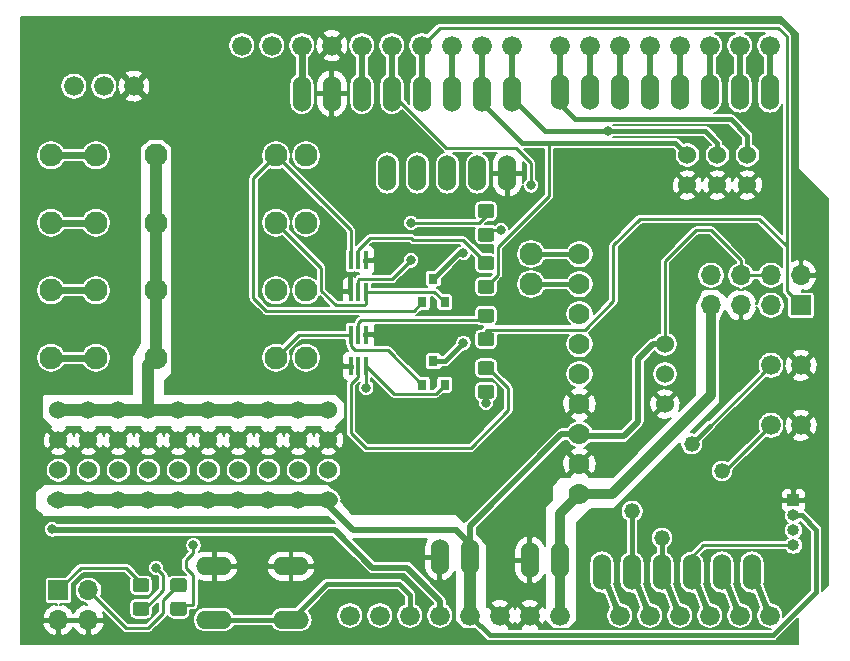
<source format=gbr>
%TF.GenerationSoftware,KiCad,Pcbnew,(5.1.10)-1*%
%TF.CreationDate,2023-04-28T17:41:45-04:00*%
%TF.ProjectId,Arduino_shield,41726475-696e-46f5-9f73-6869656c642e,rev?*%
%TF.SameCoordinates,Original*%
%TF.FileFunction,Copper,L1,Top*%
%TF.FilePolarity,Positive*%
%FSLAX46Y46*%
G04 Gerber Fmt 4.6, Leading zero omitted, Abs format (unit mm)*
G04 Created by KiCad (PCBNEW (5.1.10)-1) date 2023-04-28 17:41:45*
%MOMM*%
%LPD*%
G01*
G04 APERTURE LIST*
%TA.AperFunction,ComponentPad*%
%ADD10C,1.676400*%
%TD*%
%TA.AperFunction,ComponentPad*%
%ADD11C,1.778000*%
%TD*%
%TA.AperFunction,ComponentPad*%
%ADD12C,1.930400*%
%TD*%
%TA.AperFunction,ComponentPad*%
%ADD13C,1.524000*%
%TD*%
%TA.AperFunction,ComponentPad*%
%ADD14O,1.524000X3.048000*%
%TD*%
%TA.AperFunction,ComponentPad*%
%ADD15C,1.320800*%
%TD*%
%TA.AperFunction,ComponentPad*%
%ADD16O,3.048000X1.524000*%
%TD*%
%TA.AperFunction,ComponentPad*%
%ADD17R,1.700000X1.700000*%
%TD*%
%TA.AperFunction,ComponentPad*%
%ADD18O,1.700000X1.700000*%
%TD*%
%TA.AperFunction,SMDPad,CuDef*%
%ADD19R,0.800000X0.900000*%
%TD*%
%TA.AperFunction,SMDPad,CuDef*%
%ADD20R,0.400000X1.500000*%
%TD*%
%TA.AperFunction,ComponentPad*%
%ADD21R,1.000000X1.000000*%
%TD*%
%TA.AperFunction,ComponentPad*%
%ADD22O,1.000000X1.000000*%
%TD*%
%TA.AperFunction,ViaPad*%
%ADD23C,0.800000*%
%TD*%
%TA.AperFunction,ViaPad*%
%ADD24C,1.300000*%
%TD*%
%TA.AperFunction,Conductor*%
%ADD25C,1.016000*%
%TD*%
%TA.AperFunction,Conductor*%
%ADD26C,0.508000*%
%TD*%
%TA.AperFunction,Conductor*%
%ADD27C,0.250000*%
%TD*%
%TA.AperFunction,Conductor*%
%ADD28C,0.580000*%
%TD*%
%TA.AperFunction,Conductor*%
%ADD29C,0.406000*%
%TD*%
%TA.AperFunction,Conductor*%
%ADD30C,0.812800*%
%TD*%
%TA.AperFunction,Conductor*%
%ADD31C,0.813000*%
%TD*%
%TA.AperFunction,Conductor*%
%ADD32C,0.406400*%
%TD*%
%TA.AperFunction,Conductor*%
%ADD33C,0.203200*%
%TD*%
%TA.AperFunction,Conductor*%
%ADD34C,0.100000*%
%TD*%
G04 APERTURE END LIST*
D10*
%TO.P,U1,RESERVED*%
%TO.N,N/C*%
X142151100Y-129133600D03*
%TO.P,U1,IOREF*%
X144691100Y-129133600D03*
%TO.P,U1,SCL*%
X133007100Y-80873600D03*
%TO.P,U1,SDA*%
X135547100Y-80873600D03*
%TO.P,U1,RESET*%
%TO.N,/RESET*%
X147231100Y-129133600D03*
%TO.P,U1,3V*%
%TO.N,3V*%
X149771100Y-129133600D03*
%TO.P,U1,5V*%
%TO.N,VCC*%
X152311100Y-129133600D03*
%TO.P,U1,GND2*%
%TO.N,GND*%
X154851100Y-129133600D03*
%TO.P,U1,GND1*%
X157391100Y-129133600D03*
%TO.P,U1,VIN*%
%TO.N,12V*%
X159931100Y-129133600D03*
%TO.P,U1,A5*%
%TO.N,/A5*%
X177711100Y-129133600D03*
%TO.P,U1,A4*%
%TO.N,/A4*%
X175171100Y-129133600D03*
%TO.P,U1,A3*%
%TO.N,/A3*%
X172631100Y-129133600D03*
%TO.P,U1,A2*%
%TO.N,/A2*%
X170091100Y-129133600D03*
%TO.P,U1,A1*%
%TO.N,/A1*%
X167551100Y-129133600D03*
%TO.P,U1,AREF*%
%TO.N,/AREF*%
X138087100Y-80873600D03*
%TO.P,U1,GND*%
%TO.N,GND*%
X140627100Y-80873600D03*
%TO.P,U1,D13*%
%TO.N,/SCK*%
X143167100Y-80873600D03*
%TO.P,U1,D12*%
%TO.N,MISO*%
X145707100Y-80873600D03*
%TO.P,U1,D11*%
%TO.N,MOSI*%
X148247100Y-80873600D03*
%TO.P,U1,D10*%
%TO.N,/RECORD*%
X150787100Y-80873600D03*
%TO.P,U1,D9*%
%TO.N,D9*%
X153327100Y-80873600D03*
%TO.P,U1,D8*%
%TO.N,D8*%
X155867100Y-80873600D03*
%TO.P,U1,D7*%
%TO.N,D7*%
X159931100Y-80873600D03*
%TO.P,U1,D6*%
%TO.N,/B*%
X162471100Y-80873600D03*
%TO.P,U1,D5*%
%TO.N,/A*%
X165011100Y-80873600D03*
%TO.P,U1,D0*%
%TO.N,/D0*%
X177711100Y-80873600D03*
%TO.P,U1,D1*%
%TO.N,/D1*%
X175171100Y-80873600D03*
%TO.P,U1,D2*%
%TO.N,/D2*%
X172631100Y-80873600D03*
%TO.P,U1,D3*%
%TO.N,/D3*%
X170091100Y-80873600D03*
%TO.P,U1,A0*%
%TO.N,/A0*%
X165011100Y-129133600D03*
%TO.P,U1,D4*%
%TO.N,CS*%
X167551100Y-80873600D03*
%TD*%
D11*
%TO.P,DRIVER1,9*%
%TO.N,Net-(DRIVER1-Pad9)*%
X161582100Y-98526600D03*
%TO.P,DRIVER1,8*%
%TO.N,Net-(DRIVER1-Pad8)*%
X161582100Y-101066600D03*
%TO.P,DRIVER1,7*%
%TO.N,N/C*%
X161582100Y-103606600D03*
%TO.P,DRIVER1,6*%
X161582100Y-106146600D03*
%TO.P,DRIVER1,5*%
%TO.N,/D3*%
X161582100Y-108686600D03*
%TO.P,DRIVER1,4*%
%TO.N,GND*%
X161582100Y-111226600D03*
%TO.P,DRIVER1,3*%
%TO.N,VCC*%
X161582100Y-113766600D03*
%TO.P,DRIVER1,2*%
%TO.N,GND*%
X161582100Y-116306600D03*
%TO.P,DRIVER1,1*%
%TO.N,12V*%
X161582100Y-118846600D03*
%TD*%
D12*
%TO.P,VALVE1,1*%
%TO.N,Net-(DRIVER1-Pad8)*%
X157480000Y-101066600D03*
%TD*%
%TO.P,SOLENOID1,1*%
%TO.N,Net-(DRIVER1-Pad9)*%
X157480000Y-98526600D03*
%TD*%
D13*
%TO.P,SENSOR1,3*%
%TO.N,GND*%
X168821100Y-111226600D03*
%TO.P,SENSOR1,2*%
%TO.N,/D2*%
X168821100Y-108686600D03*
%TO.P,SENSOR1,1*%
%TO.N,VCC*%
X168821100Y-106146600D03*
%TD*%
D10*
%TO.P,LED1,K*%
%TO.N,GND*%
X180340000Y-107950000D03*
%TO.P,LED1,A*%
%TO.N,Net-(LED1-PadA)*%
X177800000Y-107950000D03*
%TD*%
%TO.P,LED2,K*%
%TO.N,GND*%
X180340000Y-113030000D03*
%TO.P,LED2,A*%
%TO.N,Net-(LED2-PadA)*%
X177800000Y-113030000D03*
%TD*%
D14*
%TO.P,ENCODER1,5*%
%TO.N,/B*%
X145326100Y-91668600D03*
%TO.P,ENCODER1,4*%
%TO.N,VCC*%
X147866100Y-91668600D03*
%TO.P,ENCODER1,3*%
%TO.N,/A*%
X150406100Y-91668600D03*
%TO.P,ENCODER1,2*%
%TO.N,N/C*%
X152946100Y-91668600D03*
%TO.P,ENCODER1,1*%
%TO.N,GND*%
X155486100Y-91668600D03*
%TD*%
%TO.P,JP7,8*%
%TO.N,D7*%
X159931100Y-84810600D03*
%TO.P,JP7,7*%
%TO.N,/B*%
X162471100Y-84810600D03*
%TO.P,JP7,6*%
%TO.N,/A*%
X165011100Y-84810600D03*
%TO.P,JP7,5*%
%TO.N,CS*%
X167551100Y-84810600D03*
%TO.P,JP7,4*%
%TO.N,/D3*%
X170091100Y-84810600D03*
%TO.P,JP7,3*%
%TO.N,/D2*%
X172631100Y-84810600D03*
%TO.P,JP7,2*%
%TO.N,/D1*%
X175171100Y-84810600D03*
%TO.P,JP7,1*%
%TO.N,/D0*%
X177711100Y-84810600D03*
%TD*%
%TO.P,JP9,2*%
%TO.N,GND*%
X149771100Y-124180600D03*
%TO.P,JP9,1*%
%TO.N,VCC*%
X152311100Y-124180600D03*
%TD*%
%TO.P,JP10,2*%
%TO.N,GND*%
X157391100Y-124434600D03*
%TO.P,JP10,1*%
%TO.N,12V*%
X159931100Y-124434600D03*
%TD*%
%TO.P,JP8,8*%
%TO.N,/AREF*%
X138087100Y-84937600D03*
%TO.P,JP8,7*%
%TO.N,GND*%
X140627100Y-84937600D03*
%TO.P,JP8,6*%
%TO.N,/SCK*%
X143167100Y-84937600D03*
%TO.P,JP8,5*%
%TO.N,MISO*%
X145707100Y-84937600D03*
%TO.P,JP8,4*%
%TO.N,MOSI*%
X148247100Y-84937600D03*
%TO.P,JP8,3*%
%TO.N,/RECORD*%
X150787100Y-84937600D03*
%TO.P,JP8,2*%
%TO.N,D9*%
X153327100Y-84937600D03*
%TO.P,JP8,1*%
%TO.N,D8*%
X155867100Y-84937600D03*
%TD*%
%TO.P,JP11,6*%
%TO.N,/A5*%
X176187100Y-125450600D03*
%TO.P,JP11,5*%
%TO.N,/A4*%
X173647100Y-125450600D03*
%TO.P,JP11,4*%
%TO.N,/A3*%
X171107100Y-125450600D03*
%TO.P,JP11,3*%
%TO.N,/A2*%
X168567100Y-125450600D03*
%TO.P,JP11,2*%
%TO.N,/A1*%
X166027100Y-125450600D03*
%TO.P,JP11,1*%
%TO.N,/A0*%
X163487100Y-125450600D03*
%TD*%
D13*
%TO.P,JP17,20*%
%TO.N,VDD_24V*%
X140335000Y-111760000D03*
%TO.P,JP17,19*%
%TO.N,GND*%
X140335000Y-114300000D03*
%TO.P,JP17,18*%
%TO.N,VDD_24V*%
X137795000Y-111760000D03*
%TO.P,JP17,17*%
%TO.N,GND*%
X137795000Y-114300000D03*
%TO.P,JP17,16*%
%TO.N,VDD_24V*%
X135255000Y-111760000D03*
%TO.P,JP17,15*%
%TO.N,GND*%
X135255000Y-114300000D03*
%TO.P,JP17,14*%
%TO.N,VDD_24V*%
X132715000Y-111760000D03*
%TO.P,JP17,13*%
%TO.N,GND*%
X132715000Y-114300000D03*
%TO.P,JP17,12*%
%TO.N,VDD_24V*%
X130175000Y-111760000D03*
%TO.P,JP17,11*%
%TO.N,GND*%
X130175000Y-114300000D03*
%TO.P,JP17,10*%
%TO.N,VDD_24V*%
X127635000Y-111760000D03*
%TO.P,JP17,9*%
%TO.N,GND*%
X127635000Y-114300000D03*
%TO.P,JP17,8*%
%TO.N,VDD_24V*%
X125095000Y-111760000D03*
%TO.P,JP17,7*%
%TO.N,GND*%
X125095000Y-114300000D03*
%TO.P,JP17,6*%
%TO.N,VDD_24V*%
X122555000Y-111760000D03*
%TO.P,JP17,5*%
%TO.N,GND*%
X122555000Y-114300000D03*
%TO.P,JP17,4*%
%TO.N,VDD_24V*%
X120015000Y-111760000D03*
%TO.P,JP17,3*%
%TO.N,GND*%
X120015000Y-114300000D03*
%TO.P,JP17,2*%
%TO.N,VDD_24V*%
X117475000Y-111760000D03*
%TO.P,JP17,1*%
%TO.N,GND*%
X117475000Y-114300000D03*
%TD*%
%TO.P,JP19,6*%
%TO.N,D7*%
X175806100Y-90144600D03*
%TO.P,JP19,5*%
%TO.N,GND*%
X175806100Y-92684600D03*
%TO.P,JP19,4*%
%TO.N,D8*%
X173266100Y-90144600D03*
%TO.P,JP19,3*%
%TO.N,GND*%
X173266100Y-92684600D03*
%TO.P,JP19,2*%
%TO.N,D9*%
X170726100Y-90144600D03*
%TO.P,JP19,1*%
%TO.N,GND*%
X170726100Y-92684600D03*
%TD*%
D15*
%TO.P,R1,2*%
%TO.N,/A1*%
X166047502Y-120307523D03*
%TO.P,R1,1*%
%TO.N,Net-(LED1-PadA)*%
X171086698Y-114591677D03*
%TD*%
%TO.P,R2,2*%
%TO.N,/A2*%
X168567611Y-122575864D03*
%TO.P,R2,1*%
%TO.N,Net-(LED2-PadA)*%
X173646589Y-116895336D03*
%TD*%
D10*
%TO.P,S1,S*%
%TO.N,3V*%
X118783100Y-84302600D03*
%TO.P,S1,O*%
%TO.N,GND*%
X123863100Y-84302600D03*
%TO.P,S1,P*%
%TO.N,/RECORD*%
X121323100Y-84302600D03*
%TD*%
D16*
%TO.P,S2,4*%
%TO.N,/RESET*%
X137160000Y-129489200D03*
%TO.P,S2,2*%
%TO.N,GND*%
X137160000Y-124968000D03*
%TO.P,S2,3*%
%TO.N,/RESET*%
X130657600Y-129489200D03*
%TO.P,S2,1*%
%TO.N,GND*%
X130657600Y-124968000D03*
%TD*%
D17*
%TO.P,J2,1*%
%TO.N,MOSI*%
X180340000Y-102870000D03*
D18*
%TO.P,J2,2*%
%TO.N,GND*%
X180340000Y-100330000D03*
%TO.P,J2,3*%
%TO.N,D7*%
X177800000Y-102870000D03*
%TO.P,J2,4*%
%TO.N,VCC*%
X177800000Y-100330000D03*
%TO.P,J2,5*%
%TO.N,GND*%
X175260000Y-102870000D03*
%TO.P,J2,6*%
%TO.N,VCC*%
X175260000Y-100330000D03*
%TO.P,J2,7*%
%TO.N,12V*%
X172720000Y-102870000D03*
%TO.P,J2,8*%
%TO.N,N/C*%
X172720000Y-100330000D03*
%TD*%
D12*
%TO.P,power relay,4*%
%TO.N,Net-(J4-Pad4)*%
X120650000Y-90170000D03*
%TO.P,power relay,3*%
%TO.N,VDD_24V*%
X125730000Y-90170000D03*
%TO.P,power relay,2*%
%TO.N,Net-(D2-Pad1)*%
X135890000Y-90170000D03*
%TO.P,power relay,1*%
%TO.N,VCC*%
X138430000Y-90170000D03*
%TD*%
%TO.P,power relay,1*%
%TO.N,VCC*%
X138430000Y-101600000D03*
%TO.P,power relay,2*%
%TO.N,Net-(D1-Pad2)*%
X135890000Y-101600000D03*
%TO.P,power relay,3*%
%TO.N,VDD_24V*%
X125730000Y-101600000D03*
%TO.P,power relay,4*%
%TO.N,Net-(J5-Pad4)*%
X120650000Y-101600000D03*
%TD*%
%TO.P,power relay,4*%
%TO.N,Net-(J10-Pad1)*%
X120650000Y-107315000D03*
%TO.P,power relay,3*%
%TO.N,VDD_24V*%
X125730000Y-107315000D03*
%TO.P,power relay,2*%
%TO.N,Net-(D1-Pad1)*%
X135890000Y-107315000D03*
%TO.P,power relay,1*%
%TO.N,VCC*%
X138430000Y-107315000D03*
%TD*%
D13*
%TO.P,JP16,20*%
%TO.N,3V*%
X140335000Y-116840000D03*
%TO.P,JP16,19*%
%TO.N,VCC*%
X140335000Y-119380000D03*
%TO.P,JP16,18*%
%TO.N,3V*%
X137795000Y-116840000D03*
%TO.P,JP16,17*%
%TO.N,VCC*%
X137795000Y-119380000D03*
%TO.P,JP16,16*%
%TO.N,3V*%
X135255000Y-116840000D03*
%TO.P,JP16,15*%
%TO.N,VCC*%
X135255000Y-119380000D03*
%TO.P,JP16,14*%
%TO.N,3V*%
X132715000Y-116840000D03*
%TO.P,JP16,13*%
%TO.N,VCC*%
X132715000Y-119380000D03*
%TO.P,JP16,12*%
%TO.N,3V*%
X130175000Y-116840000D03*
%TO.P,JP16,11*%
%TO.N,VCC*%
X130175000Y-119380000D03*
%TO.P,JP16,10*%
%TO.N,3V*%
X127635000Y-116840000D03*
%TO.P,JP16,9*%
%TO.N,VCC*%
X127635000Y-119380000D03*
%TO.P,JP16,8*%
%TO.N,3V*%
X125095000Y-116840000D03*
%TO.P,JP16,7*%
%TO.N,VCC*%
X125095000Y-119380000D03*
%TO.P,JP16,6*%
%TO.N,3V*%
X122555000Y-116840000D03*
%TO.P,JP16,5*%
%TO.N,VCC*%
X122555000Y-119380000D03*
%TO.P,JP16,4*%
%TO.N,3V*%
X120015000Y-116840000D03*
%TO.P,JP16,3*%
%TO.N,VCC*%
X120015000Y-119380000D03*
%TO.P,JP16,2*%
%TO.N,3V*%
X117475000Y-116840000D03*
%TO.P,JP16,1*%
%TO.N,VCC*%
X117475000Y-119380000D03*
%TD*%
D12*
%TO.P,power relay,1*%
%TO.N,VCC*%
X138430000Y-95885000D03*
%TO.P,power relay,2*%
%TO.N,Net-(D2-Pad2)*%
X135890000Y-95885000D03*
%TO.P,power relay,3*%
%TO.N,VDD_24V*%
X125730000Y-95885000D03*
%TO.P,power relay,4*%
%TO.N,Net-(J3-Pad4)*%
X120650000Y-95885000D03*
%TD*%
%TO.P,D9,1*%
%TO.N,Net-(J3-Pad4)*%
X116840000Y-95885000D03*
%TD*%
%TO.P,D8,1*%
%TO.N,Net-(J4-Pad4)*%
X116840000Y-90170000D03*
%TD*%
%TO.P,D11,1*%
%TO.N,Net-(J5-Pad4)*%
X116840000Y-101600000D03*
%TD*%
%TO.P,D12,1*%
%TO.N,Net-(J10-Pad1)*%
X116840000Y-107315000D03*
%TD*%
D19*
%TO.P,diode,3*%
%TO.N,VCC*%
X149225000Y-107585000D03*
%TO.P,diode,2*%
%TO.N,Net-(D1-Pad2)*%
X150175000Y-109585000D03*
%TO.P,diode,1*%
%TO.N,Net-(D1-Pad1)*%
X148275000Y-109585000D03*
%TD*%
%TO.P,D2,1*%
%TO.N,Net-(D2-Pad1)*%
X148275000Y-102600000D03*
%TO.P,D2,2*%
%TO.N,Net-(D2-Pad2)*%
X150175000Y-102600000D03*
%TO.P,D2,3*%
%TO.N,VCC*%
X149225000Y-100600000D03*
%TD*%
D20*
%TO.P,Q1,6*%
%TO.N,Net-(D2-Pad1)*%
X142210000Y-99060000D03*
%TO.P,Q1,5*%
%TO.N,Net-(Q1-Pad5)*%
X142860000Y-99060000D03*
%TO.P,Q1,4*%
%TO.N,GND*%
X143510000Y-99060000D03*
%TO.P,Q1,3*%
%TO.N,Net-(D2-Pad2)*%
X143510000Y-101720000D03*
%TO.P,Q1,2*%
%TO.N,Net-(Q1-Pad2)*%
X142860000Y-101720000D03*
%TO.P,Q1,1*%
%TO.N,GND*%
X142210000Y-101720000D03*
%TD*%
%TO.P,NTN,1*%
%TO.N,GND*%
X142225000Y-108010000D03*
%TO.P,NTN,2*%
%TO.N,Net-(Q2-Pad2)*%
X142875000Y-108010000D03*
%TO.P,NTN,3*%
%TO.N,Net-(D1-Pad2)*%
X143525000Y-108010000D03*
%TO.P,NTN,4*%
%TO.N,GND*%
X143525000Y-105350000D03*
%TO.P,NTN,5*%
%TO.N,Net-(Q2-Pad5)*%
X142875000Y-105350000D03*
%TO.P,NTN,6*%
%TO.N,Net-(D1-Pad1)*%
X142225000Y-105350000D03*
%TD*%
D17*
%TO.P,vibra motor,1*%
%TO.N,Net-(J11-Pad1)*%
X117475000Y-127000000D03*
D18*
%TO.P,vibra motor,2*%
%TO.N,Net-(J11-Pad2)*%
X120015000Y-127000000D03*
%TO.P,vibra motor,3*%
%TO.N,GND*%
X117475000Y-129540000D03*
%TO.P,vibra motor,4*%
X120015000Y-129540000D03*
%TD*%
D21*
%TO.P,J1,1*%
%TO.N,GND*%
X179705000Y-119380000D03*
D22*
%TO.P,J1,2*%
%TO.N,VCC*%
X179705000Y-120650000D03*
%TO.P,J1,3*%
%TO.N,N/C*%
X179705000Y-121920000D03*
%TO.P,J1,4*%
%TO.N,/A3*%
X179705000Y-123190000D03*
%TD*%
%TO.P,R3,2*%
%TO.N,Net-(Q2-Pad5)*%
%TA.AperFunction,SMDPad,CuDef*%
G36*
G01*
X154120001Y-104337500D02*
X153219999Y-104337500D01*
G75*
G02*
X152970000Y-104087501I0J249999D01*
G01*
X152970000Y-103387499D01*
G75*
G02*
X153219999Y-103137500I249999J0D01*
G01*
X154120001Y-103137500D01*
G75*
G02*
X154370000Y-103387499I0J-249999D01*
G01*
X154370000Y-104087501D01*
G75*
G02*
X154120001Y-104337500I-249999J0D01*
G01*
G37*
%TD.AperFunction*%
%TO.P,R3,1*%
%TO.N,MOSI*%
%TA.AperFunction,SMDPad,CuDef*%
G36*
G01*
X154120001Y-106337500D02*
X153219999Y-106337500D01*
G75*
G02*
X152970000Y-106087501I0J249999D01*
G01*
X152970000Y-105387499D01*
G75*
G02*
X153219999Y-105137500I249999J0D01*
G01*
X154120001Y-105137500D01*
G75*
G02*
X154370000Y-105387499I0J-249999D01*
G01*
X154370000Y-106087501D01*
G75*
G02*
X154120001Y-106337500I-249999J0D01*
G01*
G37*
%TD.AperFunction*%
%TD*%
%TO.P,10kOhm,1*%
%TO.N,MISO*%
%TA.AperFunction,SMDPad,CuDef*%
G36*
G01*
X154120001Y-110782500D02*
X153219999Y-110782500D01*
G75*
G02*
X152970000Y-110532501I0J249999D01*
G01*
X152970000Y-109832499D01*
G75*
G02*
X153219999Y-109582500I249999J0D01*
G01*
X154120001Y-109582500D01*
G75*
G02*
X154370000Y-109832499I0J-249999D01*
G01*
X154370000Y-110532501D01*
G75*
G02*
X154120001Y-110782500I-249999J0D01*
G01*
G37*
%TD.AperFunction*%
%TO.P,10kOhm,2*%
%TO.N,Net-(Q2-Pad2)*%
%TA.AperFunction,SMDPad,CuDef*%
G36*
G01*
X154120001Y-108782500D02*
X153219999Y-108782500D01*
G75*
G02*
X152970000Y-108532501I0J249999D01*
G01*
X152970000Y-107832499D01*
G75*
G02*
X153219999Y-107582500I249999J0D01*
G01*
X154120001Y-107582500D01*
G75*
G02*
X154370000Y-107832499I0J-249999D01*
G01*
X154370000Y-108532501D01*
G75*
G02*
X154120001Y-108782500I-249999J0D01*
G01*
G37*
%TD.AperFunction*%
%TD*%
%TO.P,R5,2*%
%TO.N,Net-(Q1-Pad5)*%
%TA.AperFunction,SMDPad,CuDef*%
G36*
G01*
X154120001Y-99892500D02*
X153219999Y-99892500D01*
G75*
G02*
X152970000Y-99642501I0J249999D01*
G01*
X152970000Y-98942499D01*
G75*
G02*
X153219999Y-98692500I249999J0D01*
G01*
X154120001Y-98692500D01*
G75*
G02*
X154370000Y-98942499I0J-249999D01*
G01*
X154370000Y-99642501D01*
G75*
G02*
X154120001Y-99892500I-249999J0D01*
G01*
G37*
%TD.AperFunction*%
%TO.P,R5,1*%
%TO.N,D9*%
%TA.AperFunction,SMDPad,CuDef*%
G36*
G01*
X154120001Y-101892500D02*
X153219999Y-101892500D01*
G75*
G02*
X152970000Y-101642501I0J249999D01*
G01*
X152970000Y-100942499D01*
G75*
G02*
X153219999Y-100692500I249999J0D01*
G01*
X154120001Y-100692500D01*
G75*
G02*
X154370000Y-100942499I0J-249999D01*
G01*
X154370000Y-101642501D01*
G75*
G02*
X154120001Y-101892500I-249999J0D01*
G01*
G37*
%TD.AperFunction*%
%TD*%
%TO.P,R6,1*%
%TO.N,D8*%
%TA.AperFunction,SMDPad,CuDef*%
G36*
G01*
X154120001Y-97485000D02*
X153219999Y-97485000D01*
G75*
G02*
X152970000Y-97235001I0J249999D01*
G01*
X152970000Y-96534999D01*
G75*
G02*
X153219999Y-96285000I249999J0D01*
G01*
X154120001Y-96285000D01*
G75*
G02*
X154370000Y-96534999I0J-249999D01*
G01*
X154370000Y-97235001D01*
G75*
G02*
X154120001Y-97485000I-249999J0D01*
G01*
G37*
%TD.AperFunction*%
%TO.P,R6,2*%
%TO.N,Net-(Q1-Pad2)*%
%TA.AperFunction,SMDPad,CuDef*%
G36*
G01*
X154120001Y-95485000D02*
X153219999Y-95485000D01*
G75*
G02*
X152970000Y-95235001I0J249999D01*
G01*
X152970000Y-94534999D01*
G75*
G02*
X153219999Y-94285000I249999J0D01*
G01*
X154120001Y-94285000D01*
G75*
G02*
X154370000Y-94534999I0J-249999D01*
G01*
X154370000Y-95235001D01*
G75*
G02*
X154120001Y-95485000I-249999J0D01*
G01*
G37*
%TD.AperFunction*%
%TD*%
%TO.P,22Ohm,2*%
%TO.N,Net-(J11-Pad1)*%
%TA.AperFunction,SMDPad,CuDef*%
G36*
G01*
X124910001Y-127164999D02*
X124009999Y-127164999D01*
G75*
G02*
X123760000Y-126915000I0J249999D01*
G01*
X123760000Y-126214998D01*
G75*
G02*
X124009999Y-125964999I249999J0D01*
G01*
X124910001Y-125964999D01*
G75*
G02*
X125160000Y-126214998I0J-249999D01*
G01*
X125160000Y-126915000D01*
G75*
G02*
X124910001Y-127164999I-249999J0D01*
G01*
G37*
%TD.AperFunction*%
%TO.P,22Ohm,1*%
%TO.N,CS*%
%TA.AperFunction,SMDPad,CuDef*%
G36*
G01*
X124910001Y-129164999D02*
X124009999Y-129164999D01*
G75*
G02*
X123760000Y-128915000I0J249999D01*
G01*
X123760000Y-128214998D01*
G75*
G02*
X124009999Y-127964999I249999J0D01*
G01*
X124910001Y-127964999D01*
G75*
G02*
X125160000Y-128214998I0J-249999D01*
G01*
X125160000Y-128915000D01*
G75*
G02*
X124910001Y-129164999I-249999J0D01*
G01*
G37*
%TD.AperFunction*%
%TD*%
%TO.P,R8,1*%
%TO.N,MISO*%
%TA.AperFunction,SMDPad,CuDef*%
G36*
G01*
X128085001Y-129164999D02*
X127184999Y-129164999D01*
G75*
G02*
X126935000Y-128915000I0J249999D01*
G01*
X126935000Y-128214998D01*
G75*
G02*
X127184999Y-127964999I249999J0D01*
G01*
X128085001Y-127964999D01*
G75*
G02*
X128335000Y-128214998I0J-249999D01*
G01*
X128335000Y-128915000D01*
G75*
G02*
X128085001Y-129164999I-249999J0D01*
G01*
G37*
%TD.AperFunction*%
%TO.P,R8,2*%
%TO.N,Net-(J11-Pad2)*%
%TA.AperFunction,SMDPad,CuDef*%
G36*
G01*
X128085001Y-127164999D02*
X127184999Y-127164999D01*
G75*
G02*
X126935000Y-126915000I0J249999D01*
G01*
X126935000Y-126214998D01*
G75*
G02*
X127184999Y-125964999I249999J0D01*
G01*
X128085001Y-125964999D01*
G75*
G02*
X128335000Y-126214998I0J-249999D01*
G01*
X128335000Y-126915000D01*
G75*
G02*
X128085001Y-127164999I-249999J0D01*
G01*
G37*
%TD.AperFunction*%
%TD*%
D23*
%TO.N,VCC*%
X151765000Y-98425000D03*
X151765000Y-106045000D03*
D24*
%TO.N,GND*%
X140335000Y-97790000D03*
X152400000Y-116840000D03*
X156629100Y-105892600D03*
X156629100Y-111607600D03*
X166370000Y-97790000D03*
X168910000Y-96520000D03*
X143421100Y-111226600D03*
X146050000Y-98425000D03*
X167640000Y-101828600D03*
X145580100Y-116840000D03*
X116243100Y-123190000D03*
X123736100Y-123190000D03*
D23*
%TO.N,D8*%
X163982400Y-88112600D03*
X154940000Y-96520000D03*
%TO.N,MISO*%
X128905000Y-123190000D03*
X153670000Y-111125000D03*
X157480000Y-92710000D03*
%TO.N,3V*%
X116935250Y-121824750D03*
%TO.N,Net-(D1-Pad2)*%
X143525000Y-109840000D03*
%TO.N,Net-(Q1-Pad2)*%
X147320000Y-95885000D03*
X147320000Y-99060000D03*
%TO.N,CS*%
X125730000Y-125095000D03*
%TD*%
D25*
%TO.N,VCC*%
X117005100Y-119354600D02*
X140627100Y-119354600D01*
D26*
X152311100Y-124180600D02*
X152311100Y-121513600D01*
X152311100Y-121513600D02*
X160058100Y-113766600D01*
X160058100Y-113766600D02*
X161582100Y-113766600D01*
X161582100Y-113766600D02*
X161750187Y-113934688D01*
D25*
X152311100Y-124180600D02*
X152311100Y-129133600D01*
D26*
X167805100Y-106146600D02*
X168821100Y-106146600D01*
X165328600Y-113934688D02*
X161750187Y-113934688D01*
X166535100Y-112728188D02*
X166535100Y-107416600D01*
X166535100Y-107416600D02*
X167805100Y-106146600D01*
X166535100Y-112728188D02*
X165328600Y-113934688D01*
D27*
X175260000Y-99060000D02*
X175260000Y-100330000D01*
X172720000Y-96520000D02*
X175260000Y-99060000D01*
X171450000Y-96520000D02*
X172720000Y-96520000D01*
X168821100Y-99148900D02*
X171450000Y-96520000D01*
X168821100Y-106146600D02*
X168821100Y-99148900D01*
X175260000Y-100330000D02*
X177800000Y-100330000D01*
X137160000Y-119189500D02*
X137325100Y-119354600D01*
X134620000Y-119189500D02*
X134785100Y-119354600D01*
X152311100Y-124180600D02*
X152311100Y-123101100D01*
D26*
X142430500Y-121920000D02*
X139865100Y-119354600D01*
X151130000Y-121920000D02*
X142430500Y-121920000D01*
D28*
X152311100Y-123101100D02*
X151130000Y-121920000D01*
D29*
X180412106Y-120650000D02*
X181610000Y-121847894D01*
X179705000Y-120650000D02*
X180412106Y-120650000D01*
X181610000Y-127169404D02*
X177969404Y-130810000D01*
X181610000Y-121847894D02*
X181610000Y-127169404D01*
X153987500Y-130810000D02*
X152311100Y-129133600D01*
X177969404Y-130810000D02*
X153987500Y-130810000D01*
X151400000Y-98425000D02*
X149225000Y-100600000D01*
X151765000Y-98425000D02*
X151400000Y-98425000D01*
X150225000Y-107585000D02*
X151765000Y-106045000D01*
X149225000Y-107585000D02*
X150225000Y-107585000D01*
D30*
%TO.N,12V*%
X159931100Y-129133600D02*
X159931100Y-124434600D01*
X159931100Y-124434600D02*
X159931100Y-120497600D01*
X159931100Y-120497600D02*
X161582100Y-118846600D01*
X161582100Y-118846600D02*
X164363400Y-118846600D01*
X164363400Y-118846600D02*
X172720000Y-110490000D01*
D31*
X172720000Y-110490000D02*
X172720000Y-102870000D01*
D26*
%TO.N,D8*%
X155867100Y-84937600D02*
X155867100Y-80873600D01*
D32*
X173266100Y-90144600D02*
X173266100Y-89128600D01*
X172250100Y-88112600D02*
X163982400Y-88112600D01*
X158661100Y-88112600D02*
X155867100Y-85318600D01*
X155867100Y-85318600D02*
X155867100Y-84937600D01*
X173266100Y-89128600D02*
X172250100Y-88112600D01*
X163982400Y-88112600D02*
X158661100Y-88112600D01*
D27*
X154902500Y-96482500D02*
X154940000Y-96520000D01*
X153670000Y-96482500D02*
X154902500Y-96482500D01*
D26*
%TO.N,D7*%
X159931100Y-80873600D02*
X159931100Y-84810600D01*
D32*
X175806100Y-90144600D02*
X175806100Y-88493600D01*
X175806100Y-88493600D02*
X174409100Y-87096600D01*
X174409100Y-87096600D02*
X161201100Y-87096600D01*
X161201100Y-87096600D02*
X159931100Y-85826600D01*
X159931100Y-85826600D02*
X159931100Y-84810600D01*
%TO.N,/RESET*%
X146342100Y-126466600D02*
X147231100Y-127355600D01*
X147231100Y-127355600D02*
X147231100Y-129133600D01*
D29*
X140182600Y-126466600D02*
X137160000Y-129489200D01*
X146342100Y-126466600D02*
X140182600Y-126466600D01*
X130657600Y-129489200D02*
X137160000Y-129489200D01*
D26*
%TO.N,/A5*%
X177711100Y-129133600D02*
X176187100Y-125450600D01*
%TO.N,/A4*%
X175171100Y-129133600D02*
X173647100Y-125450600D01*
%TO.N,/A3*%
X172631100Y-129133600D02*
X171107100Y-125450600D01*
D32*
X171107100Y-125450600D02*
X171107100Y-124434600D01*
D27*
X171107100Y-124561600D02*
X171107100Y-125450600D01*
X171107100Y-125450600D02*
X171107100Y-124167900D01*
X171107100Y-124167900D02*
X172085000Y-123190000D01*
X172085000Y-123190000D02*
X177800000Y-123190000D01*
X177800000Y-123190000D02*
X179705000Y-123190000D01*
D26*
%TO.N,/A2*%
X170091100Y-129133600D02*
X168567100Y-125450600D01*
D32*
X168567100Y-125450600D02*
X168567100Y-122576375D01*
X168567100Y-122576375D02*
X168567609Y-122575866D01*
D26*
%TO.N,/A1*%
X167551100Y-129133600D02*
X166027100Y-125450600D01*
D32*
X166027100Y-125450600D02*
X166027100Y-120327925D01*
X166027100Y-120327925D02*
X166047500Y-120307525D01*
D28*
%TO.N,/AREF*%
X138087100Y-80873600D02*
X138087100Y-84937600D01*
D26*
%TO.N,/SCK*%
X143167100Y-80873600D02*
X143167100Y-84937600D01*
%TO.N,/RECORD*%
X150787100Y-80873600D02*
X150787100Y-84937600D01*
%TO.N,/B*%
X162471100Y-84810600D02*
X162471100Y-80873600D01*
%TO.N,/A*%
X165011100Y-84810600D02*
X165011100Y-80873600D01*
%TO.N,/D2*%
X172631100Y-84810600D02*
X172631100Y-80873600D01*
%TO.N,/D3*%
X170091100Y-84810600D02*
X170091100Y-80873600D01*
%TO.N,/A0*%
X165011100Y-129133600D02*
X163487100Y-125450600D01*
D32*
%TO.N,Net-(LED1-PadA)*%
X171086696Y-114591679D02*
X172610696Y-113067679D01*
D27*
X171158323Y-114591677D02*
X171086698Y-114591677D01*
X177800000Y-107950000D02*
X171158323Y-114591677D01*
%TO.N,Net-(LED2-PadA)*%
X173934664Y-116895336D02*
X173646589Y-116895336D01*
X177800000Y-113030000D02*
X173934664Y-116895336D01*
D29*
%TO.N,Net-(DRIVER1-Pad9)*%
X157480000Y-98526600D02*
X161582100Y-98526600D01*
%TO.N,Net-(DRIVER1-Pad8)*%
X157480000Y-101066600D02*
X161582100Y-101066600D01*
D26*
%TO.N,MISO*%
X145707100Y-84937600D02*
X145707100Y-80873600D01*
D27*
X153670000Y-109780000D02*
X153670000Y-111125000D01*
X157480000Y-90805000D02*
X157480000Y-92710000D01*
X156210000Y-89535000D02*
X157480000Y-90805000D01*
X150304500Y-89535000D02*
X156210000Y-89535000D01*
X145707100Y-84937600D02*
X150304500Y-89535000D01*
X128905000Y-123190000D02*
X128905000Y-123825000D01*
X127742501Y-128162499D02*
X127635000Y-128162499D01*
X128905000Y-123825000D02*
X128270000Y-124460000D01*
X128270000Y-124460000D02*
X128270000Y-125095000D01*
X128270000Y-125095000D02*
X128905000Y-125730000D01*
X128905000Y-125730000D02*
X128905000Y-128270000D01*
X127929999Y-128270000D02*
X127635000Y-128564999D01*
X128905000Y-128270000D02*
X127929999Y-128270000D01*
D26*
%TO.N,MOSI*%
X148247100Y-84937600D02*
X148247100Y-80873600D01*
D27*
X162067823Y-104917599D02*
X164465000Y-102520422D01*
X153729901Y-104917599D02*
X162067823Y-104917599D01*
X153670000Y-104977500D02*
X153729901Y-104917599D01*
X153670000Y-105335000D02*
X153670000Y-104977500D01*
X164465000Y-102520422D02*
X164465000Y-97790000D01*
X166710001Y-95544999D02*
X176824999Y-95544999D01*
X164465000Y-97790000D02*
X166710001Y-95544999D01*
X179164999Y-101694999D02*
X180340000Y-102870000D01*
X179164999Y-97884999D02*
X179164999Y-101694999D01*
X176824999Y-95544999D02*
X179164999Y-97884999D01*
X179164999Y-97884999D02*
X179164999Y-80104999D01*
X148247100Y-80873600D02*
X149745700Y-79375000D01*
X149745700Y-79375000D02*
X178435000Y-79375000D01*
X178435000Y-79375000D02*
X179164999Y-80104999D01*
X153670000Y-105335000D02*
X153670000Y-105410000D01*
D26*
%TO.N,/D1*%
X175171100Y-84810600D02*
X175171100Y-80873600D01*
%TO.N,/D0*%
X177711100Y-80873600D02*
X177711100Y-84810600D01*
%TO.N,D9*%
X153327100Y-84937600D02*
X153327100Y-80873600D01*
D32*
X170726100Y-90144600D02*
X169710100Y-89128600D01*
X156756100Y-89128600D02*
X153327100Y-85699600D01*
X153327100Y-85699600D02*
X153327100Y-84937600D01*
X157708600Y-89128600D02*
X156756100Y-89128600D01*
X169710100Y-89128600D02*
X158978600Y-89128600D01*
X158978600Y-89128600D02*
X157708600Y-89128600D01*
D27*
X154695010Y-100267490D02*
X153670000Y-101292500D01*
X154695010Y-97916192D02*
X154695010Y-100267490D01*
X158978600Y-93632602D02*
X154695010Y-97916192D01*
X158978600Y-89128600D02*
X158978600Y-93632602D01*
D26*
%TO.N,3V*%
X144056100Y-125069600D02*
X146977100Y-125069600D01*
X146977100Y-125069600D02*
X149771100Y-127863600D01*
X149771100Y-127863600D02*
X149771100Y-129133600D01*
X144056100Y-125069600D02*
X140881100Y-121894600D01*
X140881100Y-121894600D02*
X139865100Y-121894600D01*
X139865100Y-121894600D02*
X137325100Y-121894600D01*
X137325100Y-121894600D02*
X134785100Y-121894600D01*
X134785100Y-121894600D02*
X132245100Y-121894600D01*
X132245100Y-121894600D02*
X129705100Y-121894600D01*
X129705100Y-121894600D02*
X127165100Y-121894600D01*
X127165100Y-121894600D02*
X124625100Y-121894600D01*
X124625100Y-121894600D02*
X122085100Y-121894600D01*
X122085100Y-121894600D02*
X119545100Y-121894600D01*
X119545100Y-121894600D02*
X117005100Y-121894600D01*
D25*
%TO.N,VDD_24V*%
X117475000Y-111760000D02*
X120015000Y-111760000D01*
X120015000Y-111760000D02*
X140335000Y-111760000D01*
X125095000Y-107950000D02*
X125730000Y-107315000D01*
X125095000Y-111760000D02*
X125095000Y-107950000D01*
X125730000Y-107315000D02*
X125730000Y-90170000D01*
D28*
%TO.N,Net-(J3-Pad4)*%
X120650000Y-95885000D02*
X116840000Y-95885000D01*
%TO.N,Net-(J4-Pad4)*%
X120650000Y-90170000D02*
X116840000Y-90170000D01*
%TO.N,Net-(J5-Pad4)*%
X120650000Y-101600000D02*
X116840000Y-101600000D01*
%TO.N,Net-(J10-Pad1)*%
X120650000Y-107315000D02*
X116840000Y-107315000D01*
D27*
%TO.N,Net-(D1-Pad2)*%
X145875001Y-110360001D02*
X143525000Y-108010000D01*
X149399999Y-110360001D02*
X145875001Y-110360001D01*
X150175000Y-109585000D02*
X149399999Y-110360001D01*
X143525000Y-108010000D02*
X143525000Y-109840000D01*
%TO.N,Net-(D1-Pad1)*%
X137855000Y-105350000D02*
X142225000Y-105350000D01*
X135890000Y-107315000D02*
X137855000Y-105350000D01*
X145624999Y-106934999D02*
X148275000Y-109585000D01*
X142225000Y-105350000D02*
X142225000Y-106350000D01*
X142225000Y-106350000D02*
X142555000Y-106680000D01*
X145370000Y-106680000D02*
X145624999Y-106934999D01*
X142555000Y-106680000D02*
X145370000Y-106680000D01*
%TO.N,Net-(D2-Pad1)*%
X148275000Y-102600000D02*
X148320000Y-102600000D01*
X135890000Y-90170000D02*
X133985000Y-92075000D01*
X133985000Y-92075000D02*
X133985000Y-102235000D01*
X147554991Y-103320009D02*
X148275000Y-102600000D01*
X135070009Y-103320009D02*
X147554991Y-103320009D01*
X133985000Y-102235000D02*
X135070009Y-103320009D01*
X142210000Y-96490000D02*
X135890000Y-90170000D01*
X142210000Y-99060000D02*
X142210000Y-96490000D01*
%TO.N,Net-(D2-Pad2)*%
X149295000Y-101720000D02*
X150175000Y-102600000D01*
X143510000Y-101720000D02*
X149295000Y-101720000D01*
X143510000Y-101720000D02*
X143510000Y-102720000D01*
X139720201Y-99715201D02*
X135890000Y-95885000D01*
X139720201Y-101620201D02*
X139720201Y-99715201D01*
X139720201Y-101620201D02*
X140970000Y-102870000D01*
X143360000Y-102870000D02*
X143510000Y-102720000D01*
X140970000Y-102870000D02*
X143360000Y-102870000D01*
%TO.N,Net-(Q1-Pad5)*%
X142860000Y-98174998D02*
X142860000Y-99060000D01*
X147320000Y-97155000D02*
X143879998Y-97155000D01*
X143879998Y-97155000D02*
X142860000Y-98174998D01*
X147516998Y-97351998D02*
X147320000Y-97155000D01*
X151765000Y-97351998D02*
X147516998Y-97351998D01*
X153670000Y-99256998D02*
X151765000Y-97351998D01*
X153670000Y-99695000D02*
X153670000Y-99256998D01*
%TO.N,Net-(Q1-Pad2)*%
X142935001Y-100644999D02*
X145729999Y-100644999D01*
X142860000Y-100720000D02*
X142935001Y-100644999D01*
X142860000Y-101720000D02*
X142860000Y-100720000D01*
X147314998Y-99060000D02*
X147320000Y-99060000D01*
X145729999Y-100644999D02*
X147314998Y-99060000D01*
X153072500Y-95885000D02*
X153670000Y-95287500D01*
X147320000Y-95885000D02*
X153072500Y-95885000D01*
%TO.N,Net-(Q2-Pad2)*%
X142875000Y-108895002D02*
X142875000Y-108010000D01*
X142240000Y-113665000D02*
X142240000Y-109530002D01*
X143510000Y-114935000D02*
X142240000Y-113665000D01*
X142240000Y-109530002D02*
X142875000Y-108895002D01*
X152400000Y-114935000D02*
X143510000Y-114935000D01*
X155575000Y-111760000D02*
X152400000Y-114935000D01*
X155575000Y-109855000D02*
X155575000Y-111760000D01*
X154305000Y-108585000D02*
X155575000Y-109855000D01*
X153670000Y-108585000D02*
X154305000Y-108585000D01*
%TO.N,Net-(Q2-Pad5)*%
X143085000Y-104140000D02*
X153670000Y-104140000D01*
X142875000Y-104350000D02*
X143085000Y-104140000D01*
X142875000Y-105350000D02*
X142875000Y-104350000D01*
%TO.N,Net-(J11-Pad1)*%
X117475000Y-127000000D02*
X119380000Y-125095000D01*
X119380000Y-125095000D02*
X123190000Y-125095000D01*
X124460000Y-126365000D02*
X123190000Y-125095000D01*
X124460000Y-126564999D02*
X124460000Y-126365000D01*
%TO.N,Net-(J11-Pad2)*%
X123190000Y-130175000D02*
X120015000Y-127000000D01*
X125095000Y-130175000D02*
X123190000Y-130175000D01*
X126365000Y-128905000D02*
X125095000Y-130175000D01*
X126365000Y-127834999D02*
X126365000Y-128905000D01*
X127635000Y-126564999D02*
X126365000Y-127834999D01*
D26*
%TO.N,CS*%
X167551100Y-84810600D02*
X167551100Y-80873600D01*
D27*
X124460000Y-128564999D02*
X124800001Y-128564999D01*
X124800001Y-128564999D02*
X126365000Y-127000000D01*
X126365000Y-125730000D02*
X125730000Y-125095000D01*
X126365000Y-127000000D02*
X126365000Y-125730000D01*
%TD*%
D33*
%TO.N,GND*%
X180124500Y-79910041D02*
X180124499Y-91281395D01*
X180123888Y-91287600D01*
X180124499Y-91293805D01*
X180124499Y-91293814D01*
X180126331Y-91312417D01*
X180133571Y-91336281D01*
X180145326Y-91358276D01*
X180161147Y-91377553D01*
X180165977Y-91381517D01*
X182664500Y-93880041D01*
X182664499Y-126541160D01*
X182114600Y-127091059D01*
X182114600Y-121872669D01*
X182117040Y-121847894D01*
X182114600Y-121823119D01*
X182114600Y-121823111D01*
X182107298Y-121748975D01*
X182078445Y-121653858D01*
X182031589Y-121566197D01*
X181968532Y-121489362D01*
X181949281Y-121473563D01*
X180786441Y-120310724D01*
X180770638Y-120291468D01*
X180693803Y-120228411D01*
X180657044Y-120208763D01*
X180671205Y-120191508D01*
X180723019Y-120094571D01*
X180754926Y-119989387D01*
X180765700Y-119880000D01*
X180763000Y-119646100D01*
X180623500Y-119506600D01*
X179831600Y-119506600D01*
X179831600Y-119526600D01*
X179578400Y-119526600D01*
X179578400Y-119506600D01*
X178786500Y-119506600D01*
X178647000Y-119646100D01*
X178644300Y-119880000D01*
X178655074Y-119989387D01*
X178686981Y-120094571D01*
X178738795Y-120191508D01*
X178808525Y-120276475D01*
X178893492Y-120346205D01*
X178950556Y-120376707D01*
X178934205Y-120416182D01*
X178903400Y-120571049D01*
X178903400Y-120728951D01*
X178934205Y-120883818D01*
X178994631Y-121029700D01*
X179082356Y-121160990D01*
X179194010Y-121272644D01*
X179212502Y-121285000D01*
X179194010Y-121297356D01*
X179082356Y-121409010D01*
X178994631Y-121540300D01*
X178934205Y-121686182D01*
X178903400Y-121841049D01*
X178903400Y-121998951D01*
X178934205Y-122153818D01*
X178994631Y-122299700D01*
X179082356Y-122430990D01*
X179194010Y-122542644D01*
X179212502Y-122555000D01*
X179194010Y-122567356D01*
X179082356Y-122679010D01*
X179025969Y-122763400D01*
X172105944Y-122763400D01*
X172084999Y-122761337D01*
X172064054Y-122763400D01*
X172064045Y-122763400D01*
X172001372Y-122769573D01*
X171920957Y-122793966D01*
X171846847Y-122833579D01*
X171781889Y-122886889D01*
X171768529Y-122903168D01*
X171045806Y-123625891D01*
X170898598Y-123640390D01*
X170698109Y-123701207D01*
X170513337Y-123799970D01*
X170351382Y-123932882D01*
X170218470Y-124094837D01*
X170119707Y-124279610D01*
X170058890Y-124480099D01*
X170043500Y-124636354D01*
X170043500Y-126264847D01*
X170058891Y-126421102D01*
X170119708Y-126621591D01*
X170218471Y-126806363D01*
X170351383Y-126968318D01*
X170513338Y-127101230D01*
X170698110Y-127199993D01*
X170898599Y-127260810D01*
X171107100Y-127281346D01*
X171257243Y-127266558D01*
X171735507Y-128422364D01*
X171621022Y-128593702D01*
X171535102Y-128801133D01*
X171491300Y-129021339D01*
X171491300Y-129245861D01*
X171535102Y-129466067D01*
X171621022Y-129673498D01*
X171745760Y-129860180D01*
X171904520Y-130018940D01*
X172091202Y-130143678D01*
X172298633Y-130229598D01*
X172518839Y-130273400D01*
X172743361Y-130273400D01*
X172963567Y-130229598D01*
X173170998Y-130143678D01*
X173357680Y-130018940D01*
X173516440Y-129860180D01*
X173641178Y-129673498D01*
X173727098Y-129466067D01*
X173770900Y-129245861D01*
X173770900Y-129021339D01*
X173727098Y-128801133D01*
X173641178Y-128593702D01*
X173516440Y-128407020D01*
X173357680Y-128248260D01*
X173170998Y-128123522D01*
X172963567Y-128037602D01*
X172762305Y-127997568D01*
X172136133Y-126484320D01*
X172155310Y-126421102D01*
X172170700Y-126264847D01*
X172170700Y-124636354D01*
X172583500Y-124636354D01*
X172583500Y-126264847D01*
X172598891Y-126421102D01*
X172659708Y-126621591D01*
X172758471Y-126806363D01*
X172891383Y-126968318D01*
X173053338Y-127101230D01*
X173238110Y-127199993D01*
X173438599Y-127260810D01*
X173647100Y-127281346D01*
X173797243Y-127266558D01*
X174275507Y-128422364D01*
X174161022Y-128593702D01*
X174075102Y-128801133D01*
X174031300Y-129021339D01*
X174031300Y-129245861D01*
X174075102Y-129466067D01*
X174161022Y-129673498D01*
X174285760Y-129860180D01*
X174444520Y-130018940D01*
X174631202Y-130143678D01*
X174838633Y-130229598D01*
X175058839Y-130273400D01*
X175283361Y-130273400D01*
X175503567Y-130229598D01*
X175710998Y-130143678D01*
X175897680Y-130018940D01*
X176056440Y-129860180D01*
X176181178Y-129673498D01*
X176267098Y-129466067D01*
X176310900Y-129245861D01*
X176310900Y-129021339D01*
X176267098Y-128801133D01*
X176181178Y-128593702D01*
X176056440Y-128407020D01*
X175897680Y-128248260D01*
X175710998Y-128123522D01*
X175503567Y-128037602D01*
X175302305Y-127997568D01*
X174676133Y-126484320D01*
X174695310Y-126421102D01*
X174710700Y-126264847D01*
X174710700Y-124636353D01*
X174695310Y-124480098D01*
X174634493Y-124279609D01*
X174535730Y-124094837D01*
X174402818Y-123932882D01*
X174240863Y-123799970D01*
X174056090Y-123701207D01*
X173855601Y-123640390D01*
X173647100Y-123619854D01*
X173438598Y-123640390D01*
X173238109Y-123701207D01*
X173053337Y-123799970D01*
X172891382Y-123932882D01*
X172758470Y-124094837D01*
X172659707Y-124279610D01*
X172598890Y-124480099D01*
X172583500Y-124636354D01*
X172170700Y-124636354D01*
X172170700Y-124636353D01*
X172155310Y-124480098D01*
X172094493Y-124279609D01*
X171995730Y-124094837D01*
X171900051Y-123978252D01*
X172261703Y-123616600D01*
X179025969Y-123616600D01*
X179082356Y-123700990D01*
X179194010Y-123812644D01*
X179325300Y-123900369D01*
X179471182Y-123960795D01*
X179626049Y-123991600D01*
X179783951Y-123991600D01*
X179938818Y-123960795D01*
X180084700Y-123900369D01*
X180215990Y-123812644D01*
X180327644Y-123700990D01*
X180415369Y-123569700D01*
X180475795Y-123423818D01*
X180506600Y-123268951D01*
X180506600Y-123111049D01*
X180475795Y-122956182D01*
X180415369Y-122810300D01*
X180327644Y-122679010D01*
X180215990Y-122567356D01*
X180197498Y-122555000D01*
X180215990Y-122542644D01*
X180327644Y-122430990D01*
X180415369Y-122299700D01*
X180475795Y-122153818D01*
X180506600Y-121998951D01*
X180506600Y-121841049D01*
X180475795Y-121686182D01*
X180415369Y-121540300D01*
X180327644Y-121409010D01*
X180215990Y-121297356D01*
X180197498Y-121285000D01*
X180215990Y-121272644D01*
X180268564Y-121220070D01*
X181105400Y-122056906D01*
X181105401Y-126960390D01*
X178850900Y-129214892D01*
X178850900Y-129021339D01*
X178807098Y-128801133D01*
X178721178Y-128593702D01*
X178596440Y-128407020D01*
X178437680Y-128248260D01*
X178250998Y-128123522D01*
X178043567Y-128037602D01*
X177842305Y-127997568D01*
X177216133Y-126484320D01*
X177235310Y-126421102D01*
X177250700Y-126264847D01*
X177250700Y-124636353D01*
X177235310Y-124480098D01*
X177174493Y-124279609D01*
X177075730Y-124094837D01*
X176942818Y-123932882D01*
X176780863Y-123799970D01*
X176596090Y-123701207D01*
X176395601Y-123640390D01*
X176187100Y-123619854D01*
X175978598Y-123640390D01*
X175778109Y-123701207D01*
X175593337Y-123799970D01*
X175431382Y-123932882D01*
X175298470Y-124094837D01*
X175199707Y-124279610D01*
X175138890Y-124480099D01*
X175123500Y-124636354D01*
X175123500Y-126264847D01*
X175138891Y-126421102D01*
X175199708Y-126621591D01*
X175298471Y-126806363D01*
X175431383Y-126968318D01*
X175593338Y-127101230D01*
X175778110Y-127199993D01*
X175978599Y-127260810D01*
X176187100Y-127281346D01*
X176337243Y-127266558D01*
X176815507Y-128422364D01*
X176701022Y-128593702D01*
X176615102Y-128801133D01*
X176571300Y-129021339D01*
X176571300Y-129245861D01*
X176615102Y-129466067D01*
X176701022Y-129673498D01*
X176825760Y-129860180D01*
X176984520Y-130018940D01*
X177171202Y-130143678D01*
X177378633Y-130229598D01*
X177598839Y-130273400D01*
X177792393Y-130273400D01*
X177760393Y-130305400D01*
X158121689Y-130305400D01*
X158190482Y-130112022D01*
X157391100Y-129312639D01*
X156591718Y-130112022D01*
X156660511Y-130305400D01*
X155581689Y-130305400D01*
X155650482Y-130112022D01*
X154851100Y-129312639D01*
X154836958Y-129326782D01*
X154657918Y-129147742D01*
X154672061Y-129133600D01*
X155030139Y-129133600D01*
X155829522Y-129932982D01*
X156055898Y-129852450D01*
X156118261Y-129719909D01*
X156124048Y-129735981D01*
X156186302Y-129852450D01*
X156412678Y-129932982D01*
X157212061Y-129133600D01*
X156412678Y-128334218D01*
X156186302Y-128414750D01*
X156123939Y-128547291D01*
X156118152Y-128531219D01*
X156055898Y-128414750D01*
X155829522Y-128334218D01*
X155030139Y-129133600D01*
X154672061Y-129133600D01*
X153872678Y-128334218D01*
X153771600Y-128370176D01*
X153771600Y-128155178D01*
X154051718Y-128155178D01*
X154851100Y-128954561D01*
X155650482Y-128155178D01*
X156591718Y-128155178D01*
X157391100Y-128954561D01*
X158190482Y-128155178D01*
X158109950Y-127928802D01*
X157861093Y-127811711D01*
X157594175Y-127745420D01*
X157319452Y-127732476D01*
X157047483Y-127773375D01*
X156788719Y-127866548D01*
X156672250Y-127928802D01*
X156591718Y-128155178D01*
X155650482Y-128155178D01*
X155569950Y-127928802D01*
X155321093Y-127811711D01*
X155054175Y-127745420D01*
X154779452Y-127732476D01*
X154507483Y-127773375D01*
X154248719Y-127866548D01*
X154132250Y-127928802D01*
X154051718Y-128155178D01*
X153771600Y-128155178D01*
X153771600Y-124561200D01*
X156071100Y-124561200D01*
X156071100Y-125323200D01*
X156121162Y-125578287D01*
X156220027Y-125818706D01*
X156363896Y-126035217D01*
X156547239Y-126219501D01*
X156763012Y-126364475D01*
X157002922Y-126464568D01*
X157060517Y-126474534D01*
X157264500Y-126370292D01*
X157264500Y-124561200D01*
X156071100Y-124561200D01*
X153771600Y-124561200D01*
X153771600Y-123546000D01*
X156071100Y-123546000D01*
X156071100Y-124308000D01*
X157264500Y-124308000D01*
X157264500Y-122498908D01*
X157060517Y-122394666D01*
X157002922Y-122404632D01*
X156763012Y-122504725D01*
X156547239Y-122649699D01*
X156363896Y-122833983D01*
X156220027Y-123050494D01*
X156121162Y-123290913D01*
X156071100Y-123546000D01*
X153771600Y-123546000D01*
X153771600Y-123190000D01*
X153769648Y-123170179D01*
X153763866Y-123151119D01*
X153754477Y-123133554D01*
X153741842Y-123118158D01*
X152866700Y-122243016D01*
X152866700Y-121743736D01*
X158234202Y-116376234D01*
X160129768Y-116376234D01*
X160171259Y-116658232D01*
X160266968Y-116926717D01*
X160335843Y-117055573D01*
X160567409Y-117142252D01*
X161403061Y-116306600D01*
X161761139Y-116306600D01*
X162596791Y-117142252D01*
X162828357Y-117055573D01*
X162950528Y-116798049D01*
X163020111Y-116521639D01*
X163034432Y-116236966D01*
X162992941Y-115954968D01*
X162897232Y-115686483D01*
X162828357Y-115557627D01*
X162596791Y-115470948D01*
X161761139Y-116306600D01*
X161403061Y-116306600D01*
X160567409Y-115470948D01*
X160335843Y-115557627D01*
X160213672Y-115815151D01*
X160144089Y-116091561D01*
X160129768Y-116376234D01*
X158234202Y-116376234D01*
X160288237Y-114322200D01*
X160523541Y-114322200D01*
X160527004Y-114330561D01*
X160657300Y-114525563D01*
X160823137Y-114691400D01*
X161018139Y-114821696D01*
X161212450Y-114902182D01*
X160961983Y-114991468D01*
X160833127Y-115060343D01*
X160746448Y-115291909D01*
X161582100Y-116127561D01*
X162417752Y-115291909D01*
X162331073Y-115060343D01*
X162073549Y-114938172D01*
X161943749Y-114905496D01*
X162146061Y-114821696D01*
X162341063Y-114691400D01*
X162506900Y-114525563D01*
X162530470Y-114490288D01*
X165301317Y-114490288D01*
X165328600Y-114492975D01*
X165355883Y-114490288D01*
X165355893Y-114490288D01*
X165437517Y-114482249D01*
X165542248Y-114450479D01*
X165638768Y-114398888D01*
X165723369Y-114329457D01*
X165740770Y-114308254D01*
X166908671Y-113140354D01*
X166929869Y-113122957D01*
X166999300Y-113038356D01*
X167050891Y-112941836D01*
X167082661Y-112837105D01*
X167090700Y-112755481D01*
X167090700Y-112755473D01*
X167093387Y-112728188D01*
X167090700Y-112700903D01*
X167090700Y-111301266D01*
X167496816Y-111301266D01*
X167536829Y-111558186D01*
X167626195Y-111802364D01*
X167678516Y-111900249D01*
X167897112Y-111971548D01*
X168642061Y-111226600D01*
X167897112Y-110481652D01*
X167678516Y-110552951D01*
X167569048Y-110788801D01*
X167507696Y-111041477D01*
X167496816Y-111301266D01*
X167090700Y-111301266D01*
X167090700Y-110302612D01*
X168076152Y-110302612D01*
X168821100Y-111047561D01*
X169566048Y-110302612D01*
X169494749Y-110084016D01*
X169258899Y-109974548D01*
X169006223Y-109913196D01*
X168746434Y-109902316D01*
X168489514Y-109942329D01*
X168245336Y-110031695D01*
X168147451Y-110084016D01*
X168076152Y-110302612D01*
X167090700Y-110302612D01*
X167090700Y-108581845D01*
X167757500Y-108581845D01*
X167757500Y-108791355D01*
X167798374Y-108996841D01*
X167878550Y-109190403D01*
X167994948Y-109364605D01*
X168143095Y-109512752D01*
X168317297Y-109629150D01*
X168510859Y-109709326D01*
X168716345Y-109750200D01*
X168925855Y-109750200D01*
X169131341Y-109709326D01*
X169324903Y-109629150D01*
X169499105Y-109512752D01*
X169647252Y-109364605D01*
X169763650Y-109190403D01*
X169843826Y-108996841D01*
X169884700Y-108791355D01*
X169884700Y-108581845D01*
X169843826Y-108376359D01*
X169763650Y-108182797D01*
X169647252Y-108008595D01*
X169499105Y-107860448D01*
X169324903Y-107744050D01*
X169131341Y-107663874D01*
X168925855Y-107623000D01*
X168716345Y-107623000D01*
X168510859Y-107663874D01*
X168317297Y-107744050D01*
X168143095Y-107860448D01*
X167994948Y-108008595D01*
X167878550Y-108182797D01*
X167798374Y-108376359D01*
X167757500Y-108581845D01*
X167090700Y-108581845D01*
X167090700Y-107646736D01*
X167962057Y-106775380D01*
X167994948Y-106824605D01*
X168143095Y-106972752D01*
X168317297Y-107089150D01*
X168510859Y-107169326D01*
X168716345Y-107210200D01*
X168925855Y-107210200D01*
X169131341Y-107169326D01*
X169324903Y-107089150D01*
X169499105Y-106972752D01*
X169647252Y-106824605D01*
X169763650Y-106650403D01*
X169843826Y-106456841D01*
X169884700Y-106251355D01*
X169884700Y-106041845D01*
X169843826Y-105836359D01*
X169763650Y-105642797D01*
X169647252Y-105468595D01*
X169499105Y-105320448D01*
X169324903Y-105204050D01*
X169247700Y-105172071D01*
X169247700Y-100216577D01*
X171568400Y-100216577D01*
X171568400Y-100443423D01*
X171612655Y-100665909D01*
X171699465Y-100875487D01*
X171825494Y-101064102D01*
X171985898Y-101224506D01*
X172174513Y-101350535D01*
X172384091Y-101437345D01*
X172606577Y-101481600D01*
X172833423Y-101481600D01*
X173055909Y-101437345D01*
X173265487Y-101350535D01*
X173454102Y-101224506D01*
X173614506Y-101064102D01*
X173740535Y-100875487D01*
X173827345Y-100665909D01*
X173871600Y-100443423D01*
X173871600Y-100216577D01*
X173827345Y-99994091D01*
X173740535Y-99784513D01*
X173614506Y-99595898D01*
X173454102Y-99435494D01*
X173265487Y-99309465D01*
X173055909Y-99222655D01*
X172833423Y-99178400D01*
X172606577Y-99178400D01*
X172384091Y-99222655D01*
X172174513Y-99309465D01*
X171985898Y-99435494D01*
X171825494Y-99595898D01*
X171699465Y-99784513D01*
X171612655Y-99994091D01*
X171568400Y-100216577D01*
X169247700Y-100216577D01*
X169247700Y-99325603D01*
X171626704Y-96946600D01*
X172543297Y-96946600D01*
X174833400Y-99236703D01*
X174833400Y-99260220D01*
X174714513Y-99309465D01*
X174525898Y-99435494D01*
X174365494Y-99595898D01*
X174239465Y-99784513D01*
X174152655Y-99994091D01*
X174108400Y-100216577D01*
X174108400Y-100443423D01*
X174152655Y-100665909D01*
X174239465Y-100875487D01*
X174365494Y-101064102D01*
X174525898Y-101224506D01*
X174714513Y-101350535D01*
X174924091Y-101437345D01*
X175133398Y-101478979D01*
X175133398Y-101607832D01*
X174915591Y-101504772D01*
X174787884Y-101543507D01*
X174538170Y-101661100D01*
X174316195Y-101825151D01*
X174130490Y-102029355D01*
X174054439Y-102155755D01*
X173426842Y-101528158D01*
X173411446Y-101515523D01*
X173393881Y-101506134D01*
X173374821Y-101500352D01*
X173355000Y-101498400D01*
X172085000Y-101498400D01*
X172072293Y-101499198D01*
X172052871Y-101503614D01*
X172034685Y-101511734D01*
X172018432Y-101523246D01*
X172004737Y-101537708D01*
X171994126Y-101554563D01*
X171359126Y-102824563D01*
X171350352Y-102850179D01*
X171348400Y-102870000D01*
X171348400Y-110447916D01*
X170022252Y-111774064D01*
X170073152Y-111664399D01*
X170134504Y-111411723D01*
X170145384Y-111151934D01*
X170105371Y-110895014D01*
X170016005Y-110650836D01*
X169963684Y-110552951D01*
X169745088Y-110481652D01*
X169000139Y-111226600D01*
X169014282Y-111240742D01*
X168835242Y-111419782D01*
X168821100Y-111405639D01*
X168076152Y-112150588D01*
X168147451Y-112369184D01*
X168383301Y-112478652D01*
X168635977Y-112540004D01*
X168895766Y-112550884D01*
X169152686Y-112510871D01*
X169362081Y-112434235D01*
X164422916Y-117373400D01*
X162398247Y-117373400D01*
X162417752Y-117321291D01*
X161582100Y-116485639D01*
X160746448Y-117321291D01*
X160765953Y-117373400D01*
X160020000Y-117373400D01*
X160000179Y-117375352D01*
X159981119Y-117381134D01*
X159963554Y-117390523D01*
X159948158Y-117403158D01*
X159313158Y-118038158D01*
X159300523Y-118053554D01*
X159291134Y-118071119D01*
X159285352Y-118090179D01*
X159283400Y-118110000D01*
X159283400Y-119337916D01*
X158678158Y-119943158D01*
X158665523Y-119958554D01*
X158656134Y-119976119D01*
X158650352Y-119995179D01*
X158648400Y-120015000D01*
X158648400Y-123260180D01*
X158562173Y-123050494D01*
X158418304Y-122833983D01*
X158234961Y-122649699D01*
X158019188Y-122504725D01*
X157779278Y-122404632D01*
X157721683Y-122394666D01*
X157517700Y-122498908D01*
X157517700Y-124308000D01*
X157537700Y-124308000D01*
X157537700Y-124561200D01*
X157517700Y-124561200D01*
X157517700Y-126370292D01*
X157721683Y-126474534D01*
X157779278Y-126464568D01*
X158019188Y-126364475D01*
X158234961Y-126219501D01*
X158418304Y-126035217D01*
X158562173Y-125818706D01*
X158648400Y-125609020D01*
X158648400Y-128512974D01*
X158595898Y-128414750D01*
X158369522Y-128334218D01*
X157570139Y-129133600D01*
X158369522Y-129932982D01*
X158595898Y-129852450D01*
X158699205Y-129632889D01*
X159313158Y-130246842D01*
X159328554Y-130259477D01*
X159346119Y-130268866D01*
X159365179Y-130274648D01*
X159385000Y-130276600D01*
X160655000Y-130276600D01*
X160674821Y-130274648D01*
X160693881Y-130268866D01*
X160711446Y-130259477D01*
X160726842Y-130246842D01*
X161361842Y-129611842D01*
X161374477Y-129596446D01*
X161383866Y-129578881D01*
X161389648Y-129559821D01*
X161391600Y-129540000D01*
X161391600Y-124636354D01*
X162423500Y-124636354D01*
X162423500Y-126264847D01*
X162438891Y-126421102D01*
X162499708Y-126621591D01*
X162598471Y-126806363D01*
X162731383Y-126968318D01*
X162893338Y-127101230D01*
X163078110Y-127199993D01*
X163278599Y-127260810D01*
X163487100Y-127281346D01*
X163637243Y-127266558D01*
X164115507Y-128422364D01*
X164001022Y-128593702D01*
X163915102Y-128801133D01*
X163871300Y-129021339D01*
X163871300Y-129245861D01*
X163915102Y-129466067D01*
X164001022Y-129673498D01*
X164125760Y-129860180D01*
X164284520Y-130018940D01*
X164471202Y-130143678D01*
X164678633Y-130229598D01*
X164898839Y-130273400D01*
X165123361Y-130273400D01*
X165343567Y-130229598D01*
X165550998Y-130143678D01*
X165737680Y-130018940D01*
X165896440Y-129860180D01*
X166021178Y-129673498D01*
X166107098Y-129466067D01*
X166150900Y-129245861D01*
X166150900Y-129021339D01*
X166107098Y-128801133D01*
X166021178Y-128593702D01*
X165896440Y-128407020D01*
X165737680Y-128248260D01*
X165550998Y-128123522D01*
X165343567Y-128037602D01*
X165142305Y-127997568D01*
X164516133Y-126484320D01*
X164535310Y-126421102D01*
X164550700Y-126264847D01*
X164550700Y-124636354D01*
X164963500Y-124636354D01*
X164963500Y-126264847D01*
X164978891Y-126421102D01*
X165039708Y-126621591D01*
X165138471Y-126806363D01*
X165271383Y-126968318D01*
X165433338Y-127101230D01*
X165618110Y-127199993D01*
X165818599Y-127260810D01*
X166027100Y-127281346D01*
X166177243Y-127266558D01*
X166655507Y-128422364D01*
X166541022Y-128593702D01*
X166455102Y-128801133D01*
X166411300Y-129021339D01*
X166411300Y-129245861D01*
X166455102Y-129466067D01*
X166541022Y-129673498D01*
X166665760Y-129860180D01*
X166824520Y-130018940D01*
X167011202Y-130143678D01*
X167218633Y-130229598D01*
X167438839Y-130273400D01*
X167663361Y-130273400D01*
X167883567Y-130229598D01*
X168090998Y-130143678D01*
X168277680Y-130018940D01*
X168436440Y-129860180D01*
X168561178Y-129673498D01*
X168647098Y-129466067D01*
X168690900Y-129245861D01*
X168690900Y-129021339D01*
X168647098Y-128801133D01*
X168561178Y-128593702D01*
X168436440Y-128407020D01*
X168277680Y-128248260D01*
X168090998Y-128123522D01*
X167883567Y-128037602D01*
X167682305Y-127997568D01*
X167056133Y-126484320D01*
X167075310Y-126421102D01*
X167090700Y-126264847D01*
X167090700Y-124636354D01*
X167503500Y-124636354D01*
X167503500Y-126264847D01*
X167518891Y-126421102D01*
X167579708Y-126621591D01*
X167678471Y-126806363D01*
X167811383Y-126968318D01*
X167973338Y-127101230D01*
X168158110Y-127199993D01*
X168358599Y-127260810D01*
X168567100Y-127281346D01*
X168717243Y-127266558D01*
X169195507Y-128422364D01*
X169081022Y-128593702D01*
X168995102Y-128801133D01*
X168951300Y-129021339D01*
X168951300Y-129245861D01*
X168995102Y-129466067D01*
X169081022Y-129673498D01*
X169205760Y-129860180D01*
X169364520Y-130018940D01*
X169551202Y-130143678D01*
X169758633Y-130229598D01*
X169978839Y-130273400D01*
X170203361Y-130273400D01*
X170423567Y-130229598D01*
X170630998Y-130143678D01*
X170817680Y-130018940D01*
X170976440Y-129860180D01*
X171101178Y-129673498D01*
X171187098Y-129466067D01*
X171230900Y-129245861D01*
X171230900Y-129021339D01*
X171187098Y-128801133D01*
X171101178Y-128593702D01*
X170976440Y-128407020D01*
X170817680Y-128248260D01*
X170630998Y-128123522D01*
X170423567Y-128037602D01*
X170222305Y-127997568D01*
X169596133Y-126484320D01*
X169615310Y-126421102D01*
X169630700Y-126264847D01*
X169630700Y-124636353D01*
X169615310Y-124480098D01*
X169554493Y-124279609D01*
X169455730Y-124094837D01*
X169322818Y-123932882D01*
X169160863Y-123799970D01*
X169071900Y-123752418D01*
X169071900Y-123395897D01*
X169180850Y-123323098D01*
X169314845Y-123189103D01*
X169420125Y-123031542D01*
X169492642Y-122856469D01*
X169529611Y-122670613D01*
X169529611Y-122481115D01*
X169492642Y-122295259D01*
X169420125Y-122120186D01*
X169314845Y-121962625D01*
X169180850Y-121828630D01*
X169023289Y-121723350D01*
X168848216Y-121650833D01*
X168662360Y-121613864D01*
X168472862Y-121613864D01*
X168287006Y-121650833D01*
X168111933Y-121723350D01*
X167954372Y-121828630D01*
X167820377Y-121962625D01*
X167715097Y-122120186D01*
X167642580Y-122295259D01*
X167605611Y-122481115D01*
X167605611Y-122670613D01*
X167642580Y-122856469D01*
X167715097Y-123031542D01*
X167820377Y-123189103D01*
X167954372Y-123323098D01*
X168062301Y-123395214D01*
X168062301Y-123752418D01*
X167973337Y-123799970D01*
X167811382Y-123932882D01*
X167678470Y-124094837D01*
X167579707Y-124279610D01*
X167518890Y-124480099D01*
X167503500Y-124636354D01*
X167090700Y-124636354D01*
X167090700Y-124636353D01*
X167075310Y-124480098D01*
X167014493Y-124279609D01*
X166915730Y-124094837D01*
X166782818Y-123932882D01*
X166620863Y-123799970D01*
X166531900Y-123752418D01*
X166531900Y-121140847D01*
X166660741Y-121054757D01*
X166794736Y-120920762D01*
X166900016Y-120763201D01*
X166972533Y-120588128D01*
X167009502Y-120402272D01*
X167009502Y-120212774D01*
X166972533Y-120026918D01*
X166900016Y-119851845D01*
X166794736Y-119694284D01*
X166660741Y-119560289D01*
X166503180Y-119455009D01*
X166328107Y-119382492D01*
X166142251Y-119345523D01*
X165952753Y-119345523D01*
X165766897Y-119382492D01*
X165591824Y-119455009D01*
X165434263Y-119560289D01*
X165300268Y-119694284D01*
X165194988Y-119851845D01*
X165122471Y-120026918D01*
X165085502Y-120212774D01*
X165085502Y-120402272D01*
X165122471Y-120588128D01*
X165194988Y-120763201D01*
X165300268Y-120920762D01*
X165434263Y-121054757D01*
X165522301Y-121113583D01*
X165522300Y-123752418D01*
X165433337Y-123799970D01*
X165271382Y-123932882D01*
X165138470Y-124094837D01*
X165039707Y-124279610D01*
X164978890Y-124480099D01*
X164963500Y-124636354D01*
X164550700Y-124636354D01*
X164550700Y-124636353D01*
X164535310Y-124480098D01*
X164474493Y-124279609D01*
X164375730Y-124094837D01*
X164242818Y-123932882D01*
X164080863Y-123799970D01*
X163896090Y-123701207D01*
X163695601Y-123640390D01*
X163487100Y-123619854D01*
X163278598Y-123640390D01*
X163078109Y-123701207D01*
X162893337Y-123799970D01*
X162731382Y-123932882D01*
X162598470Y-124094837D01*
X162499707Y-124279610D01*
X162438890Y-124480099D01*
X162423500Y-124636354D01*
X161391600Y-124636354D01*
X161391600Y-121327084D01*
X162602084Y-120116600D01*
X164465000Y-120116600D01*
X164484821Y-120114648D01*
X164503881Y-120108866D01*
X164521446Y-120099477D01*
X164536842Y-120086842D01*
X165743684Y-118880000D01*
X178644300Y-118880000D01*
X178647000Y-119113900D01*
X178786500Y-119253400D01*
X179578400Y-119253400D01*
X179578400Y-118461500D01*
X179831600Y-118461500D01*
X179831600Y-119253400D01*
X180623500Y-119253400D01*
X180763000Y-119113900D01*
X180765700Y-118880000D01*
X180754926Y-118770613D01*
X180723019Y-118665429D01*
X180671205Y-118568492D01*
X180601475Y-118483525D01*
X180516508Y-118413795D01*
X180419571Y-118361981D01*
X180314387Y-118330074D01*
X180205000Y-118319300D01*
X179971100Y-118322000D01*
X179831600Y-118461500D01*
X179578400Y-118461500D01*
X179438900Y-118322000D01*
X179205000Y-118319300D01*
X179095613Y-118330074D01*
X178990429Y-118361981D01*
X178893492Y-118413795D01*
X178808525Y-118483525D01*
X178738795Y-118568492D01*
X178686981Y-118665429D01*
X178655074Y-118770613D01*
X178644300Y-118880000D01*
X165743684Y-118880000D01*
X167823097Y-116800587D01*
X172684589Y-116800587D01*
X172684589Y-116990085D01*
X172721558Y-117175941D01*
X172794075Y-117351014D01*
X172899355Y-117508575D01*
X173033350Y-117642570D01*
X173190911Y-117747850D01*
X173365984Y-117820367D01*
X173551840Y-117857336D01*
X173741338Y-117857336D01*
X173927194Y-117820367D01*
X174102267Y-117747850D01*
X174259828Y-117642570D01*
X174393823Y-117508575D01*
X174499103Y-117351014D01*
X174571620Y-117175941D01*
X174608589Y-116990085D01*
X174608589Y-116824714D01*
X177354235Y-114079069D01*
X177467533Y-114125998D01*
X177687739Y-114169800D01*
X177912261Y-114169800D01*
X178132467Y-114125998D01*
X178339898Y-114040078D01*
X178387274Y-114008422D01*
X179540618Y-114008422D01*
X179621150Y-114234798D01*
X179870007Y-114351889D01*
X180136925Y-114418180D01*
X180411648Y-114431124D01*
X180683617Y-114390225D01*
X180942381Y-114297052D01*
X181058850Y-114234798D01*
X181139382Y-114008422D01*
X180340000Y-113209039D01*
X179540618Y-114008422D01*
X178387274Y-114008422D01*
X178526580Y-113915340D01*
X178685340Y-113756580D01*
X178810078Y-113569898D01*
X178895998Y-113362467D01*
X178939800Y-113142261D01*
X178939800Y-113107792D01*
X178979775Y-113373617D01*
X179072948Y-113632381D01*
X179135202Y-113748850D01*
X179361578Y-113829382D01*
X180160961Y-113030000D01*
X180519039Y-113030000D01*
X181318422Y-113829382D01*
X181544798Y-113748850D01*
X181661889Y-113499993D01*
X181728180Y-113233075D01*
X181741124Y-112958352D01*
X181700225Y-112686383D01*
X181607052Y-112427619D01*
X181544798Y-112311150D01*
X181318422Y-112230618D01*
X180519039Y-113030000D01*
X180160961Y-113030000D01*
X179361578Y-112230618D01*
X179135202Y-112311150D01*
X179018111Y-112560007D01*
X178951820Y-112826925D01*
X178939800Y-113082037D01*
X178939800Y-112917739D01*
X178895998Y-112697533D01*
X178810078Y-112490102D01*
X178685340Y-112303420D01*
X178526580Y-112144660D01*
X178387275Y-112051578D01*
X179540618Y-112051578D01*
X180340000Y-112850961D01*
X181139382Y-112051578D01*
X181058850Y-111825202D01*
X180809993Y-111708111D01*
X180543075Y-111641820D01*
X180268352Y-111628876D01*
X179996383Y-111669775D01*
X179737619Y-111762948D01*
X179621150Y-111825202D01*
X179540618Y-112051578D01*
X178387275Y-112051578D01*
X178339898Y-112019922D01*
X178132467Y-111934002D01*
X177912261Y-111890200D01*
X177687739Y-111890200D01*
X177467533Y-111934002D01*
X177260102Y-112019922D01*
X177073420Y-112144660D01*
X176914660Y-112303420D01*
X176789922Y-112490102D01*
X176704002Y-112697533D01*
X176660200Y-112917739D01*
X176660200Y-113142261D01*
X176704002Y-113362467D01*
X176750931Y-113475765D01*
X174151187Y-116075510D01*
X174102267Y-116042822D01*
X173927194Y-115970305D01*
X173741338Y-115933336D01*
X173551840Y-115933336D01*
X173365984Y-115970305D01*
X173190911Y-116042822D01*
X173033350Y-116148102D01*
X172899355Y-116282097D01*
X172794075Y-116439658D01*
X172721558Y-116614731D01*
X172684589Y-116800587D01*
X167823097Y-116800587D01*
X170124698Y-114498986D01*
X170124698Y-114686426D01*
X170161667Y-114872282D01*
X170234184Y-115047355D01*
X170339464Y-115204916D01*
X170473459Y-115338911D01*
X170631020Y-115444191D01*
X170806093Y-115516708D01*
X170991949Y-115553677D01*
X171181447Y-115553677D01*
X171367303Y-115516708D01*
X171542376Y-115444191D01*
X171699937Y-115338911D01*
X171833932Y-115204916D01*
X171939212Y-115047355D01*
X172011729Y-114872282D01*
X172048698Y-114686426D01*
X172048698Y-114496928D01*
X172023255Y-114369015D01*
X172985174Y-113407096D01*
X173032451Y-113349488D01*
X173065334Y-113287969D01*
X177354235Y-108999069D01*
X177467533Y-109045998D01*
X177687739Y-109089800D01*
X177912261Y-109089800D01*
X178132467Y-109045998D01*
X178339898Y-108960078D01*
X178387274Y-108928422D01*
X179540618Y-108928422D01*
X179621150Y-109154798D01*
X179870007Y-109271889D01*
X180136925Y-109338180D01*
X180411648Y-109351124D01*
X180683617Y-109310225D01*
X180942381Y-109217052D01*
X181058850Y-109154798D01*
X181139382Y-108928422D01*
X180340000Y-108129039D01*
X179540618Y-108928422D01*
X178387274Y-108928422D01*
X178526580Y-108835340D01*
X178685340Y-108676580D01*
X178810078Y-108489898D01*
X178895998Y-108282467D01*
X178939800Y-108062261D01*
X178939800Y-108027792D01*
X178979775Y-108293617D01*
X179072948Y-108552381D01*
X179135202Y-108668850D01*
X179361578Y-108749382D01*
X180160961Y-107950000D01*
X180519039Y-107950000D01*
X181318422Y-108749382D01*
X181544798Y-108668850D01*
X181661889Y-108419993D01*
X181728180Y-108153075D01*
X181741124Y-107878352D01*
X181700225Y-107606383D01*
X181607052Y-107347619D01*
X181544798Y-107231150D01*
X181318422Y-107150618D01*
X180519039Y-107950000D01*
X180160961Y-107950000D01*
X179361578Y-107150618D01*
X179135202Y-107231150D01*
X179018111Y-107480007D01*
X178951820Y-107746925D01*
X178939800Y-108002037D01*
X178939800Y-107837739D01*
X178895998Y-107617533D01*
X178810078Y-107410102D01*
X178685340Y-107223420D01*
X178526580Y-107064660D01*
X178387275Y-106971578D01*
X179540618Y-106971578D01*
X180340000Y-107770961D01*
X181139382Y-106971578D01*
X181058850Y-106745202D01*
X180809993Y-106628111D01*
X180543075Y-106561820D01*
X180268352Y-106548876D01*
X179996383Y-106589775D01*
X179737619Y-106682948D01*
X179621150Y-106745202D01*
X179540618Y-106971578D01*
X178387275Y-106971578D01*
X178339898Y-106939922D01*
X178132467Y-106854002D01*
X177912261Y-106810200D01*
X177687739Y-106810200D01*
X177467533Y-106854002D01*
X177260102Y-106939922D01*
X177073420Y-107064660D01*
X176914660Y-107223420D01*
X176789922Y-107410102D01*
X176704002Y-107617533D01*
X176660200Y-107837739D01*
X176660200Y-108062261D01*
X176704002Y-108282467D01*
X176750931Y-108395765D01*
X172583589Y-112563108D01*
X172511738Y-112570184D01*
X172416582Y-112599049D01*
X172328887Y-112645924D01*
X172271279Y-112693201D01*
X171309360Y-113655120D01*
X171181447Y-113629677D01*
X170994007Y-113629677D01*
X173426842Y-111196842D01*
X173439477Y-111181446D01*
X173448866Y-111163881D01*
X173454648Y-111144821D01*
X173456600Y-111125000D01*
X173456600Y-104163985D01*
X173910089Y-103257007D01*
X173988191Y-103474136D01*
X174130490Y-103710645D01*
X174316195Y-103914849D01*
X174538170Y-104078900D01*
X174787884Y-104196493D01*
X174915591Y-104235228D01*
X175133400Y-104132167D01*
X175133400Y-102996600D01*
X175113400Y-102996600D01*
X175113400Y-102743400D01*
X175133400Y-102743400D01*
X175133400Y-102723400D01*
X175386600Y-102723400D01*
X175386600Y-102743400D01*
X175406600Y-102743400D01*
X175406600Y-102996600D01*
X175386600Y-102996600D01*
X175386600Y-104132167D01*
X175604409Y-104235228D01*
X175732116Y-104196493D01*
X175981830Y-104078900D01*
X176203805Y-103914849D01*
X176389510Y-103710645D01*
X176531809Y-103474136D01*
X176625233Y-103214410D01*
X176522803Y-102996602D01*
X176651021Y-102996602D01*
X176692655Y-103205909D01*
X176779465Y-103415487D01*
X176905494Y-103604102D01*
X177065898Y-103764506D01*
X177254513Y-103890535D01*
X177464091Y-103977345D01*
X177686577Y-104021600D01*
X177913423Y-104021600D01*
X178135909Y-103977345D01*
X178345487Y-103890535D01*
X178534102Y-103764506D01*
X178694506Y-103604102D01*
X178820535Y-103415487D01*
X178907345Y-103205909D01*
X178951600Y-102983423D01*
X178951600Y-102756577D01*
X178907345Y-102534091D01*
X178820535Y-102324513D01*
X178694506Y-102135898D01*
X178534102Y-101975494D01*
X178345487Y-101849465D01*
X178135909Y-101762655D01*
X177913423Y-101718400D01*
X177686577Y-101718400D01*
X177464091Y-101762655D01*
X177254513Y-101849465D01*
X177065898Y-101975494D01*
X176905494Y-102135898D01*
X176779465Y-102324513D01*
X176692655Y-102534091D01*
X176651021Y-102743398D01*
X176522803Y-102743398D01*
X176625233Y-102525590D01*
X176531809Y-102265864D01*
X176389510Y-102029355D01*
X176203805Y-101825151D01*
X175981830Y-101661100D01*
X175732116Y-101543507D01*
X175604409Y-101504772D01*
X175386602Y-101607832D01*
X175386602Y-101478979D01*
X175595909Y-101437345D01*
X175805487Y-101350535D01*
X175994102Y-101224506D01*
X176154506Y-101064102D01*
X176280535Y-100875487D01*
X176329780Y-100756600D01*
X176730220Y-100756600D01*
X176779465Y-100875487D01*
X176905494Y-101064102D01*
X177065898Y-101224506D01*
X177254513Y-101350535D01*
X177464091Y-101437345D01*
X177686577Y-101481600D01*
X177913423Y-101481600D01*
X178135909Y-101437345D01*
X178345487Y-101350535D01*
X178534102Y-101224506D01*
X178694506Y-101064102D01*
X178738400Y-100998411D01*
X178738400Y-101674041D01*
X178736336Y-101694999D01*
X178744572Y-101778627D01*
X178768965Y-101859041D01*
X178777035Y-101874138D01*
X178808579Y-101933152D01*
X178822212Y-101949764D01*
X178848530Y-101981833D01*
X178848534Y-101981837D01*
X178861889Y-101998110D01*
X178878162Y-102011465D01*
X179186941Y-102320244D01*
X179186941Y-103720000D01*
X179192764Y-103779124D01*
X179210010Y-103835976D01*
X179238016Y-103888371D01*
X179275705Y-103934295D01*
X179321629Y-103971984D01*
X179374024Y-103999990D01*
X179430876Y-104017236D01*
X179490000Y-104023059D01*
X181190000Y-104023059D01*
X181249124Y-104017236D01*
X181305976Y-103999990D01*
X181358371Y-103971984D01*
X181404295Y-103934295D01*
X181441984Y-103888371D01*
X181469990Y-103835976D01*
X181487236Y-103779124D01*
X181493059Y-103720000D01*
X181493059Y-102020000D01*
X181487236Y-101960876D01*
X181469990Y-101904024D01*
X181441984Y-101851629D01*
X181404295Y-101805705D01*
X181358371Y-101768016D01*
X181305976Y-101740010D01*
X181249124Y-101722764D01*
X181190000Y-101716941D01*
X180466602Y-101716941D01*
X180466602Y-101592168D01*
X180684409Y-101695228D01*
X180812116Y-101656493D01*
X181061830Y-101538900D01*
X181283805Y-101374849D01*
X181469510Y-101170645D01*
X181611809Y-100934136D01*
X181705233Y-100674410D01*
X181602802Y-100456600D01*
X180466600Y-100456600D01*
X180466600Y-100476600D01*
X180213400Y-100476600D01*
X180213400Y-100456600D01*
X180193400Y-100456600D01*
X180193400Y-100203400D01*
X180213400Y-100203400D01*
X180213400Y-99067833D01*
X180466600Y-99067833D01*
X180466600Y-100203400D01*
X181602802Y-100203400D01*
X181705233Y-99985590D01*
X181611809Y-99725864D01*
X181469510Y-99489355D01*
X181283805Y-99285151D01*
X181061830Y-99121100D01*
X180812116Y-99003507D01*
X180684409Y-98964772D01*
X180466600Y-99067833D01*
X180213400Y-99067833D01*
X179995591Y-98964772D01*
X179867884Y-99003507D01*
X179618170Y-99121100D01*
X179591599Y-99140737D01*
X179591599Y-97905947D01*
X179593662Y-97884999D01*
X179591599Y-97864051D01*
X179591599Y-80125943D01*
X179593662Y-80104998D01*
X179591599Y-80084053D01*
X179591599Y-80084044D01*
X179585426Y-80021371D01*
X179561033Y-79940956D01*
X179521420Y-79866846D01*
X179468110Y-79801888D01*
X179451831Y-79788528D01*
X178751471Y-79088168D01*
X178738111Y-79071889D01*
X178673153Y-79018579D01*
X178599043Y-78978966D01*
X178518628Y-78954573D01*
X178455955Y-78948400D01*
X178455948Y-78948400D01*
X178435000Y-78946337D01*
X178414052Y-78948400D01*
X149766644Y-78948400D01*
X149745699Y-78946337D01*
X149724754Y-78948400D01*
X149724745Y-78948400D01*
X149662072Y-78954573D01*
X149581657Y-78978966D01*
X149507547Y-79018579D01*
X149442589Y-79071889D01*
X149429229Y-79088168D01*
X148692866Y-79824531D01*
X148579567Y-79777602D01*
X148359361Y-79733800D01*
X148134839Y-79733800D01*
X147914633Y-79777602D01*
X147707202Y-79863522D01*
X147520520Y-79988260D01*
X147361760Y-80147020D01*
X147237022Y-80333702D01*
X147151102Y-80541133D01*
X147107300Y-80761339D01*
X147107300Y-80985861D01*
X147151102Y-81206067D01*
X147237022Y-81413498D01*
X147361760Y-81600180D01*
X147520520Y-81758940D01*
X147691501Y-81873187D01*
X147691500Y-83266572D01*
X147653338Y-83286970D01*
X147491383Y-83419882D01*
X147358471Y-83581837D01*
X147259708Y-83766609D01*
X147198891Y-83967098D01*
X147183500Y-84123353D01*
X147183500Y-85751846D01*
X147189930Y-85817127D01*
X146770700Y-85397897D01*
X146770700Y-84123353D01*
X146755310Y-83967098D01*
X146694493Y-83766609D01*
X146595730Y-83581837D01*
X146462818Y-83419882D01*
X146300863Y-83286970D01*
X146262700Y-83266571D01*
X146262700Y-81873186D01*
X146433680Y-81758940D01*
X146592440Y-81600180D01*
X146717178Y-81413498D01*
X146803098Y-81206067D01*
X146846900Y-80985861D01*
X146846900Y-80761339D01*
X146803098Y-80541133D01*
X146717178Y-80333702D01*
X146592440Y-80147020D01*
X146433680Y-79988260D01*
X146246998Y-79863522D01*
X146039567Y-79777602D01*
X145819361Y-79733800D01*
X145594839Y-79733800D01*
X145374633Y-79777602D01*
X145167202Y-79863522D01*
X144980520Y-79988260D01*
X144821760Y-80147020D01*
X144697022Y-80333702D01*
X144611102Y-80541133D01*
X144567300Y-80761339D01*
X144567300Y-80985861D01*
X144611102Y-81206067D01*
X144697022Y-81413498D01*
X144821760Y-81600180D01*
X144980520Y-81758940D01*
X145151501Y-81873187D01*
X145151500Y-83266572D01*
X145113338Y-83286970D01*
X144951383Y-83419882D01*
X144818471Y-83581837D01*
X144719708Y-83766609D01*
X144658891Y-83967098D01*
X144643500Y-84123353D01*
X144643500Y-85751846D01*
X144658890Y-85908101D01*
X144719707Y-86108590D01*
X144818470Y-86293363D01*
X144951382Y-86455318D01*
X145113337Y-86588230D01*
X145298109Y-86686993D01*
X145498598Y-86747810D01*
X145707100Y-86768346D01*
X145915601Y-86747810D01*
X146116090Y-86686993D01*
X146300863Y-86588230D01*
X146462818Y-86455318D01*
X146534351Y-86368154D01*
X149988029Y-89821832D01*
X150001389Y-89838111D01*
X150066347Y-89891421D01*
X150074443Y-89895749D01*
X149997110Y-89919207D01*
X149812338Y-90017970D01*
X149650383Y-90150882D01*
X149517471Y-90312837D01*
X149418708Y-90497609D01*
X149357891Y-90698098D01*
X149342500Y-90854353D01*
X149342500Y-92482846D01*
X149357890Y-92639101D01*
X149418707Y-92839590D01*
X149517470Y-93024363D01*
X149650382Y-93186318D01*
X149812337Y-93319230D01*
X149997109Y-93417993D01*
X150197598Y-93478810D01*
X150406100Y-93499346D01*
X150614601Y-93478810D01*
X150815090Y-93417993D01*
X150999863Y-93319230D01*
X151161818Y-93186318D01*
X151294730Y-93024363D01*
X151393493Y-92839591D01*
X151454310Y-92639102D01*
X151469700Y-92482847D01*
X151469700Y-90854353D01*
X151454310Y-90698098D01*
X151393493Y-90497609D01*
X151294730Y-90312837D01*
X151161818Y-90150882D01*
X150999863Y-90017970D01*
X150894402Y-89961600D01*
X152457799Y-89961600D01*
X152352338Y-90017970D01*
X152190383Y-90150882D01*
X152057471Y-90312837D01*
X151958708Y-90497609D01*
X151897891Y-90698098D01*
X151882500Y-90854353D01*
X151882500Y-92482846D01*
X151897890Y-92639101D01*
X151958707Y-92839590D01*
X152057470Y-93024363D01*
X152190382Y-93186318D01*
X152352337Y-93319230D01*
X152537109Y-93417993D01*
X152737598Y-93478810D01*
X152946100Y-93499346D01*
X153154601Y-93478810D01*
X153355090Y-93417993D01*
X153539863Y-93319230D01*
X153701818Y-93186318D01*
X153834730Y-93024363D01*
X153933493Y-92839591D01*
X153994310Y-92639102D01*
X154009700Y-92482847D01*
X154009700Y-91795200D01*
X154166100Y-91795200D01*
X154166100Y-92557200D01*
X154216162Y-92812287D01*
X154315027Y-93052706D01*
X154458896Y-93269217D01*
X154642239Y-93453501D01*
X154858012Y-93598475D01*
X155097922Y-93698568D01*
X155155517Y-93708534D01*
X155359500Y-93604292D01*
X155359500Y-91795200D01*
X154166100Y-91795200D01*
X154009700Y-91795200D01*
X154009700Y-90854353D01*
X153994310Y-90698098D01*
X153933493Y-90497609D01*
X153834730Y-90312837D01*
X153701818Y-90150882D01*
X153539863Y-90017970D01*
X153434402Y-89961600D01*
X154564736Y-89961600D01*
X154458896Y-90067983D01*
X154315027Y-90284494D01*
X154216162Y-90524913D01*
X154166100Y-90780000D01*
X154166100Y-91542000D01*
X155359500Y-91542000D01*
X155359500Y-91522000D01*
X155612700Y-91522000D01*
X155612700Y-91542000D01*
X156806100Y-91542000D01*
X156806100Y-90780000D01*
X156794967Y-90723270D01*
X157053400Y-90981704D01*
X157053401Y-92151237D01*
X157032756Y-92165031D01*
X156935031Y-92262756D01*
X156858250Y-92377668D01*
X156806100Y-92503569D01*
X156806100Y-91795200D01*
X155612700Y-91795200D01*
X155612700Y-93604292D01*
X155816683Y-93708534D01*
X155874278Y-93698568D01*
X156114188Y-93598475D01*
X156329961Y-93453501D01*
X156513304Y-93269217D01*
X156657173Y-93052706D01*
X156756038Y-92812287D01*
X156778400Y-92698343D01*
X156778400Y-92779102D01*
X156805362Y-92914649D01*
X156858250Y-93042332D01*
X156935031Y-93157244D01*
X157032756Y-93254969D01*
X157147668Y-93331750D01*
X157275351Y-93384638D01*
X157410898Y-93411600D01*
X157549102Y-93411600D01*
X157684649Y-93384638D01*
X157812332Y-93331750D01*
X157927244Y-93254969D01*
X158024969Y-93157244D01*
X158101750Y-93042332D01*
X158154638Y-92914649D01*
X158181600Y-92779102D01*
X158181600Y-92640898D01*
X158154638Y-92505351D01*
X158101750Y-92377668D01*
X158024969Y-92262756D01*
X157927244Y-92165031D01*
X157906600Y-92151237D01*
X157906600Y-90825947D01*
X157908663Y-90804999D01*
X157906600Y-90784051D01*
X157906600Y-90784045D01*
X157900427Y-90721372D01*
X157899772Y-90719211D01*
X157876034Y-90640957D01*
X157861213Y-90613230D01*
X157836421Y-90566847D01*
X157813988Y-90539512D01*
X157796469Y-90518165D01*
X157796466Y-90518162D01*
X157783111Y-90501889D01*
X157766839Y-90488535D01*
X156911703Y-89633400D01*
X158552000Y-89633400D01*
X158552001Y-93455897D01*
X155627564Y-96380335D01*
X155614638Y-96315351D01*
X155561750Y-96187668D01*
X155484969Y-96072756D01*
X155387244Y-95975031D01*
X155272332Y-95898250D01*
X155144649Y-95845362D01*
X155009102Y-95818400D01*
X154870898Y-95818400D01*
X154735351Y-95845362D01*
X154607668Y-95898250D01*
X154492756Y-95975031D01*
X154411887Y-96055900D01*
X154391253Y-96055900D01*
X154331647Y-96024040D01*
X154227897Y-95992568D01*
X154120001Y-95981941D01*
X153578862Y-95981941D01*
X153772745Y-95788059D01*
X154120001Y-95788059D01*
X154227897Y-95777432D01*
X154331647Y-95745960D01*
X154427264Y-95694852D01*
X154511072Y-95626072D01*
X154579852Y-95542264D01*
X154630960Y-95446647D01*
X154662432Y-95342897D01*
X154673059Y-95235001D01*
X154673059Y-94534999D01*
X154662432Y-94427103D01*
X154630960Y-94323353D01*
X154579852Y-94227736D01*
X154511072Y-94143928D01*
X154427264Y-94075148D01*
X154331647Y-94024040D01*
X154227897Y-93992568D01*
X154120001Y-93981941D01*
X153219999Y-93981941D01*
X153112103Y-93992568D01*
X153008353Y-94024040D01*
X152912736Y-94075148D01*
X152828928Y-94143928D01*
X152760148Y-94227736D01*
X152709040Y-94323353D01*
X152677568Y-94427103D01*
X152666941Y-94534999D01*
X152666941Y-95235001D01*
X152677568Y-95342897D01*
X152709040Y-95446647D01*
X152715322Y-95458400D01*
X147878763Y-95458400D01*
X147864969Y-95437756D01*
X147767244Y-95340031D01*
X147652332Y-95263250D01*
X147524649Y-95210362D01*
X147389102Y-95183400D01*
X147250898Y-95183400D01*
X147115351Y-95210362D01*
X146987668Y-95263250D01*
X146872756Y-95340031D01*
X146775031Y-95437756D01*
X146698250Y-95552668D01*
X146645362Y-95680351D01*
X146618400Y-95815898D01*
X146618400Y-95954102D01*
X146645362Y-96089649D01*
X146698250Y-96217332D01*
X146775031Y-96332244D01*
X146872756Y-96429969D01*
X146987668Y-96506750D01*
X147115351Y-96559638D01*
X147250898Y-96586600D01*
X147389102Y-96586600D01*
X147524649Y-96559638D01*
X147652332Y-96506750D01*
X147767244Y-96429969D01*
X147864969Y-96332244D01*
X147878763Y-96311600D01*
X152715322Y-96311600D01*
X152709040Y-96323353D01*
X152677568Y-96427103D01*
X152666941Y-96534999D01*
X152666941Y-97235001D01*
X152677568Y-97342897D01*
X152709040Y-97446647D01*
X152760148Y-97542264D01*
X152828928Y-97626072D01*
X152912736Y-97694852D01*
X153008353Y-97745960D01*
X153112103Y-97777432D01*
X153219999Y-97788059D01*
X154120001Y-97788059D01*
X154227897Y-97777432D01*
X154297733Y-97756248D01*
X154287495Y-97790000D01*
X154274583Y-97832565D01*
X154268410Y-97895238D01*
X154268410Y-97895244D01*
X154266347Y-97916192D01*
X154268410Y-97937140D01*
X154268410Y-98412357D01*
X154227897Y-98400068D01*
X154120001Y-98389441D01*
X153405747Y-98389441D01*
X152081469Y-97065164D01*
X152068111Y-97048887D01*
X152003153Y-96995577D01*
X151929043Y-96955964D01*
X151848628Y-96931571D01*
X151785955Y-96925398D01*
X151785948Y-96925398D01*
X151765000Y-96923335D01*
X151744052Y-96925398D01*
X147693701Y-96925398D01*
X147636471Y-96868168D01*
X147623111Y-96851889D01*
X147558153Y-96798579D01*
X147484043Y-96758966D01*
X147403628Y-96734573D01*
X147340955Y-96728400D01*
X147340948Y-96728400D01*
X147320000Y-96726337D01*
X147299052Y-96728400D01*
X143900945Y-96728400D01*
X143879997Y-96726337D01*
X143859049Y-96728400D01*
X143859043Y-96728400D01*
X143804857Y-96733737D01*
X143796369Y-96734573D01*
X143718638Y-96758152D01*
X143715955Y-96758966D01*
X143641845Y-96798579D01*
X143611953Y-96823111D01*
X143593163Y-96838531D01*
X143593160Y-96838534D01*
X143576887Y-96851889D01*
X143563532Y-96868162D01*
X142636600Y-97795095D01*
X142636600Y-96510948D01*
X142638663Y-96490000D01*
X142636600Y-96469052D01*
X142636600Y-96469045D01*
X142630427Y-96406372D01*
X142606034Y-96325957D01*
X142566421Y-96251847D01*
X142526769Y-96203531D01*
X142526469Y-96203165D01*
X142526466Y-96203162D01*
X142513111Y-96186889D01*
X142496838Y-96173534D01*
X137036270Y-90712967D01*
X137108118Y-90539512D01*
X137156800Y-90294769D01*
X137156800Y-90045231D01*
X137163200Y-90045231D01*
X137163200Y-90294769D01*
X137211882Y-90539512D01*
X137307376Y-90770055D01*
X137446012Y-90977538D01*
X137622462Y-91153988D01*
X137829945Y-91292624D01*
X138060488Y-91388118D01*
X138305231Y-91436800D01*
X138554769Y-91436800D01*
X138799512Y-91388118D01*
X139030055Y-91292624D01*
X139237538Y-91153988D01*
X139413988Y-90977538D01*
X139496297Y-90854353D01*
X144262500Y-90854353D01*
X144262500Y-92482846D01*
X144277890Y-92639101D01*
X144338707Y-92839590D01*
X144437470Y-93024363D01*
X144570382Y-93186318D01*
X144732337Y-93319230D01*
X144917109Y-93417993D01*
X145117598Y-93478810D01*
X145326100Y-93499346D01*
X145534601Y-93478810D01*
X145735090Y-93417993D01*
X145919863Y-93319230D01*
X146081818Y-93186318D01*
X146214730Y-93024363D01*
X146313493Y-92839591D01*
X146374310Y-92639102D01*
X146389700Y-92482847D01*
X146389700Y-90854353D01*
X146802500Y-90854353D01*
X146802500Y-92482846D01*
X146817890Y-92639101D01*
X146878707Y-92839590D01*
X146977470Y-93024363D01*
X147110382Y-93186318D01*
X147272337Y-93319230D01*
X147457109Y-93417993D01*
X147657598Y-93478810D01*
X147866100Y-93499346D01*
X148074601Y-93478810D01*
X148275090Y-93417993D01*
X148459863Y-93319230D01*
X148621818Y-93186318D01*
X148754730Y-93024363D01*
X148853493Y-92839591D01*
X148914310Y-92639102D01*
X148929700Y-92482847D01*
X148929700Y-90854353D01*
X148914310Y-90698098D01*
X148853493Y-90497609D01*
X148754730Y-90312837D01*
X148621818Y-90150882D01*
X148459863Y-90017970D01*
X148275091Y-89919207D01*
X148074602Y-89858390D01*
X147866100Y-89837854D01*
X147657599Y-89858390D01*
X147457110Y-89919207D01*
X147272338Y-90017970D01*
X147110383Y-90150882D01*
X146977471Y-90312837D01*
X146878708Y-90497609D01*
X146817891Y-90698098D01*
X146802500Y-90854353D01*
X146389700Y-90854353D01*
X146374310Y-90698098D01*
X146313493Y-90497609D01*
X146214730Y-90312837D01*
X146081818Y-90150882D01*
X145919863Y-90017970D01*
X145735091Y-89919207D01*
X145534602Y-89858390D01*
X145326100Y-89837854D01*
X145117599Y-89858390D01*
X144917110Y-89919207D01*
X144732338Y-90017970D01*
X144570383Y-90150882D01*
X144437471Y-90312837D01*
X144338708Y-90497609D01*
X144277891Y-90698098D01*
X144262500Y-90854353D01*
X139496297Y-90854353D01*
X139552624Y-90770055D01*
X139648118Y-90539512D01*
X139696800Y-90294769D01*
X139696800Y-90045231D01*
X139648118Y-89800488D01*
X139552624Y-89569945D01*
X139413988Y-89362462D01*
X139237538Y-89186012D01*
X139030055Y-89047376D01*
X138799512Y-88951882D01*
X138554769Y-88903200D01*
X138305231Y-88903200D01*
X138060488Y-88951882D01*
X137829945Y-89047376D01*
X137622462Y-89186012D01*
X137446012Y-89362462D01*
X137307376Y-89569945D01*
X137211882Y-89800488D01*
X137163200Y-90045231D01*
X137156800Y-90045231D01*
X137108118Y-89800488D01*
X137012624Y-89569945D01*
X136873988Y-89362462D01*
X136697538Y-89186012D01*
X136490055Y-89047376D01*
X136259512Y-88951882D01*
X136014769Y-88903200D01*
X135765231Y-88903200D01*
X135520488Y-88951882D01*
X135289945Y-89047376D01*
X135082462Y-89186012D01*
X134906012Y-89362462D01*
X134767376Y-89569945D01*
X134671882Y-89800488D01*
X134623200Y-90045231D01*
X134623200Y-90294769D01*
X134671882Y-90539512D01*
X134743729Y-90712967D01*
X133698167Y-91758530D01*
X133681889Y-91771889D01*
X133628579Y-91836848D01*
X133588966Y-91910958D01*
X133564573Y-91991373D01*
X133558400Y-92054046D01*
X133558400Y-92054052D01*
X133556337Y-92075000D01*
X133558400Y-92095948D01*
X133558401Y-102214042D01*
X133556337Y-102235000D01*
X133564573Y-102318628D01*
X133588966Y-102399042D01*
X133598031Y-102416000D01*
X133628580Y-102473153D01*
X133635716Y-102481848D01*
X133668531Y-102521834D01*
X133668535Y-102521838D01*
X133681890Y-102538111D01*
X133698163Y-102551466D01*
X134753538Y-103606841D01*
X134766898Y-103623120D01*
X134831856Y-103676430D01*
X134905966Y-103716043D01*
X134986381Y-103740436D01*
X135049054Y-103746609D01*
X135049063Y-103746609D01*
X135070008Y-103748672D01*
X135090953Y-103746609D01*
X142916012Y-103746609D01*
X142846847Y-103783579D01*
X142781889Y-103836889D01*
X142768529Y-103853168D01*
X142588163Y-104033534D01*
X142571890Y-104046889D01*
X142558535Y-104063162D01*
X142558531Y-104063166D01*
X142545619Y-104078900D01*
X142518580Y-104111847D01*
X142507719Y-104132167D01*
X142478966Y-104185958D01*
X142454573Y-104266372D01*
X142451307Y-104299532D01*
X142425000Y-104296941D01*
X142025000Y-104296941D01*
X141965876Y-104302764D01*
X141909024Y-104320010D01*
X141856629Y-104348016D01*
X141810705Y-104385705D01*
X141773016Y-104431629D01*
X141745010Y-104484024D01*
X141727764Y-104540876D01*
X141721941Y-104600000D01*
X141721941Y-104923400D01*
X137875948Y-104923400D01*
X137855000Y-104921337D01*
X137834052Y-104923400D01*
X137834045Y-104923400D01*
X137771372Y-104929573D01*
X137690957Y-104953966D01*
X137616847Y-104993579D01*
X137585338Y-105019438D01*
X137568165Y-105033531D01*
X137568162Y-105033534D01*
X137551889Y-105046889D01*
X137538534Y-105063162D01*
X136432967Y-106168729D01*
X136259512Y-106096882D01*
X136014769Y-106048200D01*
X135765231Y-106048200D01*
X135520488Y-106096882D01*
X135289945Y-106192376D01*
X135082462Y-106331012D01*
X134906012Y-106507462D01*
X134767376Y-106714945D01*
X134671882Y-106945488D01*
X134623200Y-107190231D01*
X134623200Y-107439769D01*
X134671882Y-107684512D01*
X134767376Y-107915055D01*
X134906012Y-108122538D01*
X135082462Y-108298988D01*
X135289945Y-108437624D01*
X135520488Y-108533118D01*
X135765231Y-108581800D01*
X136014769Y-108581800D01*
X136259512Y-108533118D01*
X136490055Y-108437624D01*
X136697538Y-108298988D01*
X136873988Y-108122538D01*
X137012624Y-107915055D01*
X137108118Y-107684512D01*
X137156800Y-107439769D01*
X137156800Y-107190231D01*
X137163200Y-107190231D01*
X137163200Y-107439769D01*
X137211882Y-107684512D01*
X137307376Y-107915055D01*
X137446012Y-108122538D01*
X137622462Y-108298988D01*
X137829945Y-108437624D01*
X138060488Y-108533118D01*
X138305231Y-108581800D01*
X138554769Y-108581800D01*
X138799512Y-108533118D01*
X139030055Y-108437624D01*
X139237538Y-108298988D01*
X139413988Y-108122538D01*
X139552624Y-107915055D01*
X139648118Y-107684512D01*
X139696800Y-107439769D01*
X139696800Y-107190231D01*
X139648118Y-106945488D01*
X139552624Y-106714945D01*
X139413988Y-106507462D01*
X139237538Y-106331012D01*
X139030055Y-106192376D01*
X138799512Y-106096882D01*
X138554769Y-106048200D01*
X138305231Y-106048200D01*
X138060488Y-106096882D01*
X137829945Y-106192376D01*
X137622462Y-106331012D01*
X137446012Y-106507462D01*
X137307376Y-106714945D01*
X137211882Y-106945488D01*
X137163200Y-107190231D01*
X137156800Y-107190231D01*
X137108118Y-106945488D01*
X137036271Y-106772033D01*
X138031704Y-105776600D01*
X141721941Y-105776600D01*
X141721941Y-106100000D01*
X141727764Y-106159124D01*
X141745010Y-106215976D01*
X141773016Y-106268371D01*
X141798401Y-106299303D01*
X141798401Y-106329043D01*
X141796337Y-106350000D01*
X141804573Y-106433628D01*
X141828966Y-106514042D01*
X141830608Y-106517114D01*
X141868580Y-106588153D01*
X141877039Y-106598460D01*
X141908531Y-106636834D01*
X141908535Y-106636838D01*
X141921890Y-106653111D01*
X141938163Y-106666466D01*
X141975184Y-106703487D01*
X141905506Y-106712181D01*
X141800928Y-106746019D01*
X141704960Y-106799610D01*
X141621292Y-106870893D01*
X141553138Y-106957129D01*
X141503118Y-107055004D01*
X141473153Y-107160757D01*
X141464395Y-107270324D01*
X141467000Y-107743900D01*
X141606500Y-107883400D01*
X142126600Y-107883400D01*
X142126600Y-107863400D01*
X142323400Y-107863400D01*
X142323400Y-107883400D01*
X142371600Y-107883400D01*
X142371600Y-108136600D01*
X142323400Y-108136600D01*
X142323400Y-108156600D01*
X142126600Y-108156600D01*
X142126600Y-108136600D01*
X141606500Y-108136600D01*
X141467000Y-108276100D01*
X141464395Y-108749676D01*
X141473153Y-108859243D01*
X141503118Y-108964996D01*
X141553138Y-109062871D01*
X141621292Y-109149107D01*
X141704960Y-109220390D01*
X141800928Y-109273981D01*
X141879536Y-109299416D01*
X141843966Y-109365960D01*
X141819573Y-109446374D01*
X141811337Y-109530002D01*
X141813401Y-109550960D01*
X141813400Y-113644052D01*
X141811337Y-113665000D01*
X141813400Y-113685948D01*
X141813400Y-113685954D01*
X141816856Y-113721040D01*
X141819573Y-113748628D01*
X141825025Y-113766600D01*
X141843966Y-113829042D01*
X141883579Y-113903152D01*
X141936889Y-113968111D01*
X141953167Y-113981470D01*
X143193534Y-115221838D01*
X143206889Y-115238111D01*
X143223162Y-115251466D01*
X143223165Y-115251469D01*
X143259795Y-115281530D01*
X143271847Y-115291421D01*
X143345957Y-115331034D01*
X143426371Y-115355427D01*
X143434859Y-115356263D01*
X143489045Y-115361600D01*
X143489051Y-115361600D01*
X143509999Y-115363663D01*
X143530947Y-115361600D01*
X152379052Y-115361600D01*
X152400000Y-115363663D01*
X152420948Y-115361600D01*
X152420955Y-115361600D01*
X152483628Y-115355427D01*
X152564043Y-115331034D01*
X152638153Y-115291421D01*
X152703111Y-115238111D01*
X152716470Y-115221833D01*
X155861838Y-112076466D01*
X155878111Y-112063111D01*
X155891466Y-112046838D01*
X155891469Y-112046835D01*
X155905562Y-112029662D01*
X155931421Y-111998153D01*
X155971034Y-111924043D01*
X155981300Y-111890200D01*
X155995427Y-111843629D01*
X155999491Y-111802364D01*
X156001600Y-111780955D01*
X156001600Y-111780949D01*
X156003663Y-111760001D01*
X156001600Y-111739053D01*
X156001600Y-111296234D01*
X160129768Y-111296234D01*
X160171259Y-111578232D01*
X160266968Y-111846717D01*
X160335843Y-111975573D01*
X160567409Y-112062252D01*
X161403061Y-111226600D01*
X161761139Y-111226600D01*
X162596791Y-112062252D01*
X162828357Y-111975573D01*
X162950528Y-111718049D01*
X163020111Y-111441639D01*
X163034432Y-111156966D01*
X162992941Y-110874968D01*
X162897232Y-110606483D01*
X162828357Y-110477627D01*
X162596791Y-110390948D01*
X161761139Y-111226600D01*
X161403061Y-111226600D01*
X160567409Y-110390948D01*
X160335843Y-110477627D01*
X160213672Y-110735151D01*
X160144089Y-111011561D01*
X160129768Y-111296234D01*
X156001600Y-111296234D01*
X156001600Y-109875947D01*
X156003663Y-109854999D01*
X156001600Y-109834051D01*
X156001600Y-109834045D01*
X155995427Y-109771372D01*
X155995284Y-109770898D01*
X155971034Y-109690957D01*
X155959098Y-109668627D01*
X155931421Y-109616847D01*
X155905284Y-109584999D01*
X155891469Y-109568165D01*
X155891466Y-109568162D01*
X155878111Y-109551889D01*
X155861839Y-109538535D01*
X154892640Y-108569336D01*
X160391500Y-108569336D01*
X160391500Y-108803864D01*
X160437254Y-109033885D01*
X160527004Y-109250561D01*
X160657300Y-109445563D01*
X160823137Y-109611400D01*
X161018139Y-109741696D01*
X161212450Y-109822182D01*
X160961983Y-109911468D01*
X160833127Y-109980343D01*
X160746448Y-110211909D01*
X161582100Y-111047561D01*
X162417752Y-110211909D01*
X162331073Y-109980343D01*
X162073549Y-109858172D01*
X161943749Y-109825496D01*
X162146061Y-109741696D01*
X162341063Y-109611400D01*
X162506900Y-109445563D01*
X162637196Y-109250561D01*
X162726946Y-109033885D01*
X162772700Y-108803864D01*
X162772700Y-108569336D01*
X162726946Y-108339315D01*
X162637196Y-108122639D01*
X162506900Y-107927637D01*
X162341063Y-107761800D01*
X162146061Y-107631504D01*
X161929385Y-107541754D01*
X161699364Y-107496000D01*
X161464836Y-107496000D01*
X161234815Y-107541754D01*
X161018139Y-107631504D01*
X160823137Y-107761800D01*
X160657300Y-107927637D01*
X160527004Y-108122639D01*
X160437254Y-108339315D01*
X160391500Y-108569336D01*
X154892640Y-108569336D01*
X154673059Y-108349756D01*
X154673059Y-107832499D01*
X154662432Y-107724603D01*
X154630960Y-107620853D01*
X154579852Y-107525236D01*
X154511072Y-107441428D01*
X154427264Y-107372648D01*
X154331647Y-107321540D01*
X154227897Y-107290068D01*
X154120001Y-107279441D01*
X153219999Y-107279441D01*
X153112103Y-107290068D01*
X153008353Y-107321540D01*
X152912736Y-107372648D01*
X152828928Y-107441428D01*
X152760148Y-107525236D01*
X152709040Y-107620853D01*
X152677568Y-107724603D01*
X152666941Y-107832499D01*
X152666941Y-108532501D01*
X152677568Y-108640397D01*
X152709040Y-108744147D01*
X152760148Y-108839764D01*
X152828928Y-108923572D01*
X152912736Y-108992352D01*
X153008353Y-109043460D01*
X153112103Y-109074932D01*
X153219999Y-109085559D01*
X154120001Y-109085559D01*
X154194881Y-109078184D01*
X155148400Y-110031704D01*
X155148401Y-111583295D01*
X152223297Y-114508400D01*
X143686704Y-114508400D01*
X142666600Y-113488297D01*
X142666600Y-109706705D01*
X142978987Y-109394319D01*
X142903250Y-109507668D01*
X142850362Y-109635351D01*
X142823400Y-109770898D01*
X142823400Y-109909102D01*
X142850362Y-110044649D01*
X142903250Y-110172332D01*
X142980031Y-110287244D01*
X143077756Y-110384969D01*
X143192668Y-110461750D01*
X143320351Y-110514638D01*
X143455898Y-110541600D01*
X143594102Y-110541600D01*
X143729649Y-110514638D01*
X143857332Y-110461750D01*
X143972244Y-110384969D01*
X144069969Y-110287244D01*
X144146750Y-110172332D01*
X144199638Y-110044649D01*
X144226600Y-109909102D01*
X144226600Y-109770898D01*
X144199638Y-109635351D01*
X144146750Y-109507668D01*
X144069969Y-109392756D01*
X143972244Y-109295031D01*
X143951600Y-109281237D01*
X143951600Y-109039903D01*
X145558530Y-110646833D01*
X145571890Y-110663112D01*
X145636848Y-110716422D01*
X145710958Y-110756035D01*
X145791372Y-110780428D01*
X145799860Y-110781264D01*
X145854046Y-110786601D01*
X145854052Y-110786601D01*
X145875000Y-110788664D01*
X145895948Y-110786601D01*
X149379051Y-110786601D01*
X149399999Y-110788664D01*
X149420947Y-110786601D01*
X149420954Y-110786601D01*
X149483627Y-110780428D01*
X149564042Y-110756035D01*
X149638152Y-110716422D01*
X149703110Y-110663112D01*
X149716469Y-110646834D01*
X150025244Y-110338059D01*
X150575000Y-110338059D01*
X150634124Y-110332236D01*
X150690976Y-110314990D01*
X150743371Y-110286984D01*
X150789295Y-110249295D01*
X150826984Y-110203371D01*
X150854990Y-110150976D01*
X150872236Y-110094124D01*
X150878059Y-110035000D01*
X150878059Y-109832499D01*
X152666941Y-109832499D01*
X152666941Y-110532501D01*
X152677568Y-110640397D01*
X152709040Y-110744147D01*
X152760148Y-110839764D01*
X152828928Y-110923572D01*
X152912736Y-110992352D01*
X152974476Y-111025352D01*
X152968400Y-111055898D01*
X152968400Y-111194102D01*
X152995362Y-111329649D01*
X153048250Y-111457332D01*
X153125031Y-111572244D01*
X153222756Y-111669969D01*
X153337668Y-111746750D01*
X153465351Y-111799638D01*
X153600898Y-111826600D01*
X153739102Y-111826600D01*
X153874649Y-111799638D01*
X154002332Y-111746750D01*
X154117244Y-111669969D01*
X154214969Y-111572244D01*
X154291750Y-111457332D01*
X154344638Y-111329649D01*
X154371600Y-111194102D01*
X154371600Y-111055898D01*
X154365524Y-111025352D01*
X154427264Y-110992352D01*
X154511072Y-110923572D01*
X154579852Y-110839764D01*
X154630960Y-110744147D01*
X154662432Y-110640397D01*
X154673059Y-110532501D01*
X154673059Y-109832499D01*
X154662432Y-109724603D01*
X154630960Y-109620853D01*
X154579852Y-109525236D01*
X154511072Y-109441428D01*
X154427264Y-109372648D01*
X154331647Y-109321540D01*
X154227897Y-109290068D01*
X154120001Y-109279441D01*
X153219999Y-109279441D01*
X153112103Y-109290068D01*
X153008353Y-109321540D01*
X152912736Y-109372648D01*
X152828928Y-109441428D01*
X152760148Y-109525236D01*
X152709040Y-109620853D01*
X152677568Y-109724603D01*
X152666941Y-109832499D01*
X150878059Y-109832499D01*
X150878059Y-109135000D01*
X150872236Y-109075876D01*
X150854990Y-109019024D01*
X150826984Y-108966629D01*
X150789295Y-108920705D01*
X150743371Y-108883016D01*
X150690976Y-108855010D01*
X150634124Y-108837764D01*
X150575000Y-108831941D01*
X149775000Y-108831941D01*
X149715876Y-108837764D01*
X149659024Y-108855010D01*
X149606629Y-108883016D01*
X149560705Y-108920705D01*
X149523016Y-108966629D01*
X149495010Y-109019024D01*
X149477764Y-109075876D01*
X149471941Y-109135000D01*
X149471941Y-109684756D01*
X149223296Y-109933401D01*
X148978059Y-109933401D01*
X148978059Y-109135000D01*
X148972236Y-109075876D01*
X148954990Y-109019024D01*
X148926984Y-108966629D01*
X148889295Y-108920705D01*
X148843371Y-108883016D01*
X148790976Y-108855010D01*
X148734124Y-108837764D01*
X148675000Y-108831941D01*
X148125244Y-108831941D01*
X146428303Y-107135000D01*
X148521941Y-107135000D01*
X148521941Y-108035000D01*
X148527764Y-108094124D01*
X148545010Y-108150976D01*
X148573016Y-108203371D01*
X148610705Y-108249295D01*
X148656629Y-108286984D01*
X148709024Y-108314990D01*
X148765876Y-108332236D01*
X148825000Y-108338059D01*
X149625000Y-108338059D01*
X149684124Y-108332236D01*
X149740976Y-108314990D01*
X149793371Y-108286984D01*
X149839295Y-108249295D01*
X149876984Y-108203371D01*
X149904990Y-108150976D01*
X149922236Y-108094124D01*
X149922682Y-108089600D01*
X150200225Y-108089600D01*
X150225000Y-108092040D01*
X150249775Y-108089600D01*
X150249783Y-108089600D01*
X150323919Y-108082298D01*
X150419036Y-108053445D01*
X150506697Y-108006589D01*
X150583532Y-107943532D01*
X150599335Y-107924276D01*
X151777012Y-106746600D01*
X151834102Y-106746600D01*
X151969649Y-106719638D01*
X152097332Y-106666750D01*
X152212244Y-106589969D01*
X152309969Y-106492244D01*
X152386750Y-106377332D01*
X152439638Y-106249649D01*
X152466600Y-106114102D01*
X152466600Y-105975898D01*
X152439638Y-105840351D01*
X152386750Y-105712668D01*
X152309969Y-105597756D01*
X152212244Y-105500031D01*
X152097332Y-105423250D01*
X151969649Y-105370362D01*
X151834102Y-105343400D01*
X151695898Y-105343400D01*
X151560351Y-105370362D01*
X151432668Y-105423250D01*
X151317756Y-105500031D01*
X151220031Y-105597756D01*
X151143250Y-105712668D01*
X151090362Y-105840351D01*
X151063400Y-105975898D01*
X151063400Y-106032988D01*
X150015989Y-107080400D01*
X149922682Y-107080400D01*
X149922236Y-107075876D01*
X149904990Y-107019024D01*
X149876984Y-106966629D01*
X149839295Y-106920705D01*
X149793371Y-106883016D01*
X149740976Y-106855010D01*
X149684124Y-106837764D01*
X149625000Y-106831941D01*
X148825000Y-106831941D01*
X148765876Y-106837764D01*
X148709024Y-106855010D01*
X148656629Y-106883016D01*
X148610705Y-106920705D01*
X148573016Y-106966629D01*
X148545010Y-107019024D01*
X148527764Y-107075876D01*
X148521941Y-107135000D01*
X146428303Y-107135000D01*
X145686468Y-106393165D01*
X145673111Y-106376889D01*
X145608153Y-106323579D01*
X145534043Y-106283966D01*
X145453628Y-106259573D01*
X145390955Y-106253400D01*
X145390948Y-106253400D01*
X145370000Y-106251337D01*
X145349052Y-106253400D01*
X144261502Y-106253400D01*
X144276847Y-106199243D01*
X144285605Y-106089676D01*
X144283000Y-105616100D01*
X144143500Y-105476600D01*
X143623400Y-105476600D01*
X143623400Y-105496600D01*
X143426600Y-105496600D01*
X143426600Y-105476600D01*
X143378400Y-105476600D01*
X143378400Y-105223400D01*
X143426600Y-105223400D01*
X143426600Y-105203400D01*
X143623400Y-105203400D01*
X143623400Y-105223400D01*
X144143500Y-105223400D01*
X144283000Y-105083900D01*
X144285605Y-104610324D01*
X144282110Y-104566600D01*
X152948747Y-104566600D01*
X153008353Y-104598460D01*
X153112103Y-104629932D01*
X153219999Y-104640559D01*
X153403638Y-104640559D01*
X153383163Y-104661034D01*
X153366890Y-104674389D01*
X153353535Y-104690662D01*
X153353531Y-104690666D01*
X153334801Y-104713489D01*
X153313580Y-104739347D01*
X153310006Y-104746034D01*
X153273966Y-104813458D01*
X153267601Y-104834441D01*
X153219999Y-104834441D01*
X153112103Y-104845068D01*
X153008353Y-104876540D01*
X152912736Y-104927648D01*
X152828928Y-104996428D01*
X152760148Y-105080236D01*
X152709040Y-105175853D01*
X152677568Y-105279603D01*
X152666941Y-105387499D01*
X152666941Y-106087501D01*
X152677568Y-106195397D01*
X152709040Y-106299147D01*
X152760148Y-106394764D01*
X152828928Y-106478572D01*
X152912736Y-106547352D01*
X153008353Y-106598460D01*
X153112103Y-106629932D01*
X153219999Y-106640559D01*
X154120001Y-106640559D01*
X154227897Y-106629932D01*
X154331647Y-106598460D01*
X154427264Y-106547352D01*
X154511072Y-106478572D01*
X154579852Y-106394764D01*
X154630960Y-106299147D01*
X154662432Y-106195397D01*
X154673059Y-106087501D01*
X154673059Y-105387499D01*
X154668794Y-105344199D01*
X160700738Y-105344199D01*
X160657300Y-105387637D01*
X160527004Y-105582639D01*
X160437254Y-105799315D01*
X160391500Y-106029336D01*
X160391500Y-106263864D01*
X160437254Y-106493885D01*
X160527004Y-106710561D01*
X160657300Y-106905563D01*
X160823137Y-107071400D01*
X161018139Y-107201696D01*
X161234815Y-107291446D01*
X161464836Y-107337200D01*
X161699364Y-107337200D01*
X161929385Y-107291446D01*
X162146061Y-107201696D01*
X162341063Y-107071400D01*
X162506900Y-106905563D01*
X162637196Y-106710561D01*
X162726946Y-106493885D01*
X162772700Y-106263864D01*
X162772700Y-106029336D01*
X162726946Y-105799315D01*
X162637196Y-105582639D01*
X162506900Y-105387637D01*
X162353929Y-105234666D01*
X162370934Y-105220710D01*
X162384293Y-105204432D01*
X164751839Y-102836887D01*
X164768111Y-102823533D01*
X164781466Y-102807260D01*
X164781469Y-102807257D01*
X164821420Y-102758576D01*
X164821422Y-102758574D01*
X164861034Y-102684465D01*
X164875016Y-102638371D01*
X164885427Y-102604051D01*
X164889087Y-102566889D01*
X164891600Y-102541377D01*
X164891600Y-102541371D01*
X164893663Y-102520423D01*
X164891600Y-102499475D01*
X164891600Y-97966703D01*
X166886705Y-95971599D01*
X176648296Y-95971599D01*
X178738399Y-98061703D01*
X178738399Y-99661589D01*
X178694506Y-99595898D01*
X178534102Y-99435494D01*
X178345487Y-99309465D01*
X178135909Y-99222655D01*
X177913423Y-99178400D01*
X177686577Y-99178400D01*
X177464091Y-99222655D01*
X177254513Y-99309465D01*
X177065898Y-99435494D01*
X176905494Y-99595898D01*
X176779465Y-99784513D01*
X176730220Y-99903400D01*
X176329780Y-99903400D01*
X176280535Y-99784513D01*
X176154506Y-99595898D01*
X175994102Y-99435494D01*
X175805487Y-99309465D01*
X175686600Y-99260220D01*
X175686600Y-99080944D01*
X175688663Y-99059999D01*
X175686600Y-99039054D01*
X175686600Y-99039045D01*
X175680427Y-98976372D01*
X175656034Y-98895957D01*
X175616421Y-98821847D01*
X175563111Y-98756889D01*
X175546834Y-98743531D01*
X173036469Y-96233166D01*
X173023111Y-96216889D01*
X172958153Y-96163579D01*
X172884043Y-96123966D01*
X172803628Y-96099573D01*
X172740955Y-96093400D01*
X172740948Y-96093400D01*
X172720000Y-96091337D01*
X172699052Y-96093400D01*
X171470947Y-96093400D01*
X171449999Y-96091337D01*
X171429051Y-96093400D01*
X171429045Y-96093400D01*
X171374859Y-96098737D01*
X171366371Y-96099573D01*
X171323786Y-96112491D01*
X171285957Y-96123966D01*
X171211847Y-96163579D01*
X171192583Y-96179389D01*
X171163165Y-96203531D01*
X171163162Y-96203534D01*
X171146889Y-96216889D01*
X171133534Y-96233162D01*
X168534263Y-98832434D01*
X168517990Y-98845789D01*
X168504635Y-98862062D01*
X168504631Y-98862066D01*
X168494932Y-98873885D01*
X168464680Y-98910747D01*
X168458506Y-98922298D01*
X168425066Y-98984858D01*
X168400673Y-99065272D01*
X168392437Y-99148900D01*
X168394501Y-99169858D01*
X168394500Y-105172071D01*
X168317297Y-105204050D01*
X168143095Y-105320448D01*
X167994948Y-105468595D01*
X167913160Y-105591000D01*
X167832382Y-105591000D01*
X167805099Y-105588313D01*
X167777816Y-105591000D01*
X167777807Y-105591000D01*
X167696183Y-105599039D01*
X167591452Y-105630809D01*
X167494932Y-105682400D01*
X167410331Y-105751831D01*
X167392934Y-105773029D01*
X166161529Y-107004434D01*
X166140332Y-107021831D01*
X166122935Y-107043029D01*
X166122933Y-107043031D01*
X166070900Y-107106432D01*
X166019309Y-107202953D01*
X165987540Y-107307683D01*
X165976813Y-107416600D01*
X165979501Y-107443893D01*
X165979500Y-112498051D01*
X165098464Y-113379088D01*
X162710283Y-113379088D01*
X162637196Y-113202639D01*
X162506900Y-113007637D01*
X162341063Y-112841800D01*
X162146061Y-112711504D01*
X161951750Y-112631018D01*
X162202217Y-112541732D01*
X162331073Y-112472857D01*
X162417752Y-112241291D01*
X161582100Y-111405639D01*
X160746448Y-112241291D01*
X160833127Y-112472857D01*
X161090651Y-112595028D01*
X161220451Y-112627704D01*
X161018139Y-112711504D01*
X160823137Y-112841800D01*
X160657300Y-113007637D01*
X160527004Y-113202639D01*
X160523541Y-113211000D01*
X160085382Y-113211000D01*
X160058099Y-113208313D01*
X160030816Y-113211000D01*
X160030807Y-113211000D01*
X159949183Y-113219039D01*
X159844452Y-113250809D01*
X159747932Y-113302400D01*
X159747930Y-113302401D01*
X159747931Y-113302401D01*
X159690556Y-113349488D01*
X159663331Y-113371831D01*
X159645934Y-113393029D01*
X151937530Y-121101434D01*
X151916332Y-121118831D01*
X151898935Y-121140029D01*
X151898933Y-121140031D01*
X151846900Y-121203432D01*
X151840009Y-121216325D01*
X151201842Y-120578158D01*
X151186446Y-120565523D01*
X151168881Y-120556134D01*
X151149821Y-120550352D01*
X151130000Y-120548400D01*
X142290800Y-120548400D01*
X141435374Y-119407832D01*
X141440617Y-119354600D01*
X141424985Y-119195891D01*
X141378692Y-119043281D01*
X141303515Y-118902634D01*
X141258849Y-118848209D01*
X141161152Y-118701995D01*
X141013005Y-118553848D01*
X140838803Y-118437450D01*
X140648453Y-118358605D01*
X140416280Y-118049040D01*
X140406842Y-118038158D01*
X140391446Y-118025523D01*
X140373881Y-118016134D01*
X140354821Y-118010352D01*
X140335000Y-118008400D01*
X116205000Y-118008400D01*
X116185179Y-118010352D01*
X116166119Y-118016134D01*
X116148554Y-118025523D01*
X116133158Y-118038158D01*
X115498158Y-118673158D01*
X115485523Y-118688554D01*
X115476134Y-118706119D01*
X115470352Y-118725179D01*
X115468400Y-118745000D01*
X115468400Y-120015000D01*
X115470352Y-120034821D01*
X115476134Y-120053881D01*
X115485523Y-120071446D01*
X115498158Y-120086842D01*
X116133158Y-120721842D01*
X116148554Y-120734477D01*
X116166119Y-120743866D01*
X116185179Y-120749648D01*
X116205000Y-120751600D01*
X140292916Y-120751600D01*
X140877940Y-121336624D01*
X140853817Y-121339000D01*
X117441713Y-121339000D01*
X117382494Y-121279781D01*
X117267582Y-121203000D01*
X117139899Y-121150112D01*
X117004352Y-121123150D01*
X116866148Y-121123150D01*
X116730601Y-121150112D01*
X116602918Y-121203000D01*
X116488006Y-121279781D01*
X116390281Y-121377506D01*
X116313500Y-121492418D01*
X116260612Y-121620101D01*
X116233650Y-121755648D01*
X116233650Y-121893852D01*
X116260612Y-122029399D01*
X116313500Y-122157082D01*
X116390281Y-122271994D01*
X116488006Y-122369719D01*
X116602918Y-122446500D01*
X116730601Y-122499388D01*
X116866148Y-122526350D01*
X117004352Y-122526350D01*
X117139899Y-122499388D01*
X117258649Y-122450200D01*
X140650964Y-122450200D01*
X143643932Y-125443169D01*
X143661331Y-125464369D01*
X143682529Y-125481766D01*
X143682530Y-125481767D01*
X143745931Y-125533800D01*
X143806095Y-125565958D01*
X143842452Y-125585391D01*
X143947183Y-125617161D01*
X144028807Y-125625200D01*
X144028816Y-125625200D01*
X144056099Y-125627887D01*
X144083382Y-125625200D01*
X146746964Y-125625200D01*
X149215500Y-128093737D01*
X149215500Y-128134014D01*
X149044520Y-128248260D01*
X148885760Y-128407020D01*
X148761022Y-128593702D01*
X148675102Y-128801133D01*
X148631300Y-129021339D01*
X148631300Y-129245861D01*
X148675102Y-129466067D01*
X148761022Y-129673498D01*
X148885760Y-129860180D01*
X149044520Y-130018940D01*
X149231202Y-130143678D01*
X149438633Y-130229598D01*
X149658839Y-130273400D01*
X149883361Y-130273400D01*
X150103567Y-130229598D01*
X150310998Y-130143678D01*
X150497680Y-130018940D01*
X150656440Y-129860180D01*
X150781178Y-129673498D01*
X150867098Y-129466067D01*
X150910900Y-129245861D01*
X150910900Y-129021339D01*
X150867098Y-128801133D01*
X150781178Y-128593702D01*
X150656440Y-128407020D01*
X150497680Y-128248260D01*
X150326700Y-128134014D01*
X150326700Y-127890885D01*
X150329387Y-127863600D01*
X150326700Y-127836315D01*
X150326700Y-127836307D01*
X150318661Y-127754683D01*
X150286891Y-127649952D01*
X150235300Y-127553432D01*
X150165869Y-127468831D01*
X150144671Y-127451434D01*
X147389270Y-124696034D01*
X147371869Y-124674831D01*
X147287268Y-124605400D01*
X147190748Y-124553809D01*
X147086017Y-124522039D01*
X147004393Y-124514000D01*
X147004383Y-124514000D01*
X146977100Y-124511313D01*
X146949817Y-124514000D01*
X144286237Y-124514000D01*
X144079437Y-124307200D01*
X148451100Y-124307200D01*
X148451100Y-125069200D01*
X148501162Y-125324287D01*
X148600027Y-125564706D01*
X148743896Y-125781217D01*
X148927239Y-125965501D01*
X149143012Y-126110475D01*
X149382922Y-126210568D01*
X149440517Y-126220534D01*
X149644500Y-126116292D01*
X149644500Y-124307200D01*
X148451100Y-124307200D01*
X144079437Y-124307200D01*
X142428836Y-122656600D01*
X148692985Y-122656600D01*
X148600027Y-122796494D01*
X148501162Y-123036913D01*
X148451100Y-123292000D01*
X148451100Y-124054000D01*
X149644500Y-124054000D01*
X149644500Y-124034000D01*
X149897700Y-124034000D01*
X149897700Y-124054000D01*
X149917700Y-124054000D01*
X149917700Y-124307200D01*
X149897700Y-124307200D01*
X149897700Y-126116292D01*
X150101683Y-126220534D01*
X150159278Y-126210568D01*
X150399188Y-126110475D01*
X150614961Y-125965501D01*
X150798304Y-125781217D01*
X150942173Y-125564706D01*
X151028400Y-125355020D01*
X151028400Y-129540000D01*
X151030352Y-129559821D01*
X151036134Y-129578881D01*
X151045523Y-129596446D01*
X151058158Y-129611842D01*
X151693158Y-130246842D01*
X151708554Y-130259477D01*
X151726119Y-130268866D01*
X151745179Y-130274648D01*
X151765000Y-130276600D01*
X152740489Y-130276600D01*
X153613169Y-131149281D01*
X153628968Y-131168532D01*
X153648218Y-131184330D01*
X153705803Y-131231589D01*
X153793463Y-131278445D01*
X153888581Y-131307298D01*
X153987500Y-131317041D01*
X154012283Y-131314600D01*
X177944629Y-131314600D01*
X177969404Y-131317040D01*
X177994179Y-131314600D01*
X177994187Y-131314600D01*
X178068323Y-131307298D01*
X178163440Y-131278445D01*
X178251101Y-131231589D01*
X178327936Y-131168532D01*
X178343739Y-131149276D01*
X180124500Y-129368516D01*
X180124499Y-131546999D01*
X114337701Y-131546999D01*
X114337701Y-129884409D01*
X116109772Y-129884409D01*
X116148507Y-130012116D01*
X116266100Y-130261830D01*
X116430151Y-130483805D01*
X116634355Y-130669510D01*
X116870864Y-130811809D01*
X117130590Y-130905233D01*
X117348400Y-130802802D01*
X117348400Y-129666600D01*
X117601600Y-129666600D01*
X117601600Y-130802802D01*
X117819410Y-130905233D01*
X118079136Y-130811809D01*
X118315645Y-130669510D01*
X118519849Y-130483805D01*
X118683900Y-130261830D01*
X118745000Y-130132081D01*
X118806100Y-130261830D01*
X118970151Y-130483805D01*
X119174355Y-130669510D01*
X119410864Y-130811809D01*
X119670590Y-130905233D01*
X119888400Y-130802802D01*
X119888400Y-129666600D01*
X120141600Y-129666600D01*
X120141600Y-130802802D01*
X120359410Y-130905233D01*
X120619136Y-130811809D01*
X120855645Y-130669510D01*
X121059849Y-130483805D01*
X121223900Y-130261830D01*
X121341493Y-130012116D01*
X121380228Y-129884409D01*
X121277167Y-129666600D01*
X120141600Y-129666600D01*
X119888400Y-129666600D01*
X118752833Y-129666600D01*
X118745000Y-129683154D01*
X118737167Y-129666600D01*
X117601600Y-129666600D01*
X117348400Y-129666600D01*
X116212833Y-129666600D01*
X116109772Y-129884409D01*
X114337701Y-129884409D01*
X114337701Y-129195591D01*
X116109772Y-129195591D01*
X116212833Y-129413400D01*
X117348400Y-129413400D01*
X117348400Y-129393400D01*
X117601600Y-129393400D01*
X117601600Y-129413400D01*
X118737167Y-129413400D01*
X118745000Y-129396846D01*
X118752833Y-129413400D01*
X119888400Y-129413400D01*
X119888400Y-129393400D01*
X120141600Y-129393400D01*
X120141600Y-129413400D01*
X121277167Y-129413400D01*
X121380228Y-129195591D01*
X121341493Y-129067884D01*
X121223900Y-128818170D01*
X121207002Y-128795305D01*
X122873534Y-130461838D01*
X122886889Y-130478111D01*
X122903162Y-130491466D01*
X122903165Y-130491469D01*
X122906036Y-130493825D01*
X122951847Y-130531421D01*
X123025957Y-130571034D01*
X123106371Y-130595427D01*
X123114859Y-130596263D01*
X123169045Y-130601600D01*
X123169051Y-130601600D01*
X123189999Y-130603663D01*
X123210947Y-130601600D01*
X125074052Y-130601600D01*
X125095000Y-130603663D01*
X125115948Y-130601600D01*
X125115955Y-130601600D01*
X125178628Y-130595427D01*
X125259043Y-130571034D01*
X125333153Y-130531421D01*
X125398111Y-130478111D01*
X125411470Y-130461833D01*
X126384103Y-129489200D01*
X128826854Y-129489200D01*
X128847390Y-129697702D01*
X128908207Y-129898191D01*
X129006970Y-130082963D01*
X129139882Y-130244918D01*
X129301837Y-130377830D01*
X129486609Y-130476593D01*
X129687098Y-130537410D01*
X129843353Y-130552800D01*
X131471847Y-130552800D01*
X131628102Y-130537410D01*
X131828591Y-130476593D01*
X132013363Y-130377830D01*
X132175318Y-130244918D01*
X132308230Y-130082963D01*
X132355889Y-129993800D01*
X135461711Y-129993800D01*
X135509370Y-130082963D01*
X135642282Y-130244918D01*
X135804237Y-130377830D01*
X135989009Y-130476593D01*
X136189498Y-130537410D01*
X136345753Y-130552800D01*
X137974247Y-130552800D01*
X138130502Y-130537410D01*
X138330991Y-130476593D01*
X138515763Y-130377830D01*
X138677718Y-130244918D01*
X138810630Y-130082963D01*
X138909393Y-129898191D01*
X138970210Y-129697702D01*
X138990746Y-129489200D01*
X138970210Y-129280698D01*
X138909393Y-129080209D01*
X138877927Y-129021339D01*
X141011300Y-129021339D01*
X141011300Y-129245861D01*
X141055102Y-129466067D01*
X141141022Y-129673498D01*
X141265760Y-129860180D01*
X141424520Y-130018940D01*
X141611202Y-130143678D01*
X141818633Y-130229598D01*
X142038839Y-130273400D01*
X142263361Y-130273400D01*
X142483567Y-130229598D01*
X142690998Y-130143678D01*
X142877680Y-130018940D01*
X143036440Y-129860180D01*
X143161178Y-129673498D01*
X143247098Y-129466067D01*
X143290900Y-129245861D01*
X143290900Y-129021339D01*
X143551300Y-129021339D01*
X143551300Y-129245861D01*
X143595102Y-129466067D01*
X143681022Y-129673498D01*
X143805760Y-129860180D01*
X143964520Y-130018940D01*
X144151202Y-130143678D01*
X144358633Y-130229598D01*
X144578839Y-130273400D01*
X144803361Y-130273400D01*
X145023567Y-130229598D01*
X145230998Y-130143678D01*
X145417680Y-130018940D01*
X145576440Y-129860180D01*
X145701178Y-129673498D01*
X145787098Y-129466067D01*
X145830900Y-129245861D01*
X145830900Y-129021339D01*
X145787098Y-128801133D01*
X145701178Y-128593702D01*
X145576440Y-128407020D01*
X145417680Y-128248260D01*
X145230998Y-128123522D01*
X145023567Y-128037602D01*
X144803361Y-127993800D01*
X144578839Y-127993800D01*
X144358633Y-128037602D01*
X144151202Y-128123522D01*
X143964520Y-128248260D01*
X143805760Y-128407020D01*
X143681022Y-128593702D01*
X143595102Y-128801133D01*
X143551300Y-129021339D01*
X143290900Y-129021339D01*
X143247098Y-128801133D01*
X143161178Y-128593702D01*
X143036440Y-128407020D01*
X142877680Y-128248260D01*
X142690998Y-128123522D01*
X142483567Y-128037602D01*
X142263361Y-127993800D01*
X142038839Y-127993800D01*
X141818633Y-128037602D01*
X141611202Y-128123522D01*
X141424520Y-128248260D01*
X141265760Y-128407020D01*
X141141022Y-128593702D01*
X141055102Y-128801133D01*
X141011300Y-129021339D01*
X138877927Y-129021339D01*
X138810630Y-128895437D01*
X138677718Y-128733482D01*
X138651141Y-128711671D01*
X140391612Y-126971200D01*
X146132806Y-126971200D01*
X146726300Y-127564695D01*
X146726300Y-128108984D01*
X146691202Y-128123522D01*
X146504520Y-128248260D01*
X146345760Y-128407020D01*
X146221022Y-128593702D01*
X146135102Y-128801133D01*
X146091300Y-129021339D01*
X146091300Y-129245861D01*
X146135102Y-129466067D01*
X146221022Y-129673498D01*
X146345760Y-129860180D01*
X146504520Y-130018940D01*
X146691202Y-130143678D01*
X146898633Y-130229598D01*
X147118839Y-130273400D01*
X147343361Y-130273400D01*
X147563567Y-130229598D01*
X147770998Y-130143678D01*
X147957680Y-130018940D01*
X148116440Y-129860180D01*
X148241178Y-129673498D01*
X148327098Y-129466067D01*
X148370900Y-129245861D01*
X148370900Y-129021339D01*
X148327098Y-128801133D01*
X148241178Y-128593702D01*
X148116440Y-128407020D01*
X147957680Y-128248260D01*
X147770998Y-128123522D01*
X147735900Y-128108984D01*
X147735900Y-127380385D01*
X147738341Y-127355600D01*
X147735900Y-127330815D01*
X147735900Y-127330807D01*
X147728595Y-127256642D01*
X147699731Y-127161487D01*
X147652856Y-127073791D01*
X147589774Y-126996926D01*
X147570517Y-126981122D01*
X146715140Y-126125746D01*
X146700632Y-126108068D01*
X146682954Y-126093560D01*
X146681516Y-126092122D01*
X146623908Y-126044845D01*
X146536213Y-125997970D01*
X146441057Y-125969105D01*
X146342100Y-125959359D01*
X146315284Y-125962000D01*
X140207375Y-125962000D01*
X140182600Y-125959560D01*
X140157825Y-125962000D01*
X140157817Y-125962000D01*
X140083681Y-125969302D01*
X139988564Y-125998155D01*
X139900903Y-126045011D01*
X139824068Y-126108068D01*
X139808269Y-126127319D01*
X137509989Y-128425600D01*
X136345753Y-128425600D01*
X136189498Y-128440990D01*
X135989009Y-128501807D01*
X135804237Y-128600570D01*
X135642282Y-128733482D01*
X135509370Y-128895437D01*
X135461711Y-128984600D01*
X132355889Y-128984600D01*
X132308230Y-128895437D01*
X132175318Y-128733482D01*
X132013363Y-128600570D01*
X131828591Y-128501807D01*
X131628102Y-128440990D01*
X131471847Y-128425600D01*
X129843353Y-128425600D01*
X129687098Y-128440990D01*
X129486609Y-128501807D01*
X129301837Y-128600570D01*
X129139882Y-128733482D01*
X129006970Y-128895437D01*
X128908207Y-129080209D01*
X128847390Y-129280698D01*
X128826854Y-129489200D01*
X126384103Y-129489200D01*
X126651838Y-129221466D01*
X126668111Y-129208111D01*
X126681466Y-129191838D01*
X126681469Y-129191835D01*
X126698071Y-129171605D01*
X126725148Y-129222263D01*
X126793928Y-129306071D01*
X126877736Y-129374851D01*
X126973353Y-129425959D01*
X127077103Y-129457431D01*
X127184999Y-129468058D01*
X128085001Y-129468058D01*
X128192897Y-129457431D01*
X128296647Y-129425959D01*
X128392264Y-129374851D01*
X128476072Y-129306071D01*
X128544852Y-129222263D01*
X128595960Y-129126646D01*
X128627432Y-129022896D01*
X128638059Y-128915000D01*
X128638059Y-128696600D01*
X128884045Y-128696600D01*
X128905000Y-128698664D01*
X128925955Y-128696600D01*
X128988628Y-128690427D01*
X129069043Y-128666034D01*
X129143153Y-128626421D01*
X129208111Y-128573111D01*
X129261421Y-128508153D01*
X129301034Y-128434043D01*
X129325427Y-128353628D01*
X129333664Y-128270000D01*
X129331600Y-128249045D01*
X129331600Y-126162967D01*
X129513913Y-126237938D01*
X129769000Y-126288000D01*
X130531000Y-126288000D01*
X130531000Y-125094600D01*
X130784200Y-125094600D01*
X130784200Y-126288000D01*
X131546200Y-126288000D01*
X131801287Y-126237938D01*
X132041706Y-126139073D01*
X132258217Y-125995204D01*
X132442501Y-125811861D01*
X132587475Y-125596088D01*
X132687568Y-125356178D01*
X132697534Y-125298583D01*
X135120066Y-125298583D01*
X135130032Y-125356178D01*
X135230125Y-125596088D01*
X135375099Y-125811861D01*
X135559383Y-125995204D01*
X135775894Y-126139073D01*
X136016313Y-126237938D01*
X136271400Y-126288000D01*
X137033400Y-126288000D01*
X137033400Y-125094600D01*
X137286600Y-125094600D01*
X137286600Y-126288000D01*
X138048600Y-126288000D01*
X138303687Y-126237938D01*
X138544106Y-126139073D01*
X138760617Y-125995204D01*
X138944901Y-125811861D01*
X139089875Y-125596088D01*
X139189968Y-125356178D01*
X139199934Y-125298583D01*
X139095692Y-125094600D01*
X137286600Y-125094600D01*
X137033400Y-125094600D01*
X135224308Y-125094600D01*
X135120066Y-125298583D01*
X132697534Y-125298583D01*
X132593292Y-125094600D01*
X130784200Y-125094600D01*
X130531000Y-125094600D01*
X130511000Y-125094600D01*
X130511000Y-124841400D01*
X130531000Y-124841400D01*
X130531000Y-123648000D01*
X130784200Y-123648000D01*
X130784200Y-124841400D01*
X132593292Y-124841400D01*
X132697534Y-124637417D01*
X135120066Y-124637417D01*
X135224308Y-124841400D01*
X137033400Y-124841400D01*
X137033400Y-123648000D01*
X137286600Y-123648000D01*
X137286600Y-124841400D01*
X139095692Y-124841400D01*
X139199934Y-124637417D01*
X139189968Y-124579822D01*
X139089875Y-124339912D01*
X138944901Y-124124139D01*
X138760617Y-123940796D01*
X138544106Y-123796927D01*
X138303687Y-123698062D01*
X138048600Y-123648000D01*
X137286600Y-123648000D01*
X137033400Y-123648000D01*
X136271400Y-123648000D01*
X136016313Y-123698062D01*
X135775894Y-123796927D01*
X135559383Y-123940796D01*
X135375099Y-124124139D01*
X135230125Y-124339912D01*
X135130032Y-124579822D01*
X135120066Y-124637417D01*
X132697534Y-124637417D01*
X132687568Y-124579822D01*
X132587475Y-124339912D01*
X132442501Y-124124139D01*
X132258217Y-123940796D01*
X132041706Y-123796927D01*
X131801287Y-123698062D01*
X131546200Y-123648000D01*
X130784200Y-123648000D01*
X130531000Y-123648000D01*
X129769000Y-123648000D01*
X129513913Y-123698062D01*
X129331600Y-123773033D01*
X129331600Y-123748763D01*
X129352244Y-123734969D01*
X129449969Y-123637244D01*
X129526750Y-123522332D01*
X129579638Y-123394649D01*
X129606600Y-123259102D01*
X129606600Y-123120898D01*
X129579638Y-122985351D01*
X129526750Y-122857668D01*
X129449969Y-122742756D01*
X129352244Y-122645031D01*
X129237332Y-122568250D01*
X129109649Y-122515362D01*
X128974102Y-122488400D01*
X128835898Y-122488400D01*
X128700351Y-122515362D01*
X128572668Y-122568250D01*
X128457756Y-122645031D01*
X128360031Y-122742756D01*
X128283250Y-122857668D01*
X128230362Y-122985351D01*
X128203400Y-123120898D01*
X128203400Y-123259102D01*
X128230362Y-123394649D01*
X128283250Y-123522332D01*
X128360031Y-123637244D01*
X128424742Y-123701955D01*
X127983167Y-124143530D01*
X127966889Y-124156889D01*
X127913579Y-124221848D01*
X127882705Y-124279609D01*
X127873966Y-124295958D01*
X127865628Y-124323447D01*
X127849573Y-124376373D01*
X127843400Y-124439046D01*
X127843400Y-124439052D01*
X127841337Y-124460000D01*
X127843400Y-124480948D01*
X127843401Y-125074043D01*
X127841337Y-125095000D01*
X127849573Y-125178628D01*
X127873966Y-125259042D01*
X127873967Y-125259043D01*
X127913580Y-125333153D01*
X127928711Y-125351590D01*
X127953531Y-125381834D01*
X127953535Y-125381838D01*
X127966890Y-125398111D01*
X127983163Y-125411466D01*
X128266630Y-125694934D01*
X128192897Y-125672567D01*
X128085001Y-125661940D01*
X127184999Y-125661940D01*
X127077103Y-125672567D01*
X126973353Y-125704039D01*
X126877736Y-125755147D01*
X126793928Y-125823927D01*
X126791600Y-125826764D01*
X126791600Y-125750948D01*
X126793663Y-125730000D01*
X126791600Y-125709052D01*
X126791600Y-125709045D01*
X126785427Y-125646372D01*
X126761034Y-125565957D01*
X126721421Y-125491847D01*
X126681472Y-125443169D01*
X126681469Y-125443165D01*
X126681466Y-125443162D01*
X126668111Y-125426889D01*
X126651838Y-125413534D01*
X126426756Y-125188453D01*
X126431600Y-125164102D01*
X126431600Y-125025898D01*
X126404638Y-124890351D01*
X126351750Y-124762668D01*
X126274969Y-124647756D01*
X126177244Y-124550031D01*
X126062332Y-124473250D01*
X125934649Y-124420362D01*
X125799102Y-124393400D01*
X125660898Y-124393400D01*
X125525351Y-124420362D01*
X125397668Y-124473250D01*
X125282756Y-124550031D01*
X125185031Y-124647756D01*
X125108250Y-124762668D01*
X125055362Y-124890351D01*
X125028400Y-125025898D01*
X125028400Y-125164102D01*
X125055362Y-125299649D01*
X125108250Y-125427332D01*
X125185031Y-125542244D01*
X125282756Y-125639969D01*
X125397668Y-125716750D01*
X125525351Y-125769638D01*
X125660898Y-125796600D01*
X125799102Y-125796600D01*
X125823453Y-125791756D01*
X125938401Y-125906705D01*
X125938400Y-126823296D01*
X125072551Y-127689146D01*
X125017897Y-127672567D01*
X124910001Y-127661940D01*
X124009999Y-127661940D01*
X123902103Y-127672567D01*
X123798353Y-127704039D01*
X123702736Y-127755147D01*
X123618928Y-127823927D01*
X123550148Y-127907735D01*
X123499040Y-128003352D01*
X123467568Y-128107102D01*
X123456941Y-128214998D01*
X123456941Y-128915000D01*
X123467568Y-129022896D01*
X123499040Y-129126646D01*
X123550148Y-129222263D01*
X123618928Y-129306071D01*
X123702736Y-129374851D01*
X123798353Y-129425959D01*
X123902103Y-129457431D01*
X124009999Y-129468058D01*
X124910001Y-129468058D01*
X125017897Y-129457431D01*
X125121647Y-129425959D01*
X125217264Y-129374851D01*
X125301072Y-129306071D01*
X125369852Y-129222263D01*
X125420960Y-129126646D01*
X125452432Y-129022896D01*
X125463059Y-128915000D01*
X125463059Y-128505244D01*
X125938400Y-128029903D01*
X125938401Y-128728295D01*
X124918297Y-129748400D01*
X123366704Y-129748400D01*
X121073100Y-127454797D01*
X121122345Y-127335909D01*
X121166600Y-127113423D01*
X121166600Y-126886577D01*
X121122345Y-126664091D01*
X121035535Y-126454513D01*
X120909506Y-126265898D01*
X120749102Y-126105494D01*
X120560487Y-125979465D01*
X120350909Y-125892655D01*
X120128423Y-125848400D01*
X119901577Y-125848400D01*
X119679091Y-125892655D01*
X119469513Y-125979465D01*
X119280898Y-126105494D01*
X119120494Y-126265898D01*
X118994465Y-126454513D01*
X118907655Y-126664091D01*
X118863400Y-126886577D01*
X118863400Y-127113423D01*
X118907655Y-127335909D01*
X118994465Y-127545487D01*
X119120494Y-127734102D01*
X119280898Y-127894506D01*
X119469513Y-128020535D01*
X119679091Y-128107345D01*
X119888398Y-128148979D01*
X119888398Y-128277197D01*
X119670590Y-128174767D01*
X119410864Y-128268191D01*
X119174355Y-128410490D01*
X118970151Y-128596195D01*
X118806100Y-128818170D01*
X118745000Y-128947919D01*
X118683900Y-128818170D01*
X118519849Y-128596195D01*
X118315645Y-128410490D01*
X118079136Y-128268191D01*
X117819410Y-128174767D01*
X117601602Y-128277197D01*
X117601602Y-128153059D01*
X118325000Y-128153059D01*
X118384124Y-128147236D01*
X118440976Y-128129990D01*
X118493371Y-128101984D01*
X118539295Y-128064295D01*
X118576984Y-128018371D01*
X118604990Y-127965976D01*
X118622236Y-127909124D01*
X118628059Y-127850000D01*
X118628059Y-126450244D01*
X119556704Y-125521600D01*
X123013297Y-125521600D01*
X123498111Y-126006414D01*
X123467568Y-126107102D01*
X123456941Y-126214998D01*
X123456941Y-126915000D01*
X123467568Y-127022896D01*
X123499040Y-127126646D01*
X123550148Y-127222263D01*
X123618928Y-127306071D01*
X123702736Y-127374851D01*
X123798353Y-127425959D01*
X123902103Y-127457431D01*
X124009999Y-127468058D01*
X124910001Y-127468058D01*
X125017897Y-127457431D01*
X125121647Y-127425959D01*
X125217264Y-127374851D01*
X125301072Y-127306071D01*
X125369852Y-127222263D01*
X125420960Y-127126646D01*
X125452432Y-127022896D01*
X125463059Y-126915000D01*
X125463059Y-126214998D01*
X125452432Y-126107102D01*
X125420960Y-126003352D01*
X125369852Y-125907735D01*
X125301072Y-125823927D01*
X125217264Y-125755147D01*
X125121647Y-125704039D01*
X125017897Y-125672567D01*
X124910001Y-125661940D01*
X124360244Y-125661940D01*
X123506470Y-124808167D01*
X123493111Y-124791889D01*
X123428153Y-124738579D01*
X123354043Y-124698966D01*
X123273628Y-124674573D01*
X123210955Y-124668400D01*
X123210948Y-124668400D01*
X123190000Y-124666337D01*
X123169052Y-124668400D01*
X119400948Y-124668400D01*
X119380000Y-124666337D01*
X119359052Y-124668400D01*
X119359045Y-124668400D01*
X119296372Y-124674573D01*
X119215957Y-124698966D01*
X119141847Y-124738579D01*
X119116439Y-124759431D01*
X119093165Y-124778531D01*
X119093162Y-124778534D01*
X119076889Y-124791889D01*
X119063534Y-124808162D01*
X118024756Y-125846941D01*
X116625000Y-125846941D01*
X116565876Y-125852764D01*
X116509024Y-125870010D01*
X116456629Y-125898016D01*
X116410705Y-125935705D01*
X116373016Y-125981629D01*
X116345010Y-126034024D01*
X116327764Y-126090876D01*
X116321941Y-126150000D01*
X116321941Y-127850000D01*
X116327764Y-127909124D01*
X116345010Y-127965976D01*
X116373016Y-128018371D01*
X116410705Y-128064295D01*
X116456629Y-128101984D01*
X116509024Y-128129990D01*
X116565876Y-128147236D01*
X116625000Y-128153059D01*
X117348398Y-128153059D01*
X117348398Y-128277197D01*
X117130590Y-128174767D01*
X116870864Y-128268191D01*
X116634355Y-128410490D01*
X116430151Y-128596195D01*
X116266100Y-128818170D01*
X116148507Y-129067884D01*
X116109772Y-129195591D01*
X114337701Y-129195591D01*
X114337701Y-116735245D01*
X116411400Y-116735245D01*
X116411400Y-116944755D01*
X116452274Y-117150241D01*
X116532450Y-117343803D01*
X116648848Y-117518005D01*
X116796995Y-117666152D01*
X116971197Y-117782550D01*
X117164759Y-117862726D01*
X117370245Y-117903600D01*
X117579755Y-117903600D01*
X117785241Y-117862726D01*
X117978803Y-117782550D01*
X118153005Y-117666152D01*
X118301152Y-117518005D01*
X118417550Y-117343803D01*
X118497726Y-117150241D01*
X118538600Y-116944755D01*
X118538600Y-116735245D01*
X118951400Y-116735245D01*
X118951400Y-116944755D01*
X118992274Y-117150241D01*
X119072450Y-117343803D01*
X119188848Y-117518005D01*
X119336995Y-117666152D01*
X119511197Y-117782550D01*
X119704759Y-117862726D01*
X119910245Y-117903600D01*
X120119755Y-117903600D01*
X120325241Y-117862726D01*
X120518803Y-117782550D01*
X120693005Y-117666152D01*
X120841152Y-117518005D01*
X120957550Y-117343803D01*
X121037726Y-117150241D01*
X121078600Y-116944755D01*
X121078600Y-116735245D01*
X121491400Y-116735245D01*
X121491400Y-116944755D01*
X121532274Y-117150241D01*
X121612450Y-117343803D01*
X121728848Y-117518005D01*
X121876995Y-117666152D01*
X122051197Y-117782550D01*
X122244759Y-117862726D01*
X122450245Y-117903600D01*
X122659755Y-117903600D01*
X122865241Y-117862726D01*
X123058803Y-117782550D01*
X123233005Y-117666152D01*
X123381152Y-117518005D01*
X123497550Y-117343803D01*
X123577726Y-117150241D01*
X123618600Y-116944755D01*
X123618600Y-116735245D01*
X124031400Y-116735245D01*
X124031400Y-116944755D01*
X124072274Y-117150241D01*
X124152450Y-117343803D01*
X124268848Y-117518005D01*
X124416995Y-117666152D01*
X124591197Y-117782550D01*
X124784759Y-117862726D01*
X124990245Y-117903600D01*
X125199755Y-117903600D01*
X125405241Y-117862726D01*
X125598803Y-117782550D01*
X125773005Y-117666152D01*
X125921152Y-117518005D01*
X126037550Y-117343803D01*
X126117726Y-117150241D01*
X126158600Y-116944755D01*
X126158600Y-116735245D01*
X126571400Y-116735245D01*
X126571400Y-116944755D01*
X126612274Y-117150241D01*
X126692450Y-117343803D01*
X126808848Y-117518005D01*
X126956995Y-117666152D01*
X127131197Y-117782550D01*
X127324759Y-117862726D01*
X127530245Y-117903600D01*
X127739755Y-117903600D01*
X127945241Y-117862726D01*
X128138803Y-117782550D01*
X128313005Y-117666152D01*
X128461152Y-117518005D01*
X128577550Y-117343803D01*
X128657726Y-117150241D01*
X128698600Y-116944755D01*
X128698600Y-116735245D01*
X129111400Y-116735245D01*
X129111400Y-116944755D01*
X129152274Y-117150241D01*
X129232450Y-117343803D01*
X129348848Y-117518005D01*
X129496995Y-117666152D01*
X129671197Y-117782550D01*
X129864759Y-117862726D01*
X130070245Y-117903600D01*
X130279755Y-117903600D01*
X130485241Y-117862726D01*
X130678803Y-117782550D01*
X130853005Y-117666152D01*
X131001152Y-117518005D01*
X131117550Y-117343803D01*
X131197726Y-117150241D01*
X131238600Y-116944755D01*
X131238600Y-116735245D01*
X131651400Y-116735245D01*
X131651400Y-116944755D01*
X131692274Y-117150241D01*
X131772450Y-117343803D01*
X131888848Y-117518005D01*
X132036995Y-117666152D01*
X132211197Y-117782550D01*
X132404759Y-117862726D01*
X132610245Y-117903600D01*
X132819755Y-117903600D01*
X133025241Y-117862726D01*
X133218803Y-117782550D01*
X133393005Y-117666152D01*
X133541152Y-117518005D01*
X133657550Y-117343803D01*
X133737726Y-117150241D01*
X133778600Y-116944755D01*
X133778600Y-116735245D01*
X134191400Y-116735245D01*
X134191400Y-116944755D01*
X134232274Y-117150241D01*
X134312450Y-117343803D01*
X134428848Y-117518005D01*
X134576995Y-117666152D01*
X134751197Y-117782550D01*
X134944759Y-117862726D01*
X135150245Y-117903600D01*
X135359755Y-117903600D01*
X135565241Y-117862726D01*
X135758803Y-117782550D01*
X135933005Y-117666152D01*
X136081152Y-117518005D01*
X136197550Y-117343803D01*
X136277726Y-117150241D01*
X136318600Y-116944755D01*
X136318600Y-116735245D01*
X136731400Y-116735245D01*
X136731400Y-116944755D01*
X136772274Y-117150241D01*
X136852450Y-117343803D01*
X136968848Y-117518005D01*
X137116995Y-117666152D01*
X137291197Y-117782550D01*
X137484759Y-117862726D01*
X137690245Y-117903600D01*
X137899755Y-117903600D01*
X138105241Y-117862726D01*
X138298803Y-117782550D01*
X138473005Y-117666152D01*
X138621152Y-117518005D01*
X138737550Y-117343803D01*
X138817726Y-117150241D01*
X138858600Y-116944755D01*
X138858600Y-116735245D01*
X139271400Y-116735245D01*
X139271400Y-116944755D01*
X139312274Y-117150241D01*
X139392450Y-117343803D01*
X139508848Y-117518005D01*
X139656995Y-117666152D01*
X139831197Y-117782550D01*
X140024759Y-117862726D01*
X140230245Y-117903600D01*
X140439755Y-117903600D01*
X140645241Y-117862726D01*
X140838803Y-117782550D01*
X141013005Y-117666152D01*
X141161152Y-117518005D01*
X141277550Y-117343803D01*
X141357726Y-117150241D01*
X141398600Y-116944755D01*
X141398600Y-116735245D01*
X141357726Y-116529759D01*
X141277550Y-116336197D01*
X141161152Y-116161995D01*
X141013005Y-116013848D01*
X140838803Y-115897450D01*
X140645241Y-115817274D01*
X140439755Y-115776400D01*
X140230245Y-115776400D01*
X140024759Y-115817274D01*
X139831197Y-115897450D01*
X139656995Y-116013848D01*
X139508848Y-116161995D01*
X139392450Y-116336197D01*
X139312274Y-116529759D01*
X139271400Y-116735245D01*
X138858600Y-116735245D01*
X138817726Y-116529759D01*
X138737550Y-116336197D01*
X138621152Y-116161995D01*
X138473005Y-116013848D01*
X138298803Y-115897450D01*
X138105241Y-115817274D01*
X137899755Y-115776400D01*
X137690245Y-115776400D01*
X137484759Y-115817274D01*
X137291197Y-115897450D01*
X137116995Y-116013848D01*
X136968848Y-116161995D01*
X136852450Y-116336197D01*
X136772274Y-116529759D01*
X136731400Y-116735245D01*
X136318600Y-116735245D01*
X136277726Y-116529759D01*
X136197550Y-116336197D01*
X136081152Y-116161995D01*
X135933005Y-116013848D01*
X135758803Y-115897450D01*
X135565241Y-115817274D01*
X135359755Y-115776400D01*
X135150245Y-115776400D01*
X134944759Y-115817274D01*
X134751197Y-115897450D01*
X134576995Y-116013848D01*
X134428848Y-116161995D01*
X134312450Y-116336197D01*
X134232274Y-116529759D01*
X134191400Y-116735245D01*
X133778600Y-116735245D01*
X133737726Y-116529759D01*
X133657550Y-116336197D01*
X133541152Y-116161995D01*
X133393005Y-116013848D01*
X133218803Y-115897450D01*
X133025241Y-115817274D01*
X132819755Y-115776400D01*
X132610245Y-115776400D01*
X132404759Y-115817274D01*
X132211197Y-115897450D01*
X132036995Y-116013848D01*
X131888848Y-116161995D01*
X131772450Y-116336197D01*
X131692274Y-116529759D01*
X131651400Y-116735245D01*
X131238600Y-116735245D01*
X131197726Y-116529759D01*
X131117550Y-116336197D01*
X131001152Y-116161995D01*
X130853005Y-116013848D01*
X130678803Y-115897450D01*
X130485241Y-115817274D01*
X130279755Y-115776400D01*
X130070245Y-115776400D01*
X129864759Y-115817274D01*
X129671197Y-115897450D01*
X129496995Y-116013848D01*
X129348848Y-116161995D01*
X129232450Y-116336197D01*
X129152274Y-116529759D01*
X129111400Y-116735245D01*
X128698600Y-116735245D01*
X128657726Y-116529759D01*
X128577550Y-116336197D01*
X128461152Y-116161995D01*
X128313005Y-116013848D01*
X128138803Y-115897450D01*
X127945241Y-115817274D01*
X127739755Y-115776400D01*
X127530245Y-115776400D01*
X127324759Y-115817274D01*
X127131197Y-115897450D01*
X126956995Y-116013848D01*
X126808848Y-116161995D01*
X126692450Y-116336197D01*
X126612274Y-116529759D01*
X126571400Y-116735245D01*
X126158600Y-116735245D01*
X126117726Y-116529759D01*
X126037550Y-116336197D01*
X125921152Y-116161995D01*
X125773005Y-116013848D01*
X125598803Y-115897450D01*
X125405241Y-115817274D01*
X125199755Y-115776400D01*
X124990245Y-115776400D01*
X124784759Y-115817274D01*
X124591197Y-115897450D01*
X124416995Y-116013848D01*
X124268848Y-116161995D01*
X124152450Y-116336197D01*
X124072274Y-116529759D01*
X124031400Y-116735245D01*
X123618600Y-116735245D01*
X123577726Y-116529759D01*
X123497550Y-116336197D01*
X123381152Y-116161995D01*
X123233005Y-116013848D01*
X123058803Y-115897450D01*
X122865241Y-115817274D01*
X122659755Y-115776400D01*
X122450245Y-115776400D01*
X122244759Y-115817274D01*
X122051197Y-115897450D01*
X121876995Y-116013848D01*
X121728848Y-116161995D01*
X121612450Y-116336197D01*
X121532274Y-116529759D01*
X121491400Y-116735245D01*
X121078600Y-116735245D01*
X121037726Y-116529759D01*
X120957550Y-116336197D01*
X120841152Y-116161995D01*
X120693005Y-116013848D01*
X120518803Y-115897450D01*
X120325241Y-115817274D01*
X120119755Y-115776400D01*
X119910245Y-115776400D01*
X119704759Y-115817274D01*
X119511197Y-115897450D01*
X119336995Y-116013848D01*
X119188848Y-116161995D01*
X119072450Y-116336197D01*
X118992274Y-116529759D01*
X118951400Y-116735245D01*
X118538600Y-116735245D01*
X118497726Y-116529759D01*
X118417550Y-116336197D01*
X118301152Y-116161995D01*
X118153005Y-116013848D01*
X117978803Y-115897450D01*
X117785241Y-115817274D01*
X117579755Y-115776400D01*
X117370245Y-115776400D01*
X117164759Y-115817274D01*
X116971197Y-115897450D01*
X116796995Y-116013848D01*
X116648848Y-116161995D01*
X116532450Y-116336197D01*
X116452274Y-116529759D01*
X116411400Y-116735245D01*
X114337701Y-116735245D01*
X114337701Y-115223988D01*
X116730052Y-115223988D01*
X116801351Y-115442584D01*
X117037201Y-115552052D01*
X117289877Y-115613404D01*
X117549666Y-115624284D01*
X117806586Y-115584271D01*
X118050764Y-115494905D01*
X118148649Y-115442584D01*
X118219948Y-115223988D01*
X119270052Y-115223988D01*
X119341351Y-115442584D01*
X119577201Y-115552052D01*
X119829877Y-115613404D01*
X120089666Y-115624284D01*
X120346586Y-115584271D01*
X120590764Y-115494905D01*
X120688649Y-115442584D01*
X120759948Y-115223988D01*
X121810052Y-115223988D01*
X121881351Y-115442584D01*
X122117201Y-115552052D01*
X122369877Y-115613404D01*
X122629666Y-115624284D01*
X122886586Y-115584271D01*
X123130764Y-115494905D01*
X123228649Y-115442584D01*
X123299948Y-115223988D01*
X124350052Y-115223988D01*
X124421351Y-115442584D01*
X124657201Y-115552052D01*
X124909877Y-115613404D01*
X125169666Y-115624284D01*
X125426586Y-115584271D01*
X125670764Y-115494905D01*
X125768649Y-115442584D01*
X125839948Y-115223988D01*
X126890052Y-115223988D01*
X126961351Y-115442584D01*
X127197201Y-115552052D01*
X127449877Y-115613404D01*
X127709666Y-115624284D01*
X127966586Y-115584271D01*
X128210764Y-115494905D01*
X128308649Y-115442584D01*
X128379948Y-115223988D01*
X129430052Y-115223988D01*
X129501351Y-115442584D01*
X129737201Y-115552052D01*
X129989877Y-115613404D01*
X130249666Y-115624284D01*
X130506586Y-115584271D01*
X130750764Y-115494905D01*
X130848649Y-115442584D01*
X130919948Y-115223988D01*
X131970052Y-115223988D01*
X132041351Y-115442584D01*
X132277201Y-115552052D01*
X132529877Y-115613404D01*
X132789666Y-115624284D01*
X133046586Y-115584271D01*
X133290764Y-115494905D01*
X133388649Y-115442584D01*
X133459948Y-115223988D01*
X134510052Y-115223988D01*
X134581351Y-115442584D01*
X134817201Y-115552052D01*
X135069877Y-115613404D01*
X135329666Y-115624284D01*
X135586586Y-115584271D01*
X135830764Y-115494905D01*
X135928649Y-115442584D01*
X135999948Y-115223988D01*
X137050052Y-115223988D01*
X137121351Y-115442584D01*
X137357201Y-115552052D01*
X137609877Y-115613404D01*
X137869666Y-115624284D01*
X138126586Y-115584271D01*
X138370764Y-115494905D01*
X138468649Y-115442584D01*
X138539948Y-115223988D01*
X139590052Y-115223988D01*
X139661351Y-115442584D01*
X139897201Y-115552052D01*
X140149877Y-115613404D01*
X140409666Y-115624284D01*
X140666586Y-115584271D01*
X140910764Y-115494905D01*
X141008649Y-115442584D01*
X141079948Y-115223988D01*
X140335000Y-114479039D01*
X139590052Y-115223988D01*
X138539948Y-115223988D01*
X137795000Y-114479039D01*
X137050052Y-115223988D01*
X135999948Y-115223988D01*
X135255000Y-114479039D01*
X134510052Y-115223988D01*
X133459948Y-115223988D01*
X132715000Y-114479039D01*
X131970052Y-115223988D01*
X130919948Y-115223988D01*
X130175000Y-114479039D01*
X129430052Y-115223988D01*
X128379948Y-115223988D01*
X127635000Y-114479039D01*
X126890052Y-115223988D01*
X125839948Y-115223988D01*
X125095000Y-114479039D01*
X124350052Y-115223988D01*
X123299948Y-115223988D01*
X122555000Y-114479039D01*
X121810052Y-115223988D01*
X120759948Y-115223988D01*
X120015000Y-114479039D01*
X119270052Y-115223988D01*
X118219948Y-115223988D01*
X117475000Y-114479039D01*
X116730052Y-115223988D01*
X114337701Y-115223988D01*
X114337701Y-114374666D01*
X116150716Y-114374666D01*
X116190729Y-114631586D01*
X116280095Y-114875764D01*
X116332416Y-114973649D01*
X116551012Y-115044948D01*
X117295961Y-114300000D01*
X117654039Y-114300000D01*
X118398988Y-115044948D01*
X118617584Y-114973649D01*
X118727052Y-114737799D01*
X118744022Y-114667908D01*
X118820095Y-114875764D01*
X118872416Y-114973649D01*
X119091012Y-115044948D01*
X119835961Y-114300000D01*
X120194039Y-114300000D01*
X120938988Y-115044948D01*
X121157584Y-114973649D01*
X121267052Y-114737799D01*
X121284022Y-114667908D01*
X121360095Y-114875764D01*
X121412416Y-114973649D01*
X121631012Y-115044948D01*
X122375961Y-114300000D01*
X122734039Y-114300000D01*
X123478988Y-115044948D01*
X123697584Y-114973649D01*
X123807052Y-114737799D01*
X123824022Y-114667908D01*
X123900095Y-114875764D01*
X123952416Y-114973649D01*
X124171012Y-115044948D01*
X124915961Y-114300000D01*
X125274039Y-114300000D01*
X126018988Y-115044948D01*
X126237584Y-114973649D01*
X126347052Y-114737799D01*
X126364022Y-114667908D01*
X126440095Y-114875764D01*
X126492416Y-114973649D01*
X126711012Y-115044948D01*
X127455961Y-114300000D01*
X127814039Y-114300000D01*
X128558988Y-115044948D01*
X128777584Y-114973649D01*
X128887052Y-114737799D01*
X128904022Y-114667908D01*
X128980095Y-114875764D01*
X129032416Y-114973649D01*
X129251012Y-115044948D01*
X129995961Y-114300000D01*
X130354039Y-114300000D01*
X131098988Y-115044948D01*
X131317584Y-114973649D01*
X131427052Y-114737799D01*
X131444022Y-114667908D01*
X131520095Y-114875764D01*
X131572416Y-114973649D01*
X131791012Y-115044948D01*
X132535961Y-114300000D01*
X132894039Y-114300000D01*
X133638988Y-115044948D01*
X133857584Y-114973649D01*
X133967052Y-114737799D01*
X133984022Y-114667908D01*
X134060095Y-114875764D01*
X134112416Y-114973649D01*
X134331012Y-115044948D01*
X135075961Y-114300000D01*
X135434039Y-114300000D01*
X136178988Y-115044948D01*
X136397584Y-114973649D01*
X136507052Y-114737799D01*
X136524022Y-114667908D01*
X136600095Y-114875764D01*
X136652416Y-114973649D01*
X136871012Y-115044948D01*
X137615961Y-114300000D01*
X137974039Y-114300000D01*
X138718988Y-115044948D01*
X138937584Y-114973649D01*
X139047052Y-114737799D01*
X139064022Y-114667908D01*
X139140095Y-114875764D01*
X139192416Y-114973649D01*
X139411012Y-115044948D01*
X140155961Y-114300000D01*
X140514039Y-114300000D01*
X141258988Y-115044948D01*
X141477584Y-114973649D01*
X141587052Y-114737799D01*
X141648404Y-114485123D01*
X141659284Y-114225334D01*
X141619271Y-113968414D01*
X141529905Y-113724236D01*
X141477584Y-113626351D01*
X141258988Y-113555052D01*
X140514039Y-114300000D01*
X140155961Y-114300000D01*
X139411012Y-113555052D01*
X139192416Y-113626351D01*
X139082948Y-113862201D01*
X139065978Y-113932092D01*
X138989905Y-113724236D01*
X138937584Y-113626351D01*
X138718988Y-113555052D01*
X137974039Y-114300000D01*
X137615961Y-114300000D01*
X136871012Y-113555052D01*
X136652416Y-113626351D01*
X136542948Y-113862201D01*
X136525978Y-113932092D01*
X136449905Y-113724236D01*
X136397584Y-113626351D01*
X136178988Y-113555052D01*
X135434039Y-114300000D01*
X135075961Y-114300000D01*
X134331012Y-113555052D01*
X134112416Y-113626351D01*
X134002948Y-113862201D01*
X133985978Y-113932092D01*
X133909905Y-113724236D01*
X133857584Y-113626351D01*
X133638988Y-113555052D01*
X132894039Y-114300000D01*
X132535961Y-114300000D01*
X131791012Y-113555052D01*
X131572416Y-113626351D01*
X131462948Y-113862201D01*
X131445978Y-113932092D01*
X131369905Y-113724236D01*
X131317584Y-113626351D01*
X131098988Y-113555052D01*
X130354039Y-114300000D01*
X129995961Y-114300000D01*
X129251012Y-113555052D01*
X129032416Y-113626351D01*
X128922948Y-113862201D01*
X128905978Y-113932092D01*
X128829905Y-113724236D01*
X128777584Y-113626351D01*
X128558988Y-113555052D01*
X127814039Y-114300000D01*
X127455961Y-114300000D01*
X126711012Y-113555052D01*
X126492416Y-113626351D01*
X126382948Y-113862201D01*
X126365978Y-113932092D01*
X126289905Y-113724236D01*
X126237584Y-113626351D01*
X126018988Y-113555052D01*
X125274039Y-114300000D01*
X124915961Y-114300000D01*
X124171012Y-113555052D01*
X123952416Y-113626351D01*
X123842948Y-113862201D01*
X123825978Y-113932092D01*
X123749905Y-113724236D01*
X123697584Y-113626351D01*
X123478988Y-113555052D01*
X122734039Y-114300000D01*
X122375961Y-114300000D01*
X121631012Y-113555052D01*
X121412416Y-113626351D01*
X121302948Y-113862201D01*
X121285978Y-113932092D01*
X121209905Y-113724236D01*
X121157584Y-113626351D01*
X120938988Y-113555052D01*
X120194039Y-114300000D01*
X119835961Y-114300000D01*
X119091012Y-113555052D01*
X118872416Y-113626351D01*
X118762948Y-113862201D01*
X118745978Y-113932092D01*
X118669905Y-113724236D01*
X118617584Y-113626351D01*
X118398988Y-113555052D01*
X117654039Y-114300000D01*
X117295961Y-114300000D01*
X116551012Y-113555052D01*
X116332416Y-113626351D01*
X116222948Y-113862201D01*
X116161596Y-114114877D01*
X116150716Y-114374666D01*
X114337701Y-114374666D01*
X114337701Y-110490000D01*
X116103400Y-110490000D01*
X116103400Y-112395000D01*
X116105352Y-112414821D01*
X116111134Y-112433881D01*
X116120523Y-112451446D01*
X116133158Y-112466842D01*
X116768158Y-113101842D01*
X116783554Y-113114477D01*
X116801119Y-113123866D01*
X116820179Y-113129648D01*
X116840000Y-113131600D01*
X116849649Y-113131600D01*
X116801351Y-113157416D01*
X116730052Y-113376012D01*
X117475000Y-114120961D01*
X118219948Y-113376012D01*
X118148649Y-113157416D01*
X118093028Y-113131600D01*
X119389649Y-113131600D01*
X119341351Y-113157416D01*
X119270052Y-113376012D01*
X120015000Y-114120961D01*
X120759948Y-113376012D01*
X120688649Y-113157416D01*
X120633028Y-113131600D01*
X121929649Y-113131600D01*
X121881351Y-113157416D01*
X121810052Y-113376012D01*
X122555000Y-114120961D01*
X123299948Y-113376012D01*
X123228649Y-113157416D01*
X123173028Y-113131600D01*
X124469649Y-113131600D01*
X124421351Y-113157416D01*
X124350052Y-113376012D01*
X125095000Y-114120961D01*
X125839948Y-113376012D01*
X125768649Y-113157416D01*
X125713028Y-113131600D01*
X127009649Y-113131600D01*
X126961351Y-113157416D01*
X126890052Y-113376012D01*
X127635000Y-114120961D01*
X128379948Y-113376012D01*
X128308649Y-113157416D01*
X128253028Y-113131600D01*
X129549649Y-113131600D01*
X129501351Y-113157416D01*
X129430052Y-113376012D01*
X130175000Y-114120961D01*
X130919948Y-113376012D01*
X130848649Y-113157416D01*
X130793028Y-113131600D01*
X132089649Y-113131600D01*
X132041351Y-113157416D01*
X131970052Y-113376012D01*
X132715000Y-114120961D01*
X133459948Y-113376012D01*
X133388649Y-113157416D01*
X133333028Y-113131600D01*
X134629649Y-113131600D01*
X134581351Y-113157416D01*
X134510052Y-113376012D01*
X135255000Y-114120961D01*
X135999948Y-113376012D01*
X135928649Y-113157416D01*
X135873028Y-113131600D01*
X137169649Y-113131600D01*
X137121351Y-113157416D01*
X137050052Y-113376012D01*
X137795000Y-114120961D01*
X138539948Y-113376012D01*
X138468649Y-113157416D01*
X138413028Y-113131600D01*
X139709649Y-113131600D01*
X139661351Y-113157416D01*
X139590052Y-113376012D01*
X140335000Y-114120961D01*
X141079948Y-113376012D01*
X141008649Y-113157416D01*
X140953028Y-113131600D01*
X140970000Y-113131600D01*
X140989821Y-113129648D01*
X141008881Y-113123866D01*
X141026446Y-113114477D01*
X141041842Y-113101842D01*
X141676842Y-112466842D01*
X141689477Y-112451446D01*
X141698866Y-112433881D01*
X141704648Y-112414821D01*
X141706600Y-112395000D01*
X141706600Y-111125000D01*
X141704648Y-111105179D01*
X141698866Y-111086119D01*
X141689477Y-111068554D01*
X141676842Y-111053158D01*
X141041842Y-110418158D01*
X141026446Y-110405523D01*
X141008881Y-110396134D01*
X140989821Y-110390352D01*
X140970000Y-110388400D01*
X126466600Y-110388400D01*
X126466600Y-109262084D01*
X127071842Y-108656842D01*
X127084477Y-108641446D01*
X127093866Y-108623881D01*
X127099648Y-108604821D01*
X127101600Y-108585000D01*
X127101600Y-89535000D01*
X127099648Y-89515179D01*
X127093866Y-89496119D01*
X127084477Y-89478554D01*
X127071842Y-89463158D01*
X126436842Y-88828158D01*
X126421446Y-88815523D01*
X126403881Y-88806134D01*
X126384821Y-88800352D01*
X126365000Y-88798400D01*
X125095000Y-88798400D01*
X125075179Y-88800352D01*
X125056119Y-88806134D01*
X125038554Y-88815523D01*
X125023158Y-88828158D01*
X124388158Y-89463158D01*
X124375523Y-89478554D01*
X124366134Y-89496119D01*
X124360352Y-89515179D01*
X124358400Y-89535000D01*
X124358400Y-106021015D01*
X123734126Y-107269563D01*
X123725352Y-107295179D01*
X123723400Y-107315000D01*
X123723400Y-110388400D01*
X116205000Y-110388400D01*
X116185179Y-110390352D01*
X116166119Y-110396134D01*
X116148554Y-110405523D01*
X116133158Y-110418158D01*
X116120523Y-110433554D01*
X116111134Y-110451119D01*
X116105352Y-110470179D01*
X116103400Y-110490000D01*
X114337701Y-110490000D01*
X114337701Y-107190231D01*
X115573200Y-107190231D01*
X115573200Y-107439769D01*
X115621882Y-107684512D01*
X115717376Y-107915055D01*
X115856012Y-108122538D01*
X116032462Y-108298988D01*
X116239945Y-108437624D01*
X116470488Y-108533118D01*
X116715231Y-108581800D01*
X116964769Y-108581800D01*
X117209512Y-108533118D01*
X117440055Y-108437624D01*
X117647538Y-108298988D01*
X117823988Y-108122538D01*
X117962624Y-107915055D01*
X117966126Y-107906600D01*
X119523874Y-107906600D01*
X119527376Y-107915055D01*
X119666012Y-108122538D01*
X119842462Y-108298988D01*
X120049945Y-108437624D01*
X120280488Y-108533118D01*
X120525231Y-108581800D01*
X120774769Y-108581800D01*
X121019512Y-108533118D01*
X121250055Y-108437624D01*
X121457538Y-108298988D01*
X121633988Y-108122538D01*
X121772624Y-107915055D01*
X121868118Y-107684512D01*
X121916800Y-107439769D01*
X121916800Y-107190231D01*
X121868118Y-106945488D01*
X121772624Y-106714945D01*
X121633988Y-106507462D01*
X121457538Y-106331012D01*
X121250055Y-106192376D01*
X121019512Y-106096882D01*
X120774769Y-106048200D01*
X120525231Y-106048200D01*
X120280488Y-106096882D01*
X120049945Y-106192376D01*
X119842462Y-106331012D01*
X119666012Y-106507462D01*
X119527376Y-106714945D01*
X119523874Y-106723400D01*
X117966126Y-106723400D01*
X117962624Y-106714945D01*
X117823988Y-106507462D01*
X117647538Y-106331012D01*
X117440055Y-106192376D01*
X117209512Y-106096882D01*
X116964769Y-106048200D01*
X116715231Y-106048200D01*
X116470488Y-106096882D01*
X116239945Y-106192376D01*
X116032462Y-106331012D01*
X115856012Y-106507462D01*
X115717376Y-106714945D01*
X115621882Y-106945488D01*
X115573200Y-107190231D01*
X114337701Y-107190231D01*
X114337701Y-101475231D01*
X115573200Y-101475231D01*
X115573200Y-101724769D01*
X115621882Y-101969512D01*
X115717376Y-102200055D01*
X115856012Y-102407538D01*
X116032462Y-102583988D01*
X116239945Y-102722624D01*
X116470488Y-102818118D01*
X116715231Y-102866800D01*
X116964769Y-102866800D01*
X117209512Y-102818118D01*
X117440055Y-102722624D01*
X117647538Y-102583988D01*
X117823988Y-102407538D01*
X117962624Y-102200055D01*
X117966126Y-102191600D01*
X119523874Y-102191600D01*
X119527376Y-102200055D01*
X119666012Y-102407538D01*
X119842462Y-102583988D01*
X120049945Y-102722624D01*
X120280488Y-102818118D01*
X120525231Y-102866800D01*
X120774769Y-102866800D01*
X121019512Y-102818118D01*
X121250055Y-102722624D01*
X121457538Y-102583988D01*
X121633988Y-102407538D01*
X121772624Y-102200055D01*
X121868118Y-101969512D01*
X121916800Y-101724769D01*
X121916800Y-101475231D01*
X121868118Y-101230488D01*
X121772624Y-100999945D01*
X121633988Y-100792462D01*
X121457538Y-100616012D01*
X121250055Y-100477376D01*
X121019512Y-100381882D01*
X120774769Y-100333200D01*
X120525231Y-100333200D01*
X120280488Y-100381882D01*
X120049945Y-100477376D01*
X119842462Y-100616012D01*
X119666012Y-100792462D01*
X119527376Y-100999945D01*
X119523874Y-101008400D01*
X117966126Y-101008400D01*
X117962624Y-100999945D01*
X117823988Y-100792462D01*
X117647538Y-100616012D01*
X117440055Y-100477376D01*
X117209512Y-100381882D01*
X116964769Y-100333200D01*
X116715231Y-100333200D01*
X116470488Y-100381882D01*
X116239945Y-100477376D01*
X116032462Y-100616012D01*
X115856012Y-100792462D01*
X115717376Y-100999945D01*
X115621882Y-101230488D01*
X115573200Y-101475231D01*
X114337701Y-101475231D01*
X114337701Y-95760231D01*
X115573200Y-95760231D01*
X115573200Y-96009769D01*
X115621882Y-96254512D01*
X115717376Y-96485055D01*
X115856012Y-96692538D01*
X116032462Y-96868988D01*
X116239945Y-97007624D01*
X116470488Y-97103118D01*
X116715231Y-97151800D01*
X116964769Y-97151800D01*
X117209512Y-97103118D01*
X117440055Y-97007624D01*
X117647538Y-96868988D01*
X117823988Y-96692538D01*
X117962624Y-96485055D01*
X117966126Y-96476600D01*
X119523874Y-96476600D01*
X119527376Y-96485055D01*
X119666012Y-96692538D01*
X119842462Y-96868988D01*
X120049945Y-97007624D01*
X120280488Y-97103118D01*
X120525231Y-97151800D01*
X120774769Y-97151800D01*
X121019512Y-97103118D01*
X121250055Y-97007624D01*
X121457538Y-96868988D01*
X121633988Y-96692538D01*
X121772624Y-96485055D01*
X121868118Y-96254512D01*
X121916800Y-96009769D01*
X121916800Y-95760231D01*
X121868118Y-95515488D01*
X121772624Y-95284945D01*
X121633988Y-95077462D01*
X121457538Y-94901012D01*
X121250055Y-94762376D01*
X121019512Y-94666882D01*
X120774769Y-94618200D01*
X120525231Y-94618200D01*
X120280488Y-94666882D01*
X120049945Y-94762376D01*
X119842462Y-94901012D01*
X119666012Y-95077462D01*
X119527376Y-95284945D01*
X119523874Y-95293400D01*
X117966126Y-95293400D01*
X117962624Y-95284945D01*
X117823988Y-95077462D01*
X117647538Y-94901012D01*
X117440055Y-94762376D01*
X117209512Y-94666882D01*
X116964769Y-94618200D01*
X116715231Y-94618200D01*
X116470488Y-94666882D01*
X116239945Y-94762376D01*
X116032462Y-94901012D01*
X115856012Y-95077462D01*
X115717376Y-95284945D01*
X115621882Y-95515488D01*
X115573200Y-95760231D01*
X114337701Y-95760231D01*
X114337701Y-90045231D01*
X115573200Y-90045231D01*
X115573200Y-90294769D01*
X115621882Y-90539512D01*
X115717376Y-90770055D01*
X115856012Y-90977538D01*
X116032462Y-91153988D01*
X116239945Y-91292624D01*
X116470488Y-91388118D01*
X116715231Y-91436800D01*
X116964769Y-91436800D01*
X117209512Y-91388118D01*
X117440055Y-91292624D01*
X117647538Y-91153988D01*
X117823988Y-90977538D01*
X117962624Y-90770055D01*
X117966126Y-90761600D01*
X119523874Y-90761600D01*
X119527376Y-90770055D01*
X119666012Y-90977538D01*
X119842462Y-91153988D01*
X120049945Y-91292624D01*
X120280488Y-91388118D01*
X120525231Y-91436800D01*
X120774769Y-91436800D01*
X121019512Y-91388118D01*
X121250055Y-91292624D01*
X121457538Y-91153988D01*
X121633988Y-90977538D01*
X121772624Y-90770055D01*
X121868118Y-90539512D01*
X121916800Y-90294769D01*
X121916800Y-90045231D01*
X121868118Y-89800488D01*
X121772624Y-89569945D01*
X121633988Y-89362462D01*
X121457538Y-89186012D01*
X121250055Y-89047376D01*
X121019512Y-88951882D01*
X120774769Y-88903200D01*
X120525231Y-88903200D01*
X120280488Y-88951882D01*
X120049945Y-89047376D01*
X119842462Y-89186012D01*
X119666012Y-89362462D01*
X119527376Y-89569945D01*
X119523874Y-89578400D01*
X117966126Y-89578400D01*
X117962624Y-89569945D01*
X117823988Y-89362462D01*
X117647538Y-89186012D01*
X117440055Y-89047376D01*
X117209512Y-88951882D01*
X116964769Y-88903200D01*
X116715231Y-88903200D01*
X116470488Y-88951882D01*
X116239945Y-89047376D01*
X116032462Y-89186012D01*
X115856012Y-89362462D01*
X115717376Y-89569945D01*
X115621882Y-89800488D01*
X115573200Y-90045231D01*
X114337701Y-90045231D01*
X114337701Y-84190339D01*
X117643300Y-84190339D01*
X117643300Y-84414861D01*
X117687102Y-84635067D01*
X117773022Y-84842498D01*
X117897760Y-85029180D01*
X118056520Y-85187940D01*
X118243202Y-85312678D01*
X118450633Y-85398598D01*
X118670839Y-85442400D01*
X118895361Y-85442400D01*
X119115567Y-85398598D01*
X119322998Y-85312678D01*
X119509680Y-85187940D01*
X119668440Y-85029180D01*
X119793178Y-84842498D01*
X119879098Y-84635067D01*
X119922900Y-84414861D01*
X119922900Y-84190339D01*
X120183300Y-84190339D01*
X120183300Y-84414861D01*
X120227102Y-84635067D01*
X120313022Y-84842498D01*
X120437760Y-85029180D01*
X120596520Y-85187940D01*
X120783202Y-85312678D01*
X120990633Y-85398598D01*
X121210839Y-85442400D01*
X121435361Y-85442400D01*
X121655567Y-85398598D01*
X121862998Y-85312678D01*
X121910374Y-85281022D01*
X123063718Y-85281022D01*
X123144250Y-85507398D01*
X123393107Y-85624489D01*
X123660025Y-85690780D01*
X123934748Y-85703724D01*
X124206717Y-85662825D01*
X124465481Y-85569652D01*
X124581950Y-85507398D01*
X124662482Y-85281022D01*
X123863100Y-84481639D01*
X123063718Y-85281022D01*
X121910374Y-85281022D01*
X122049680Y-85187940D01*
X122208440Y-85029180D01*
X122333178Y-84842498D01*
X122419098Y-84635067D01*
X122462900Y-84414861D01*
X122462900Y-84380392D01*
X122502875Y-84646217D01*
X122596048Y-84904981D01*
X122658302Y-85021450D01*
X122884678Y-85101982D01*
X123684061Y-84302600D01*
X124042139Y-84302600D01*
X124841522Y-85101982D01*
X125067898Y-85021450D01*
X125184989Y-84772593D01*
X125251280Y-84505675D01*
X125264224Y-84230952D01*
X125223325Y-83958983D01*
X125130152Y-83700219D01*
X125067898Y-83583750D01*
X124841522Y-83503218D01*
X124042139Y-84302600D01*
X123684061Y-84302600D01*
X122884678Y-83503218D01*
X122658302Y-83583750D01*
X122541211Y-83832607D01*
X122474920Y-84099525D01*
X122462900Y-84354637D01*
X122462900Y-84190339D01*
X122419098Y-83970133D01*
X122333178Y-83762702D01*
X122208440Y-83576020D01*
X122049680Y-83417260D01*
X121910375Y-83324178D01*
X123063718Y-83324178D01*
X123863100Y-84123561D01*
X124662482Y-83324178D01*
X124581950Y-83097802D01*
X124333093Y-82980711D01*
X124066175Y-82914420D01*
X123791452Y-82901476D01*
X123519483Y-82942375D01*
X123260719Y-83035548D01*
X123144250Y-83097802D01*
X123063718Y-83324178D01*
X121910375Y-83324178D01*
X121862998Y-83292522D01*
X121655567Y-83206602D01*
X121435361Y-83162800D01*
X121210839Y-83162800D01*
X120990633Y-83206602D01*
X120783202Y-83292522D01*
X120596520Y-83417260D01*
X120437760Y-83576020D01*
X120313022Y-83762702D01*
X120227102Y-83970133D01*
X120183300Y-84190339D01*
X119922900Y-84190339D01*
X119879098Y-83970133D01*
X119793178Y-83762702D01*
X119668440Y-83576020D01*
X119509680Y-83417260D01*
X119322998Y-83292522D01*
X119115567Y-83206602D01*
X118895361Y-83162800D01*
X118670839Y-83162800D01*
X118450633Y-83206602D01*
X118243202Y-83292522D01*
X118056520Y-83417260D01*
X117897760Y-83576020D01*
X117773022Y-83762702D01*
X117687102Y-83970133D01*
X117643300Y-84190339D01*
X114337701Y-84190339D01*
X114337701Y-80761339D01*
X131867300Y-80761339D01*
X131867300Y-80985861D01*
X131911102Y-81206067D01*
X131997022Y-81413498D01*
X132121760Y-81600180D01*
X132280520Y-81758940D01*
X132467202Y-81883678D01*
X132674633Y-81969598D01*
X132894839Y-82013400D01*
X133119361Y-82013400D01*
X133339567Y-81969598D01*
X133546998Y-81883678D01*
X133733680Y-81758940D01*
X133892440Y-81600180D01*
X134017178Y-81413498D01*
X134103098Y-81206067D01*
X134146900Y-80985861D01*
X134146900Y-80761339D01*
X134407300Y-80761339D01*
X134407300Y-80985861D01*
X134451102Y-81206067D01*
X134537022Y-81413498D01*
X134661760Y-81600180D01*
X134820520Y-81758940D01*
X135007202Y-81883678D01*
X135214633Y-81969598D01*
X135434839Y-82013400D01*
X135659361Y-82013400D01*
X135879567Y-81969598D01*
X136086998Y-81883678D01*
X136273680Y-81758940D01*
X136432440Y-81600180D01*
X136557178Y-81413498D01*
X136643098Y-81206067D01*
X136686900Y-80985861D01*
X136686900Y-80761339D01*
X136947300Y-80761339D01*
X136947300Y-80985861D01*
X136991102Y-81206067D01*
X137077022Y-81413498D01*
X137201760Y-81600180D01*
X137360520Y-81758940D01*
X137495500Y-81849132D01*
X137495501Y-83285814D01*
X137493338Y-83286970D01*
X137331383Y-83419882D01*
X137198471Y-83581837D01*
X137099708Y-83766609D01*
X137038891Y-83967098D01*
X137023500Y-84123353D01*
X137023500Y-85751846D01*
X137038890Y-85908101D01*
X137099707Y-86108590D01*
X137198470Y-86293363D01*
X137331382Y-86455318D01*
X137493337Y-86588230D01*
X137678109Y-86686993D01*
X137878598Y-86747810D01*
X138087100Y-86768346D01*
X138295601Y-86747810D01*
X138496090Y-86686993D01*
X138680863Y-86588230D01*
X138842818Y-86455318D01*
X138975730Y-86293363D01*
X139074493Y-86108591D01*
X139135310Y-85908102D01*
X139150700Y-85751847D01*
X139150700Y-85064200D01*
X139307100Y-85064200D01*
X139307100Y-85826200D01*
X139357162Y-86081287D01*
X139456027Y-86321706D01*
X139599896Y-86538217D01*
X139783239Y-86722501D01*
X139999012Y-86867475D01*
X140238922Y-86967568D01*
X140296517Y-86977534D01*
X140500500Y-86873292D01*
X140500500Y-85064200D01*
X140753700Y-85064200D01*
X140753700Y-86873292D01*
X140957683Y-86977534D01*
X141015278Y-86967568D01*
X141255188Y-86867475D01*
X141470961Y-86722501D01*
X141654304Y-86538217D01*
X141798173Y-86321706D01*
X141897038Y-86081287D01*
X141947100Y-85826200D01*
X141947100Y-85064200D01*
X140753700Y-85064200D01*
X140500500Y-85064200D01*
X139307100Y-85064200D01*
X139150700Y-85064200D01*
X139150700Y-84123353D01*
X139143377Y-84049000D01*
X139307100Y-84049000D01*
X139307100Y-84811000D01*
X140500500Y-84811000D01*
X140500500Y-83001908D01*
X140753700Y-83001908D01*
X140753700Y-84811000D01*
X141947100Y-84811000D01*
X141947100Y-84049000D01*
X141897038Y-83793913D01*
X141798173Y-83553494D01*
X141654304Y-83336983D01*
X141470961Y-83152699D01*
X141255188Y-83007725D01*
X141015278Y-82907632D01*
X140957683Y-82897666D01*
X140753700Y-83001908D01*
X140500500Y-83001908D01*
X140296517Y-82897666D01*
X140238922Y-82907632D01*
X139999012Y-83007725D01*
X139783239Y-83152699D01*
X139599896Y-83336983D01*
X139456027Y-83553494D01*
X139357162Y-83793913D01*
X139307100Y-84049000D01*
X139143377Y-84049000D01*
X139135310Y-83967098D01*
X139074493Y-83766609D01*
X138975730Y-83581837D01*
X138842818Y-83419882D01*
X138680863Y-83286970D01*
X138678700Y-83285814D01*
X138678700Y-81852022D01*
X139827718Y-81852022D01*
X139908250Y-82078398D01*
X140157107Y-82195489D01*
X140424025Y-82261780D01*
X140698748Y-82274724D01*
X140970717Y-82233825D01*
X141229481Y-82140652D01*
X141345950Y-82078398D01*
X141426482Y-81852022D01*
X140627100Y-81052639D01*
X139827718Y-81852022D01*
X138678700Y-81852022D01*
X138678700Y-81849132D01*
X138813680Y-81758940D01*
X138972440Y-81600180D01*
X139097178Y-81413498D01*
X139183098Y-81206067D01*
X139226900Y-80985861D01*
X139226900Y-80951392D01*
X139266875Y-81217217D01*
X139360048Y-81475981D01*
X139422302Y-81592450D01*
X139648678Y-81672982D01*
X140448061Y-80873600D01*
X140806139Y-80873600D01*
X141605522Y-81672982D01*
X141831898Y-81592450D01*
X141948989Y-81343593D01*
X142015280Y-81076675D01*
X142027300Y-80821563D01*
X142027300Y-80985861D01*
X142071102Y-81206067D01*
X142157022Y-81413498D01*
X142281760Y-81600180D01*
X142440520Y-81758940D01*
X142611500Y-81873186D01*
X142611501Y-83266572D01*
X142573338Y-83286970D01*
X142411383Y-83419882D01*
X142278471Y-83581837D01*
X142179708Y-83766609D01*
X142118891Y-83967098D01*
X142103500Y-84123353D01*
X142103500Y-85751846D01*
X142118890Y-85908101D01*
X142179707Y-86108590D01*
X142278470Y-86293363D01*
X142411382Y-86455318D01*
X142573337Y-86588230D01*
X142758109Y-86686993D01*
X142958598Y-86747810D01*
X143167100Y-86768346D01*
X143375601Y-86747810D01*
X143576090Y-86686993D01*
X143760863Y-86588230D01*
X143922818Y-86455318D01*
X144055730Y-86293363D01*
X144154493Y-86108591D01*
X144215310Y-85908102D01*
X144230700Y-85751847D01*
X144230700Y-84123353D01*
X144215310Y-83967098D01*
X144154493Y-83766609D01*
X144055730Y-83581837D01*
X143922818Y-83419882D01*
X143760863Y-83286970D01*
X143722700Y-83266571D01*
X143722700Y-81873186D01*
X143893680Y-81758940D01*
X144052440Y-81600180D01*
X144177178Y-81413498D01*
X144263098Y-81206067D01*
X144306900Y-80985861D01*
X144306900Y-80761339D01*
X144263098Y-80541133D01*
X144177178Y-80333702D01*
X144052440Y-80147020D01*
X143893680Y-79988260D01*
X143706998Y-79863522D01*
X143499567Y-79777602D01*
X143279361Y-79733800D01*
X143054839Y-79733800D01*
X142834633Y-79777602D01*
X142627202Y-79863522D01*
X142440520Y-79988260D01*
X142281760Y-80147020D01*
X142157022Y-80333702D01*
X142071102Y-80541133D01*
X142027300Y-80761339D01*
X142027300Y-80795808D01*
X141987325Y-80529983D01*
X141894152Y-80271219D01*
X141831898Y-80154750D01*
X141605522Y-80074218D01*
X140806139Y-80873600D01*
X140448061Y-80873600D01*
X139648678Y-80074218D01*
X139422302Y-80154750D01*
X139305211Y-80403607D01*
X139238920Y-80670525D01*
X139226900Y-80925637D01*
X139226900Y-80761339D01*
X139183098Y-80541133D01*
X139097178Y-80333702D01*
X138972440Y-80147020D01*
X138813680Y-79988260D01*
X138674375Y-79895178D01*
X139827718Y-79895178D01*
X140627100Y-80694561D01*
X141426482Y-79895178D01*
X141345950Y-79668802D01*
X141097093Y-79551711D01*
X140830175Y-79485420D01*
X140555452Y-79472476D01*
X140283483Y-79513375D01*
X140024719Y-79606548D01*
X139908250Y-79668802D01*
X139827718Y-79895178D01*
X138674375Y-79895178D01*
X138626998Y-79863522D01*
X138419567Y-79777602D01*
X138199361Y-79733800D01*
X137974839Y-79733800D01*
X137754633Y-79777602D01*
X137547202Y-79863522D01*
X137360520Y-79988260D01*
X137201760Y-80147020D01*
X137077022Y-80333702D01*
X136991102Y-80541133D01*
X136947300Y-80761339D01*
X136686900Y-80761339D01*
X136643098Y-80541133D01*
X136557178Y-80333702D01*
X136432440Y-80147020D01*
X136273680Y-79988260D01*
X136086998Y-79863522D01*
X135879567Y-79777602D01*
X135659361Y-79733800D01*
X135434839Y-79733800D01*
X135214633Y-79777602D01*
X135007202Y-79863522D01*
X134820520Y-79988260D01*
X134661760Y-80147020D01*
X134537022Y-80333702D01*
X134451102Y-80541133D01*
X134407300Y-80761339D01*
X134146900Y-80761339D01*
X134103098Y-80541133D01*
X134017178Y-80333702D01*
X133892440Y-80147020D01*
X133733680Y-79988260D01*
X133546998Y-79863522D01*
X133339567Y-79777602D01*
X133119361Y-79733800D01*
X132894839Y-79733800D01*
X132674633Y-79777602D01*
X132467202Y-79863522D01*
X132280520Y-79988260D01*
X132121760Y-80147020D01*
X131997022Y-80333702D01*
X131911102Y-80541133D01*
X131867300Y-80761339D01*
X114337701Y-80761339D01*
X114337701Y-78460201D01*
X178674661Y-78460201D01*
X180124500Y-79910041D01*
%TA.AperFunction,Conductor*%
D34*
G36*
X180124500Y-79910041D02*
G01*
X180124499Y-91281395D01*
X180123888Y-91287600D01*
X180124499Y-91293805D01*
X180124499Y-91293814D01*
X180126331Y-91312417D01*
X180133571Y-91336281D01*
X180145326Y-91358276D01*
X180161147Y-91377553D01*
X180165977Y-91381517D01*
X182664500Y-93880041D01*
X182664499Y-126541160D01*
X182114600Y-127091059D01*
X182114600Y-121872669D01*
X182117040Y-121847894D01*
X182114600Y-121823119D01*
X182114600Y-121823111D01*
X182107298Y-121748975D01*
X182078445Y-121653858D01*
X182031589Y-121566197D01*
X181968532Y-121489362D01*
X181949281Y-121473563D01*
X180786441Y-120310724D01*
X180770638Y-120291468D01*
X180693803Y-120228411D01*
X180657044Y-120208763D01*
X180671205Y-120191508D01*
X180723019Y-120094571D01*
X180754926Y-119989387D01*
X180765700Y-119880000D01*
X180763000Y-119646100D01*
X180623500Y-119506600D01*
X179831600Y-119506600D01*
X179831600Y-119526600D01*
X179578400Y-119526600D01*
X179578400Y-119506600D01*
X178786500Y-119506600D01*
X178647000Y-119646100D01*
X178644300Y-119880000D01*
X178655074Y-119989387D01*
X178686981Y-120094571D01*
X178738795Y-120191508D01*
X178808525Y-120276475D01*
X178893492Y-120346205D01*
X178950556Y-120376707D01*
X178934205Y-120416182D01*
X178903400Y-120571049D01*
X178903400Y-120728951D01*
X178934205Y-120883818D01*
X178994631Y-121029700D01*
X179082356Y-121160990D01*
X179194010Y-121272644D01*
X179212502Y-121285000D01*
X179194010Y-121297356D01*
X179082356Y-121409010D01*
X178994631Y-121540300D01*
X178934205Y-121686182D01*
X178903400Y-121841049D01*
X178903400Y-121998951D01*
X178934205Y-122153818D01*
X178994631Y-122299700D01*
X179082356Y-122430990D01*
X179194010Y-122542644D01*
X179212502Y-122555000D01*
X179194010Y-122567356D01*
X179082356Y-122679010D01*
X179025969Y-122763400D01*
X172105944Y-122763400D01*
X172084999Y-122761337D01*
X172064054Y-122763400D01*
X172064045Y-122763400D01*
X172001372Y-122769573D01*
X171920957Y-122793966D01*
X171846847Y-122833579D01*
X171781889Y-122886889D01*
X171768529Y-122903168D01*
X171045806Y-123625891D01*
X170898598Y-123640390D01*
X170698109Y-123701207D01*
X170513337Y-123799970D01*
X170351382Y-123932882D01*
X170218470Y-124094837D01*
X170119707Y-124279610D01*
X170058890Y-124480099D01*
X170043500Y-124636354D01*
X170043500Y-126264847D01*
X170058891Y-126421102D01*
X170119708Y-126621591D01*
X170218471Y-126806363D01*
X170351383Y-126968318D01*
X170513338Y-127101230D01*
X170698110Y-127199993D01*
X170898599Y-127260810D01*
X171107100Y-127281346D01*
X171257243Y-127266558D01*
X171735507Y-128422364D01*
X171621022Y-128593702D01*
X171535102Y-128801133D01*
X171491300Y-129021339D01*
X171491300Y-129245861D01*
X171535102Y-129466067D01*
X171621022Y-129673498D01*
X171745760Y-129860180D01*
X171904520Y-130018940D01*
X172091202Y-130143678D01*
X172298633Y-130229598D01*
X172518839Y-130273400D01*
X172743361Y-130273400D01*
X172963567Y-130229598D01*
X173170998Y-130143678D01*
X173357680Y-130018940D01*
X173516440Y-129860180D01*
X173641178Y-129673498D01*
X173727098Y-129466067D01*
X173770900Y-129245861D01*
X173770900Y-129021339D01*
X173727098Y-128801133D01*
X173641178Y-128593702D01*
X173516440Y-128407020D01*
X173357680Y-128248260D01*
X173170998Y-128123522D01*
X172963567Y-128037602D01*
X172762305Y-127997568D01*
X172136133Y-126484320D01*
X172155310Y-126421102D01*
X172170700Y-126264847D01*
X172170700Y-124636354D01*
X172583500Y-124636354D01*
X172583500Y-126264847D01*
X172598891Y-126421102D01*
X172659708Y-126621591D01*
X172758471Y-126806363D01*
X172891383Y-126968318D01*
X173053338Y-127101230D01*
X173238110Y-127199993D01*
X173438599Y-127260810D01*
X173647100Y-127281346D01*
X173797243Y-127266558D01*
X174275507Y-128422364D01*
X174161022Y-128593702D01*
X174075102Y-128801133D01*
X174031300Y-129021339D01*
X174031300Y-129245861D01*
X174075102Y-129466067D01*
X174161022Y-129673498D01*
X174285760Y-129860180D01*
X174444520Y-130018940D01*
X174631202Y-130143678D01*
X174838633Y-130229598D01*
X175058839Y-130273400D01*
X175283361Y-130273400D01*
X175503567Y-130229598D01*
X175710998Y-130143678D01*
X175897680Y-130018940D01*
X176056440Y-129860180D01*
X176181178Y-129673498D01*
X176267098Y-129466067D01*
X176310900Y-129245861D01*
X176310900Y-129021339D01*
X176267098Y-128801133D01*
X176181178Y-128593702D01*
X176056440Y-128407020D01*
X175897680Y-128248260D01*
X175710998Y-128123522D01*
X175503567Y-128037602D01*
X175302305Y-127997568D01*
X174676133Y-126484320D01*
X174695310Y-126421102D01*
X174710700Y-126264847D01*
X174710700Y-124636353D01*
X174695310Y-124480098D01*
X174634493Y-124279609D01*
X174535730Y-124094837D01*
X174402818Y-123932882D01*
X174240863Y-123799970D01*
X174056090Y-123701207D01*
X173855601Y-123640390D01*
X173647100Y-123619854D01*
X173438598Y-123640390D01*
X173238109Y-123701207D01*
X173053337Y-123799970D01*
X172891382Y-123932882D01*
X172758470Y-124094837D01*
X172659707Y-124279610D01*
X172598890Y-124480099D01*
X172583500Y-124636354D01*
X172170700Y-124636354D01*
X172170700Y-124636353D01*
X172155310Y-124480098D01*
X172094493Y-124279609D01*
X171995730Y-124094837D01*
X171900051Y-123978252D01*
X172261703Y-123616600D01*
X179025969Y-123616600D01*
X179082356Y-123700990D01*
X179194010Y-123812644D01*
X179325300Y-123900369D01*
X179471182Y-123960795D01*
X179626049Y-123991600D01*
X179783951Y-123991600D01*
X179938818Y-123960795D01*
X180084700Y-123900369D01*
X180215990Y-123812644D01*
X180327644Y-123700990D01*
X180415369Y-123569700D01*
X180475795Y-123423818D01*
X180506600Y-123268951D01*
X180506600Y-123111049D01*
X180475795Y-122956182D01*
X180415369Y-122810300D01*
X180327644Y-122679010D01*
X180215990Y-122567356D01*
X180197498Y-122555000D01*
X180215990Y-122542644D01*
X180327644Y-122430990D01*
X180415369Y-122299700D01*
X180475795Y-122153818D01*
X180506600Y-121998951D01*
X180506600Y-121841049D01*
X180475795Y-121686182D01*
X180415369Y-121540300D01*
X180327644Y-121409010D01*
X180215990Y-121297356D01*
X180197498Y-121285000D01*
X180215990Y-121272644D01*
X180268564Y-121220070D01*
X181105400Y-122056906D01*
X181105401Y-126960390D01*
X178850900Y-129214892D01*
X178850900Y-129021339D01*
X178807098Y-128801133D01*
X178721178Y-128593702D01*
X178596440Y-128407020D01*
X178437680Y-128248260D01*
X178250998Y-128123522D01*
X178043567Y-128037602D01*
X177842305Y-127997568D01*
X177216133Y-126484320D01*
X177235310Y-126421102D01*
X177250700Y-126264847D01*
X177250700Y-124636353D01*
X177235310Y-124480098D01*
X177174493Y-124279609D01*
X177075730Y-124094837D01*
X176942818Y-123932882D01*
X176780863Y-123799970D01*
X176596090Y-123701207D01*
X176395601Y-123640390D01*
X176187100Y-123619854D01*
X175978598Y-123640390D01*
X175778109Y-123701207D01*
X175593337Y-123799970D01*
X175431382Y-123932882D01*
X175298470Y-124094837D01*
X175199707Y-124279610D01*
X175138890Y-124480099D01*
X175123500Y-124636354D01*
X175123500Y-126264847D01*
X175138891Y-126421102D01*
X175199708Y-126621591D01*
X175298471Y-126806363D01*
X175431383Y-126968318D01*
X175593338Y-127101230D01*
X175778110Y-127199993D01*
X175978599Y-127260810D01*
X176187100Y-127281346D01*
X176337243Y-127266558D01*
X176815507Y-128422364D01*
X176701022Y-128593702D01*
X176615102Y-128801133D01*
X176571300Y-129021339D01*
X176571300Y-129245861D01*
X176615102Y-129466067D01*
X176701022Y-129673498D01*
X176825760Y-129860180D01*
X176984520Y-130018940D01*
X177171202Y-130143678D01*
X177378633Y-130229598D01*
X177598839Y-130273400D01*
X177792393Y-130273400D01*
X177760393Y-130305400D01*
X158121689Y-130305400D01*
X158190482Y-130112022D01*
X157391100Y-129312639D01*
X156591718Y-130112022D01*
X156660511Y-130305400D01*
X155581689Y-130305400D01*
X155650482Y-130112022D01*
X154851100Y-129312639D01*
X154836958Y-129326782D01*
X154657918Y-129147742D01*
X154672061Y-129133600D01*
X155030139Y-129133600D01*
X155829522Y-129932982D01*
X156055898Y-129852450D01*
X156118261Y-129719909D01*
X156124048Y-129735981D01*
X156186302Y-129852450D01*
X156412678Y-129932982D01*
X157212061Y-129133600D01*
X156412678Y-128334218D01*
X156186302Y-128414750D01*
X156123939Y-128547291D01*
X156118152Y-128531219D01*
X156055898Y-128414750D01*
X155829522Y-128334218D01*
X155030139Y-129133600D01*
X154672061Y-129133600D01*
X153872678Y-128334218D01*
X153771600Y-128370176D01*
X153771600Y-128155178D01*
X154051718Y-128155178D01*
X154851100Y-128954561D01*
X155650482Y-128155178D01*
X156591718Y-128155178D01*
X157391100Y-128954561D01*
X158190482Y-128155178D01*
X158109950Y-127928802D01*
X157861093Y-127811711D01*
X157594175Y-127745420D01*
X157319452Y-127732476D01*
X157047483Y-127773375D01*
X156788719Y-127866548D01*
X156672250Y-127928802D01*
X156591718Y-128155178D01*
X155650482Y-128155178D01*
X155569950Y-127928802D01*
X155321093Y-127811711D01*
X155054175Y-127745420D01*
X154779452Y-127732476D01*
X154507483Y-127773375D01*
X154248719Y-127866548D01*
X154132250Y-127928802D01*
X154051718Y-128155178D01*
X153771600Y-128155178D01*
X153771600Y-124561200D01*
X156071100Y-124561200D01*
X156071100Y-125323200D01*
X156121162Y-125578287D01*
X156220027Y-125818706D01*
X156363896Y-126035217D01*
X156547239Y-126219501D01*
X156763012Y-126364475D01*
X157002922Y-126464568D01*
X157060517Y-126474534D01*
X157264500Y-126370292D01*
X157264500Y-124561200D01*
X156071100Y-124561200D01*
X153771600Y-124561200D01*
X153771600Y-123546000D01*
X156071100Y-123546000D01*
X156071100Y-124308000D01*
X157264500Y-124308000D01*
X157264500Y-122498908D01*
X157060517Y-122394666D01*
X157002922Y-122404632D01*
X156763012Y-122504725D01*
X156547239Y-122649699D01*
X156363896Y-122833983D01*
X156220027Y-123050494D01*
X156121162Y-123290913D01*
X156071100Y-123546000D01*
X153771600Y-123546000D01*
X153771600Y-123190000D01*
X153769648Y-123170179D01*
X153763866Y-123151119D01*
X153754477Y-123133554D01*
X153741842Y-123118158D01*
X152866700Y-122243016D01*
X152866700Y-121743736D01*
X158234202Y-116376234D01*
X160129768Y-116376234D01*
X160171259Y-116658232D01*
X160266968Y-116926717D01*
X160335843Y-117055573D01*
X160567409Y-117142252D01*
X161403061Y-116306600D01*
X161761139Y-116306600D01*
X162596791Y-117142252D01*
X162828357Y-117055573D01*
X162950528Y-116798049D01*
X163020111Y-116521639D01*
X163034432Y-116236966D01*
X162992941Y-115954968D01*
X162897232Y-115686483D01*
X162828357Y-115557627D01*
X162596791Y-115470948D01*
X161761139Y-116306600D01*
X161403061Y-116306600D01*
X160567409Y-115470948D01*
X160335843Y-115557627D01*
X160213672Y-115815151D01*
X160144089Y-116091561D01*
X160129768Y-116376234D01*
X158234202Y-116376234D01*
X160288237Y-114322200D01*
X160523541Y-114322200D01*
X160527004Y-114330561D01*
X160657300Y-114525563D01*
X160823137Y-114691400D01*
X161018139Y-114821696D01*
X161212450Y-114902182D01*
X160961983Y-114991468D01*
X160833127Y-115060343D01*
X160746448Y-115291909D01*
X161582100Y-116127561D01*
X162417752Y-115291909D01*
X162331073Y-115060343D01*
X162073549Y-114938172D01*
X161943749Y-114905496D01*
X162146061Y-114821696D01*
X162341063Y-114691400D01*
X162506900Y-114525563D01*
X162530470Y-114490288D01*
X165301317Y-114490288D01*
X165328600Y-114492975D01*
X165355883Y-114490288D01*
X165355893Y-114490288D01*
X165437517Y-114482249D01*
X165542248Y-114450479D01*
X165638768Y-114398888D01*
X165723369Y-114329457D01*
X165740770Y-114308254D01*
X166908671Y-113140354D01*
X166929869Y-113122957D01*
X166999300Y-113038356D01*
X167050891Y-112941836D01*
X167082661Y-112837105D01*
X167090700Y-112755481D01*
X167090700Y-112755473D01*
X167093387Y-112728188D01*
X167090700Y-112700903D01*
X167090700Y-111301266D01*
X167496816Y-111301266D01*
X167536829Y-111558186D01*
X167626195Y-111802364D01*
X167678516Y-111900249D01*
X167897112Y-111971548D01*
X168642061Y-111226600D01*
X167897112Y-110481652D01*
X167678516Y-110552951D01*
X167569048Y-110788801D01*
X167507696Y-111041477D01*
X167496816Y-111301266D01*
X167090700Y-111301266D01*
X167090700Y-110302612D01*
X168076152Y-110302612D01*
X168821100Y-111047561D01*
X169566048Y-110302612D01*
X169494749Y-110084016D01*
X169258899Y-109974548D01*
X169006223Y-109913196D01*
X168746434Y-109902316D01*
X168489514Y-109942329D01*
X168245336Y-110031695D01*
X168147451Y-110084016D01*
X168076152Y-110302612D01*
X167090700Y-110302612D01*
X167090700Y-108581845D01*
X167757500Y-108581845D01*
X167757500Y-108791355D01*
X167798374Y-108996841D01*
X167878550Y-109190403D01*
X167994948Y-109364605D01*
X168143095Y-109512752D01*
X168317297Y-109629150D01*
X168510859Y-109709326D01*
X168716345Y-109750200D01*
X168925855Y-109750200D01*
X169131341Y-109709326D01*
X169324903Y-109629150D01*
X169499105Y-109512752D01*
X169647252Y-109364605D01*
X169763650Y-109190403D01*
X169843826Y-108996841D01*
X169884700Y-108791355D01*
X169884700Y-108581845D01*
X169843826Y-108376359D01*
X169763650Y-108182797D01*
X169647252Y-108008595D01*
X169499105Y-107860448D01*
X169324903Y-107744050D01*
X169131341Y-107663874D01*
X168925855Y-107623000D01*
X168716345Y-107623000D01*
X168510859Y-107663874D01*
X168317297Y-107744050D01*
X168143095Y-107860448D01*
X167994948Y-108008595D01*
X167878550Y-108182797D01*
X167798374Y-108376359D01*
X167757500Y-108581845D01*
X167090700Y-108581845D01*
X167090700Y-107646736D01*
X167962057Y-106775380D01*
X167994948Y-106824605D01*
X168143095Y-106972752D01*
X168317297Y-107089150D01*
X168510859Y-107169326D01*
X168716345Y-107210200D01*
X168925855Y-107210200D01*
X169131341Y-107169326D01*
X169324903Y-107089150D01*
X169499105Y-106972752D01*
X169647252Y-106824605D01*
X169763650Y-106650403D01*
X169843826Y-106456841D01*
X169884700Y-106251355D01*
X169884700Y-106041845D01*
X169843826Y-105836359D01*
X169763650Y-105642797D01*
X169647252Y-105468595D01*
X169499105Y-105320448D01*
X169324903Y-105204050D01*
X169247700Y-105172071D01*
X169247700Y-100216577D01*
X171568400Y-100216577D01*
X171568400Y-100443423D01*
X171612655Y-100665909D01*
X171699465Y-100875487D01*
X171825494Y-101064102D01*
X171985898Y-101224506D01*
X172174513Y-101350535D01*
X172384091Y-101437345D01*
X172606577Y-101481600D01*
X172833423Y-101481600D01*
X173055909Y-101437345D01*
X173265487Y-101350535D01*
X173454102Y-101224506D01*
X173614506Y-101064102D01*
X173740535Y-100875487D01*
X173827345Y-100665909D01*
X173871600Y-100443423D01*
X173871600Y-100216577D01*
X173827345Y-99994091D01*
X173740535Y-99784513D01*
X173614506Y-99595898D01*
X173454102Y-99435494D01*
X173265487Y-99309465D01*
X173055909Y-99222655D01*
X172833423Y-99178400D01*
X172606577Y-99178400D01*
X172384091Y-99222655D01*
X172174513Y-99309465D01*
X171985898Y-99435494D01*
X171825494Y-99595898D01*
X171699465Y-99784513D01*
X171612655Y-99994091D01*
X171568400Y-100216577D01*
X169247700Y-100216577D01*
X169247700Y-99325603D01*
X171626704Y-96946600D01*
X172543297Y-96946600D01*
X174833400Y-99236703D01*
X174833400Y-99260220D01*
X174714513Y-99309465D01*
X174525898Y-99435494D01*
X174365494Y-99595898D01*
X174239465Y-99784513D01*
X174152655Y-99994091D01*
X174108400Y-100216577D01*
X174108400Y-100443423D01*
X174152655Y-100665909D01*
X174239465Y-100875487D01*
X174365494Y-101064102D01*
X174525898Y-101224506D01*
X174714513Y-101350535D01*
X174924091Y-101437345D01*
X175133398Y-101478979D01*
X175133398Y-101607832D01*
X174915591Y-101504772D01*
X174787884Y-101543507D01*
X174538170Y-101661100D01*
X174316195Y-101825151D01*
X174130490Y-102029355D01*
X174054439Y-102155755D01*
X173426842Y-101528158D01*
X173411446Y-101515523D01*
X173393881Y-101506134D01*
X173374821Y-101500352D01*
X173355000Y-101498400D01*
X172085000Y-101498400D01*
X172072293Y-101499198D01*
X172052871Y-101503614D01*
X172034685Y-101511734D01*
X172018432Y-101523246D01*
X172004737Y-101537708D01*
X171994126Y-101554563D01*
X171359126Y-102824563D01*
X171350352Y-102850179D01*
X171348400Y-102870000D01*
X171348400Y-110447916D01*
X170022252Y-111774064D01*
X170073152Y-111664399D01*
X170134504Y-111411723D01*
X170145384Y-111151934D01*
X170105371Y-110895014D01*
X170016005Y-110650836D01*
X169963684Y-110552951D01*
X169745088Y-110481652D01*
X169000139Y-111226600D01*
X169014282Y-111240742D01*
X168835242Y-111419782D01*
X168821100Y-111405639D01*
X168076152Y-112150588D01*
X168147451Y-112369184D01*
X168383301Y-112478652D01*
X168635977Y-112540004D01*
X168895766Y-112550884D01*
X169152686Y-112510871D01*
X169362081Y-112434235D01*
X164422916Y-117373400D01*
X162398247Y-117373400D01*
X162417752Y-117321291D01*
X161582100Y-116485639D01*
X160746448Y-117321291D01*
X160765953Y-117373400D01*
X160020000Y-117373400D01*
X160000179Y-117375352D01*
X159981119Y-117381134D01*
X159963554Y-117390523D01*
X159948158Y-117403158D01*
X159313158Y-118038158D01*
X159300523Y-118053554D01*
X159291134Y-118071119D01*
X159285352Y-118090179D01*
X159283400Y-118110000D01*
X159283400Y-119337916D01*
X158678158Y-119943158D01*
X158665523Y-119958554D01*
X158656134Y-119976119D01*
X158650352Y-119995179D01*
X158648400Y-120015000D01*
X158648400Y-123260180D01*
X158562173Y-123050494D01*
X158418304Y-122833983D01*
X158234961Y-122649699D01*
X158019188Y-122504725D01*
X157779278Y-122404632D01*
X157721683Y-122394666D01*
X157517700Y-122498908D01*
X157517700Y-124308000D01*
X157537700Y-124308000D01*
X157537700Y-124561200D01*
X157517700Y-124561200D01*
X157517700Y-126370292D01*
X157721683Y-126474534D01*
X157779278Y-126464568D01*
X158019188Y-126364475D01*
X158234961Y-126219501D01*
X158418304Y-126035217D01*
X158562173Y-125818706D01*
X158648400Y-125609020D01*
X158648400Y-128512974D01*
X158595898Y-128414750D01*
X158369522Y-128334218D01*
X157570139Y-129133600D01*
X158369522Y-129932982D01*
X158595898Y-129852450D01*
X158699205Y-129632889D01*
X159313158Y-130246842D01*
X159328554Y-130259477D01*
X159346119Y-130268866D01*
X159365179Y-130274648D01*
X159385000Y-130276600D01*
X160655000Y-130276600D01*
X160674821Y-130274648D01*
X160693881Y-130268866D01*
X160711446Y-130259477D01*
X160726842Y-130246842D01*
X161361842Y-129611842D01*
X161374477Y-129596446D01*
X161383866Y-129578881D01*
X161389648Y-129559821D01*
X161391600Y-129540000D01*
X161391600Y-124636354D01*
X162423500Y-124636354D01*
X162423500Y-126264847D01*
X162438891Y-126421102D01*
X162499708Y-126621591D01*
X162598471Y-126806363D01*
X162731383Y-126968318D01*
X162893338Y-127101230D01*
X163078110Y-127199993D01*
X163278599Y-127260810D01*
X163487100Y-127281346D01*
X163637243Y-127266558D01*
X164115507Y-128422364D01*
X164001022Y-128593702D01*
X163915102Y-128801133D01*
X163871300Y-129021339D01*
X163871300Y-129245861D01*
X163915102Y-129466067D01*
X164001022Y-129673498D01*
X164125760Y-129860180D01*
X164284520Y-130018940D01*
X164471202Y-130143678D01*
X164678633Y-130229598D01*
X164898839Y-130273400D01*
X165123361Y-130273400D01*
X165343567Y-130229598D01*
X165550998Y-130143678D01*
X165737680Y-130018940D01*
X165896440Y-129860180D01*
X166021178Y-129673498D01*
X166107098Y-129466067D01*
X166150900Y-129245861D01*
X166150900Y-129021339D01*
X166107098Y-128801133D01*
X166021178Y-128593702D01*
X165896440Y-128407020D01*
X165737680Y-128248260D01*
X165550998Y-128123522D01*
X165343567Y-128037602D01*
X165142305Y-127997568D01*
X164516133Y-126484320D01*
X164535310Y-126421102D01*
X164550700Y-126264847D01*
X164550700Y-124636354D01*
X164963500Y-124636354D01*
X164963500Y-126264847D01*
X164978891Y-126421102D01*
X165039708Y-126621591D01*
X165138471Y-126806363D01*
X165271383Y-126968318D01*
X165433338Y-127101230D01*
X165618110Y-127199993D01*
X165818599Y-127260810D01*
X166027100Y-127281346D01*
X166177243Y-127266558D01*
X166655507Y-128422364D01*
X166541022Y-128593702D01*
X166455102Y-128801133D01*
X166411300Y-129021339D01*
X166411300Y-129245861D01*
X166455102Y-129466067D01*
X166541022Y-129673498D01*
X166665760Y-129860180D01*
X166824520Y-130018940D01*
X167011202Y-130143678D01*
X167218633Y-130229598D01*
X167438839Y-130273400D01*
X167663361Y-130273400D01*
X167883567Y-130229598D01*
X168090998Y-130143678D01*
X168277680Y-130018940D01*
X168436440Y-129860180D01*
X168561178Y-129673498D01*
X168647098Y-129466067D01*
X168690900Y-129245861D01*
X168690900Y-129021339D01*
X168647098Y-128801133D01*
X168561178Y-128593702D01*
X168436440Y-128407020D01*
X168277680Y-128248260D01*
X168090998Y-128123522D01*
X167883567Y-128037602D01*
X167682305Y-127997568D01*
X167056133Y-126484320D01*
X167075310Y-126421102D01*
X167090700Y-126264847D01*
X167090700Y-124636354D01*
X167503500Y-124636354D01*
X167503500Y-126264847D01*
X167518891Y-126421102D01*
X167579708Y-126621591D01*
X167678471Y-126806363D01*
X167811383Y-126968318D01*
X167973338Y-127101230D01*
X168158110Y-127199993D01*
X168358599Y-127260810D01*
X168567100Y-127281346D01*
X168717243Y-127266558D01*
X169195507Y-128422364D01*
X169081022Y-128593702D01*
X168995102Y-128801133D01*
X168951300Y-129021339D01*
X168951300Y-129245861D01*
X168995102Y-129466067D01*
X169081022Y-129673498D01*
X169205760Y-129860180D01*
X169364520Y-130018940D01*
X169551202Y-130143678D01*
X169758633Y-130229598D01*
X169978839Y-130273400D01*
X170203361Y-130273400D01*
X170423567Y-130229598D01*
X170630998Y-130143678D01*
X170817680Y-130018940D01*
X170976440Y-129860180D01*
X171101178Y-129673498D01*
X171187098Y-129466067D01*
X171230900Y-129245861D01*
X171230900Y-129021339D01*
X171187098Y-128801133D01*
X171101178Y-128593702D01*
X170976440Y-128407020D01*
X170817680Y-128248260D01*
X170630998Y-128123522D01*
X170423567Y-128037602D01*
X170222305Y-127997568D01*
X169596133Y-126484320D01*
X169615310Y-126421102D01*
X169630700Y-126264847D01*
X169630700Y-124636353D01*
X169615310Y-124480098D01*
X169554493Y-124279609D01*
X169455730Y-124094837D01*
X169322818Y-123932882D01*
X169160863Y-123799970D01*
X169071900Y-123752418D01*
X169071900Y-123395897D01*
X169180850Y-123323098D01*
X169314845Y-123189103D01*
X169420125Y-123031542D01*
X169492642Y-122856469D01*
X169529611Y-122670613D01*
X169529611Y-122481115D01*
X169492642Y-122295259D01*
X169420125Y-122120186D01*
X169314845Y-121962625D01*
X169180850Y-121828630D01*
X169023289Y-121723350D01*
X168848216Y-121650833D01*
X168662360Y-121613864D01*
X168472862Y-121613864D01*
X168287006Y-121650833D01*
X168111933Y-121723350D01*
X167954372Y-121828630D01*
X167820377Y-121962625D01*
X167715097Y-122120186D01*
X167642580Y-122295259D01*
X167605611Y-122481115D01*
X167605611Y-122670613D01*
X167642580Y-122856469D01*
X167715097Y-123031542D01*
X167820377Y-123189103D01*
X167954372Y-123323098D01*
X168062301Y-123395214D01*
X168062301Y-123752418D01*
X167973337Y-123799970D01*
X167811382Y-123932882D01*
X167678470Y-124094837D01*
X167579707Y-124279610D01*
X167518890Y-124480099D01*
X167503500Y-124636354D01*
X167090700Y-124636354D01*
X167090700Y-124636353D01*
X167075310Y-124480098D01*
X167014493Y-124279609D01*
X166915730Y-124094837D01*
X166782818Y-123932882D01*
X166620863Y-123799970D01*
X166531900Y-123752418D01*
X166531900Y-121140847D01*
X166660741Y-121054757D01*
X166794736Y-120920762D01*
X166900016Y-120763201D01*
X166972533Y-120588128D01*
X167009502Y-120402272D01*
X167009502Y-120212774D01*
X166972533Y-120026918D01*
X166900016Y-119851845D01*
X166794736Y-119694284D01*
X166660741Y-119560289D01*
X166503180Y-119455009D01*
X166328107Y-119382492D01*
X166142251Y-119345523D01*
X165952753Y-119345523D01*
X165766897Y-119382492D01*
X165591824Y-119455009D01*
X165434263Y-119560289D01*
X165300268Y-119694284D01*
X165194988Y-119851845D01*
X165122471Y-120026918D01*
X165085502Y-120212774D01*
X165085502Y-120402272D01*
X165122471Y-120588128D01*
X165194988Y-120763201D01*
X165300268Y-120920762D01*
X165434263Y-121054757D01*
X165522301Y-121113583D01*
X165522300Y-123752418D01*
X165433337Y-123799970D01*
X165271382Y-123932882D01*
X165138470Y-124094837D01*
X165039707Y-124279610D01*
X164978890Y-124480099D01*
X164963500Y-124636354D01*
X164550700Y-124636354D01*
X164550700Y-124636353D01*
X164535310Y-124480098D01*
X164474493Y-124279609D01*
X164375730Y-124094837D01*
X164242818Y-123932882D01*
X164080863Y-123799970D01*
X163896090Y-123701207D01*
X163695601Y-123640390D01*
X163487100Y-123619854D01*
X163278598Y-123640390D01*
X163078109Y-123701207D01*
X162893337Y-123799970D01*
X162731382Y-123932882D01*
X162598470Y-124094837D01*
X162499707Y-124279610D01*
X162438890Y-124480099D01*
X162423500Y-124636354D01*
X161391600Y-124636354D01*
X161391600Y-121327084D01*
X162602084Y-120116600D01*
X164465000Y-120116600D01*
X164484821Y-120114648D01*
X164503881Y-120108866D01*
X164521446Y-120099477D01*
X164536842Y-120086842D01*
X165743684Y-118880000D01*
X178644300Y-118880000D01*
X178647000Y-119113900D01*
X178786500Y-119253400D01*
X179578400Y-119253400D01*
X179578400Y-118461500D01*
X179831600Y-118461500D01*
X179831600Y-119253400D01*
X180623500Y-119253400D01*
X180763000Y-119113900D01*
X180765700Y-118880000D01*
X180754926Y-118770613D01*
X180723019Y-118665429D01*
X180671205Y-118568492D01*
X180601475Y-118483525D01*
X180516508Y-118413795D01*
X180419571Y-118361981D01*
X180314387Y-118330074D01*
X180205000Y-118319300D01*
X179971100Y-118322000D01*
X179831600Y-118461500D01*
X179578400Y-118461500D01*
X179438900Y-118322000D01*
X179205000Y-118319300D01*
X179095613Y-118330074D01*
X178990429Y-118361981D01*
X178893492Y-118413795D01*
X178808525Y-118483525D01*
X178738795Y-118568492D01*
X178686981Y-118665429D01*
X178655074Y-118770613D01*
X178644300Y-118880000D01*
X165743684Y-118880000D01*
X167823097Y-116800587D01*
X172684589Y-116800587D01*
X172684589Y-116990085D01*
X172721558Y-117175941D01*
X172794075Y-117351014D01*
X172899355Y-117508575D01*
X173033350Y-117642570D01*
X173190911Y-117747850D01*
X173365984Y-117820367D01*
X173551840Y-117857336D01*
X173741338Y-117857336D01*
X173927194Y-117820367D01*
X174102267Y-117747850D01*
X174259828Y-117642570D01*
X174393823Y-117508575D01*
X174499103Y-117351014D01*
X174571620Y-117175941D01*
X174608589Y-116990085D01*
X174608589Y-116824714D01*
X177354235Y-114079069D01*
X177467533Y-114125998D01*
X177687739Y-114169800D01*
X177912261Y-114169800D01*
X178132467Y-114125998D01*
X178339898Y-114040078D01*
X178387274Y-114008422D01*
X179540618Y-114008422D01*
X179621150Y-114234798D01*
X179870007Y-114351889D01*
X180136925Y-114418180D01*
X180411648Y-114431124D01*
X180683617Y-114390225D01*
X180942381Y-114297052D01*
X181058850Y-114234798D01*
X181139382Y-114008422D01*
X180340000Y-113209039D01*
X179540618Y-114008422D01*
X178387274Y-114008422D01*
X178526580Y-113915340D01*
X178685340Y-113756580D01*
X178810078Y-113569898D01*
X178895998Y-113362467D01*
X178939800Y-113142261D01*
X178939800Y-113107792D01*
X178979775Y-113373617D01*
X179072948Y-113632381D01*
X179135202Y-113748850D01*
X179361578Y-113829382D01*
X180160961Y-113030000D01*
X180519039Y-113030000D01*
X181318422Y-113829382D01*
X181544798Y-113748850D01*
X181661889Y-113499993D01*
X181728180Y-113233075D01*
X181741124Y-112958352D01*
X181700225Y-112686383D01*
X181607052Y-112427619D01*
X181544798Y-112311150D01*
X181318422Y-112230618D01*
X180519039Y-113030000D01*
X180160961Y-113030000D01*
X179361578Y-112230618D01*
X179135202Y-112311150D01*
X179018111Y-112560007D01*
X178951820Y-112826925D01*
X178939800Y-113082037D01*
X178939800Y-112917739D01*
X178895998Y-112697533D01*
X178810078Y-112490102D01*
X178685340Y-112303420D01*
X178526580Y-112144660D01*
X178387275Y-112051578D01*
X179540618Y-112051578D01*
X180340000Y-112850961D01*
X181139382Y-112051578D01*
X181058850Y-111825202D01*
X180809993Y-111708111D01*
X180543075Y-111641820D01*
X180268352Y-111628876D01*
X179996383Y-111669775D01*
X179737619Y-111762948D01*
X179621150Y-111825202D01*
X179540618Y-112051578D01*
X178387275Y-112051578D01*
X178339898Y-112019922D01*
X178132467Y-111934002D01*
X177912261Y-111890200D01*
X177687739Y-111890200D01*
X177467533Y-111934002D01*
X177260102Y-112019922D01*
X177073420Y-112144660D01*
X176914660Y-112303420D01*
X176789922Y-112490102D01*
X176704002Y-112697533D01*
X176660200Y-112917739D01*
X176660200Y-113142261D01*
X176704002Y-113362467D01*
X176750931Y-113475765D01*
X174151187Y-116075510D01*
X174102267Y-116042822D01*
X173927194Y-115970305D01*
X173741338Y-115933336D01*
X173551840Y-115933336D01*
X173365984Y-115970305D01*
X173190911Y-116042822D01*
X173033350Y-116148102D01*
X172899355Y-116282097D01*
X172794075Y-116439658D01*
X172721558Y-116614731D01*
X172684589Y-116800587D01*
X167823097Y-116800587D01*
X170124698Y-114498986D01*
X170124698Y-114686426D01*
X170161667Y-114872282D01*
X170234184Y-115047355D01*
X170339464Y-115204916D01*
X170473459Y-115338911D01*
X170631020Y-115444191D01*
X170806093Y-115516708D01*
X170991949Y-115553677D01*
X171181447Y-115553677D01*
X171367303Y-115516708D01*
X171542376Y-115444191D01*
X171699937Y-115338911D01*
X171833932Y-115204916D01*
X171939212Y-115047355D01*
X172011729Y-114872282D01*
X172048698Y-114686426D01*
X172048698Y-114496928D01*
X172023255Y-114369015D01*
X172985174Y-113407096D01*
X173032451Y-113349488D01*
X173065334Y-113287969D01*
X177354235Y-108999069D01*
X177467533Y-109045998D01*
X177687739Y-109089800D01*
X177912261Y-109089800D01*
X178132467Y-109045998D01*
X178339898Y-108960078D01*
X178387274Y-108928422D01*
X179540618Y-108928422D01*
X179621150Y-109154798D01*
X179870007Y-109271889D01*
X180136925Y-109338180D01*
X180411648Y-109351124D01*
X180683617Y-109310225D01*
X180942381Y-109217052D01*
X181058850Y-109154798D01*
X181139382Y-108928422D01*
X180340000Y-108129039D01*
X179540618Y-108928422D01*
X178387274Y-108928422D01*
X178526580Y-108835340D01*
X178685340Y-108676580D01*
X178810078Y-108489898D01*
X178895998Y-108282467D01*
X178939800Y-108062261D01*
X178939800Y-108027792D01*
X178979775Y-108293617D01*
X179072948Y-108552381D01*
X179135202Y-108668850D01*
X179361578Y-108749382D01*
X180160961Y-107950000D01*
X180519039Y-107950000D01*
X181318422Y-108749382D01*
X181544798Y-108668850D01*
X181661889Y-108419993D01*
X181728180Y-108153075D01*
X181741124Y-107878352D01*
X181700225Y-107606383D01*
X181607052Y-107347619D01*
X181544798Y-107231150D01*
X181318422Y-107150618D01*
X180519039Y-107950000D01*
X180160961Y-107950000D01*
X179361578Y-107150618D01*
X179135202Y-107231150D01*
X179018111Y-107480007D01*
X178951820Y-107746925D01*
X178939800Y-108002037D01*
X178939800Y-107837739D01*
X178895998Y-107617533D01*
X178810078Y-107410102D01*
X178685340Y-107223420D01*
X178526580Y-107064660D01*
X178387275Y-106971578D01*
X179540618Y-106971578D01*
X180340000Y-107770961D01*
X181139382Y-106971578D01*
X181058850Y-106745202D01*
X180809993Y-106628111D01*
X180543075Y-106561820D01*
X180268352Y-106548876D01*
X179996383Y-106589775D01*
X179737619Y-106682948D01*
X179621150Y-106745202D01*
X179540618Y-106971578D01*
X178387275Y-106971578D01*
X178339898Y-106939922D01*
X178132467Y-106854002D01*
X177912261Y-106810200D01*
X177687739Y-106810200D01*
X177467533Y-106854002D01*
X177260102Y-106939922D01*
X177073420Y-107064660D01*
X176914660Y-107223420D01*
X176789922Y-107410102D01*
X176704002Y-107617533D01*
X176660200Y-107837739D01*
X176660200Y-108062261D01*
X176704002Y-108282467D01*
X176750931Y-108395765D01*
X172583589Y-112563108D01*
X172511738Y-112570184D01*
X172416582Y-112599049D01*
X172328887Y-112645924D01*
X172271279Y-112693201D01*
X171309360Y-113655120D01*
X171181447Y-113629677D01*
X170994007Y-113629677D01*
X173426842Y-111196842D01*
X173439477Y-111181446D01*
X173448866Y-111163881D01*
X173454648Y-111144821D01*
X173456600Y-111125000D01*
X173456600Y-104163985D01*
X173910089Y-103257007D01*
X173988191Y-103474136D01*
X174130490Y-103710645D01*
X174316195Y-103914849D01*
X174538170Y-104078900D01*
X174787884Y-104196493D01*
X174915591Y-104235228D01*
X175133400Y-104132167D01*
X175133400Y-102996600D01*
X175113400Y-102996600D01*
X175113400Y-102743400D01*
X175133400Y-102743400D01*
X175133400Y-102723400D01*
X175386600Y-102723400D01*
X175386600Y-102743400D01*
X175406600Y-102743400D01*
X175406600Y-102996600D01*
X175386600Y-102996600D01*
X175386600Y-104132167D01*
X175604409Y-104235228D01*
X175732116Y-104196493D01*
X175981830Y-104078900D01*
X176203805Y-103914849D01*
X176389510Y-103710645D01*
X176531809Y-103474136D01*
X176625233Y-103214410D01*
X176522803Y-102996602D01*
X176651021Y-102996602D01*
X176692655Y-103205909D01*
X176779465Y-103415487D01*
X176905494Y-103604102D01*
X177065898Y-103764506D01*
X177254513Y-103890535D01*
X177464091Y-103977345D01*
X177686577Y-104021600D01*
X177913423Y-104021600D01*
X178135909Y-103977345D01*
X178345487Y-103890535D01*
X178534102Y-103764506D01*
X178694506Y-103604102D01*
X178820535Y-103415487D01*
X178907345Y-103205909D01*
X178951600Y-102983423D01*
X178951600Y-102756577D01*
X178907345Y-102534091D01*
X178820535Y-102324513D01*
X178694506Y-102135898D01*
X178534102Y-101975494D01*
X178345487Y-101849465D01*
X178135909Y-101762655D01*
X177913423Y-101718400D01*
X177686577Y-101718400D01*
X177464091Y-101762655D01*
X177254513Y-101849465D01*
X177065898Y-101975494D01*
X176905494Y-102135898D01*
X176779465Y-102324513D01*
X176692655Y-102534091D01*
X176651021Y-102743398D01*
X176522803Y-102743398D01*
X176625233Y-102525590D01*
X176531809Y-102265864D01*
X176389510Y-102029355D01*
X176203805Y-101825151D01*
X175981830Y-101661100D01*
X175732116Y-101543507D01*
X175604409Y-101504772D01*
X175386602Y-101607832D01*
X175386602Y-101478979D01*
X175595909Y-101437345D01*
X175805487Y-101350535D01*
X175994102Y-101224506D01*
X176154506Y-101064102D01*
X176280535Y-100875487D01*
X176329780Y-100756600D01*
X176730220Y-100756600D01*
X176779465Y-100875487D01*
X176905494Y-101064102D01*
X177065898Y-101224506D01*
X177254513Y-101350535D01*
X177464091Y-101437345D01*
X177686577Y-101481600D01*
X177913423Y-101481600D01*
X178135909Y-101437345D01*
X178345487Y-101350535D01*
X178534102Y-101224506D01*
X178694506Y-101064102D01*
X178738400Y-100998411D01*
X178738400Y-101674041D01*
X178736336Y-101694999D01*
X178744572Y-101778627D01*
X178768965Y-101859041D01*
X178777035Y-101874138D01*
X178808579Y-101933152D01*
X178822212Y-101949764D01*
X178848530Y-101981833D01*
X178848534Y-101981837D01*
X178861889Y-101998110D01*
X178878162Y-102011465D01*
X179186941Y-102320244D01*
X179186941Y-103720000D01*
X179192764Y-103779124D01*
X179210010Y-103835976D01*
X179238016Y-103888371D01*
X179275705Y-103934295D01*
X179321629Y-103971984D01*
X179374024Y-103999990D01*
X179430876Y-104017236D01*
X179490000Y-104023059D01*
X181190000Y-104023059D01*
X181249124Y-104017236D01*
X181305976Y-103999990D01*
X181358371Y-103971984D01*
X181404295Y-103934295D01*
X181441984Y-103888371D01*
X181469990Y-103835976D01*
X181487236Y-103779124D01*
X181493059Y-103720000D01*
X181493059Y-102020000D01*
X181487236Y-101960876D01*
X181469990Y-101904024D01*
X181441984Y-101851629D01*
X181404295Y-101805705D01*
X181358371Y-101768016D01*
X181305976Y-101740010D01*
X181249124Y-101722764D01*
X181190000Y-101716941D01*
X180466602Y-101716941D01*
X180466602Y-101592168D01*
X180684409Y-101695228D01*
X180812116Y-101656493D01*
X181061830Y-101538900D01*
X181283805Y-101374849D01*
X181469510Y-101170645D01*
X181611809Y-100934136D01*
X181705233Y-100674410D01*
X181602802Y-100456600D01*
X180466600Y-100456600D01*
X180466600Y-100476600D01*
X180213400Y-100476600D01*
X180213400Y-100456600D01*
X180193400Y-100456600D01*
X180193400Y-100203400D01*
X180213400Y-100203400D01*
X180213400Y-99067833D01*
X180466600Y-99067833D01*
X180466600Y-100203400D01*
X181602802Y-100203400D01*
X181705233Y-99985590D01*
X181611809Y-99725864D01*
X181469510Y-99489355D01*
X181283805Y-99285151D01*
X181061830Y-99121100D01*
X180812116Y-99003507D01*
X180684409Y-98964772D01*
X180466600Y-99067833D01*
X180213400Y-99067833D01*
X179995591Y-98964772D01*
X179867884Y-99003507D01*
X179618170Y-99121100D01*
X179591599Y-99140737D01*
X179591599Y-97905947D01*
X179593662Y-97884999D01*
X179591599Y-97864051D01*
X179591599Y-80125943D01*
X179593662Y-80104998D01*
X179591599Y-80084053D01*
X179591599Y-80084044D01*
X179585426Y-80021371D01*
X179561033Y-79940956D01*
X179521420Y-79866846D01*
X179468110Y-79801888D01*
X179451831Y-79788528D01*
X178751471Y-79088168D01*
X178738111Y-79071889D01*
X178673153Y-79018579D01*
X178599043Y-78978966D01*
X178518628Y-78954573D01*
X178455955Y-78948400D01*
X178455948Y-78948400D01*
X178435000Y-78946337D01*
X178414052Y-78948400D01*
X149766644Y-78948400D01*
X149745699Y-78946337D01*
X149724754Y-78948400D01*
X149724745Y-78948400D01*
X149662072Y-78954573D01*
X149581657Y-78978966D01*
X149507547Y-79018579D01*
X149442589Y-79071889D01*
X149429229Y-79088168D01*
X148692866Y-79824531D01*
X148579567Y-79777602D01*
X148359361Y-79733800D01*
X148134839Y-79733800D01*
X147914633Y-79777602D01*
X147707202Y-79863522D01*
X147520520Y-79988260D01*
X147361760Y-80147020D01*
X147237022Y-80333702D01*
X147151102Y-80541133D01*
X147107300Y-80761339D01*
X147107300Y-80985861D01*
X147151102Y-81206067D01*
X147237022Y-81413498D01*
X147361760Y-81600180D01*
X147520520Y-81758940D01*
X147691501Y-81873187D01*
X147691500Y-83266572D01*
X147653338Y-83286970D01*
X147491383Y-83419882D01*
X147358471Y-83581837D01*
X147259708Y-83766609D01*
X147198891Y-83967098D01*
X147183500Y-84123353D01*
X147183500Y-85751846D01*
X147189930Y-85817127D01*
X146770700Y-85397897D01*
X146770700Y-84123353D01*
X146755310Y-83967098D01*
X146694493Y-83766609D01*
X146595730Y-83581837D01*
X146462818Y-83419882D01*
X146300863Y-83286970D01*
X146262700Y-83266571D01*
X146262700Y-81873186D01*
X146433680Y-81758940D01*
X146592440Y-81600180D01*
X146717178Y-81413498D01*
X146803098Y-81206067D01*
X146846900Y-80985861D01*
X146846900Y-80761339D01*
X146803098Y-80541133D01*
X146717178Y-80333702D01*
X146592440Y-80147020D01*
X146433680Y-79988260D01*
X146246998Y-79863522D01*
X146039567Y-79777602D01*
X145819361Y-79733800D01*
X145594839Y-79733800D01*
X145374633Y-79777602D01*
X145167202Y-79863522D01*
X144980520Y-79988260D01*
X144821760Y-80147020D01*
X144697022Y-80333702D01*
X144611102Y-80541133D01*
X144567300Y-80761339D01*
X144567300Y-80985861D01*
X144611102Y-81206067D01*
X144697022Y-81413498D01*
X144821760Y-81600180D01*
X144980520Y-81758940D01*
X145151501Y-81873187D01*
X145151500Y-83266572D01*
X145113338Y-83286970D01*
X144951383Y-83419882D01*
X144818471Y-83581837D01*
X144719708Y-83766609D01*
X144658891Y-83967098D01*
X144643500Y-84123353D01*
X144643500Y-85751846D01*
X144658890Y-85908101D01*
X144719707Y-86108590D01*
X144818470Y-86293363D01*
X144951382Y-86455318D01*
X145113337Y-86588230D01*
X145298109Y-86686993D01*
X145498598Y-86747810D01*
X145707100Y-86768346D01*
X145915601Y-86747810D01*
X146116090Y-86686993D01*
X146300863Y-86588230D01*
X146462818Y-86455318D01*
X146534351Y-86368154D01*
X149988029Y-89821832D01*
X150001389Y-89838111D01*
X150066347Y-89891421D01*
X150074443Y-89895749D01*
X149997110Y-89919207D01*
X149812338Y-90017970D01*
X149650383Y-90150882D01*
X149517471Y-90312837D01*
X149418708Y-90497609D01*
X149357891Y-90698098D01*
X149342500Y-90854353D01*
X149342500Y-92482846D01*
X149357890Y-92639101D01*
X149418707Y-92839590D01*
X149517470Y-93024363D01*
X149650382Y-93186318D01*
X149812337Y-93319230D01*
X149997109Y-93417993D01*
X150197598Y-93478810D01*
X150406100Y-93499346D01*
X150614601Y-93478810D01*
X150815090Y-93417993D01*
X150999863Y-93319230D01*
X151161818Y-93186318D01*
X151294730Y-93024363D01*
X151393493Y-92839591D01*
X151454310Y-92639102D01*
X151469700Y-92482847D01*
X151469700Y-90854353D01*
X151454310Y-90698098D01*
X151393493Y-90497609D01*
X151294730Y-90312837D01*
X151161818Y-90150882D01*
X150999863Y-90017970D01*
X150894402Y-89961600D01*
X152457799Y-89961600D01*
X152352338Y-90017970D01*
X152190383Y-90150882D01*
X152057471Y-90312837D01*
X151958708Y-90497609D01*
X151897891Y-90698098D01*
X151882500Y-90854353D01*
X151882500Y-92482846D01*
X151897890Y-92639101D01*
X151958707Y-92839590D01*
X152057470Y-93024363D01*
X152190382Y-93186318D01*
X152352337Y-93319230D01*
X152537109Y-93417993D01*
X152737598Y-93478810D01*
X152946100Y-93499346D01*
X153154601Y-93478810D01*
X153355090Y-93417993D01*
X153539863Y-93319230D01*
X153701818Y-93186318D01*
X153834730Y-93024363D01*
X153933493Y-92839591D01*
X153994310Y-92639102D01*
X154009700Y-92482847D01*
X154009700Y-91795200D01*
X154166100Y-91795200D01*
X154166100Y-92557200D01*
X154216162Y-92812287D01*
X154315027Y-93052706D01*
X154458896Y-93269217D01*
X154642239Y-93453501D01*
X154858012Y-93598475D01*
X155097922Y-93698568D01*
X155155517Y-93708534D01*
X155359500Y-93604292D01*
X155359500Y-91795200D01*
X154166100Y-91795200D01*
X154009700Y-91795200D01*
X154009700Y-90854353D01*
X153994310Y-90698098D01*
X153933493Y-90497609D01*
X153834730Y-90312837D01*
X153701818Y-90150882D01*
X153539863Y-90017970D01*
X153434402Y-89961600D01*
X154564736Y-89961600D01*
X154458896Y-90067983D01*
X154315027Y-90284494D01*
X154216162Y-90524913D01*
X154166100Y-90780000D01*
X154166100Y-91542000D01*
X155359500Y-91542000D01*
X155359500Y-91522000D01*
X155612700Y-91522000D01*
X155612700Y-91542000D01*
X156806100Y-91542000D01*
X156806100Y-90780000D01*
X156794967Y-90723270D01*
X157053400Y-90981704D01*
X157053401Y-92151237D01*
X157032756Y-92165031D01*
X156935031Y-92262756D01*
X156858250Y-92377668D01*
X156806100Y-92503569D01*
X156806100Y-91795200D01*
X155612700Y-91
... [143325 chars truncated]
</source>
